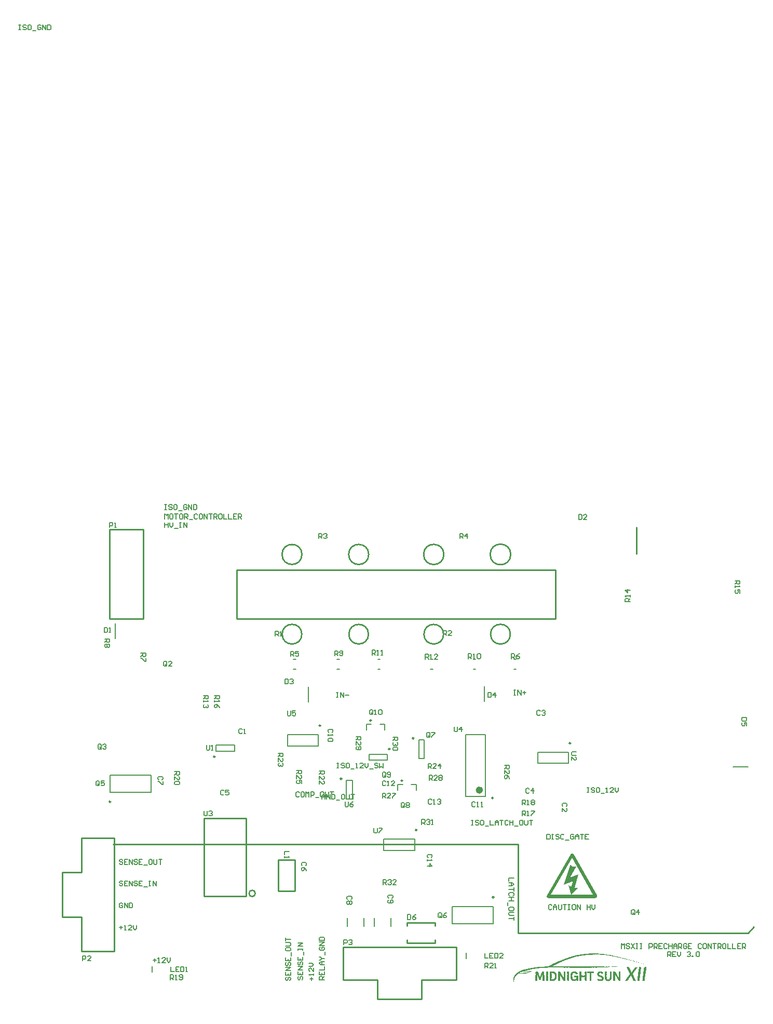
<source format=gto>
G04*
G04 #@! TF.GenerationSoftware,Altium Limited,Altium Designer,18.1.6 (161)*
G04*
G04 Layer_Color=65535*
%FSLAX25Y25*%
%MOIN*%
G70*
G01*
G75*
%ADD10C,0.00984*%
%ADD11C,0.01000*%
%ADD12C,0.02362*%
%ADD13C,0.00787*%
%ADD14C,0.00591*%
G36*
X332695Y22232D02*
X333078D01*
Y22155D01*
X333154D01*
Y22232D01*
X333231D01*
Y22155D01*
X333307D01*
Y22232D01*
X333384D01*
Y22155D01*
X333460D01*
Y22232D01*
X333537D01*
Y22155D01*
X333613D01*
Y22232D01*
X333690D01*
Y22155D01*
X334531D01*
Y22079D01*
X334607D01*
Y22155D01*
X334684D01*
Y22079D01*
X334760D01*
Y22155D01*
X334837D01*
Y22079D01*
X335066D01*
Y22002D01*
X335143D01*
Y22079D01*
X335219D01*
Y22002D01*
X335296D01*
Y22079D01*
X335372D01*
Y22002D01*
X336061D01*
Y21926D01*
X336137D01*
Y22002D01*
X336213D01*
Y21926D01*
X336290D01*
Y22002D01*
X336366D01*
Y21926D01*
X336443D01*
Y21849D01*
X336519D01*
Y21926D01*
X336596D01*
Y21849D01*
X336672D01*
Y21926D01*
X336749D01*
Y21849D01*
X337284D01*
Y21773D01*
X337361D01*
Y21849D01*
X337437D01*
Y21773D01*
X337513D01*
Y21697D01*
X337590D01*
Y21773D01*
X337667D01*
Y21697D01*
X337743D01*
Y21773D01*
X337819D01*
Y21697D01*
X338355D01*
Y21620D01*
X338431D01*
Y21697D01*
X338508D01*
Y21620D01*
X338584D01*
Y21543D01*
X338661D01*
Y21620D01*
X338737D01*
Y21543D01*
X338814D01*
Y21620D01*
X338890D01*
Y21543D01*
X339272D01*
Y21467D01*
X339349D01*
Y21543D01*
X339425D01*
Y21467D01*
X339655D01*
Y21391D01*
X340190D01*
Y21314D01*
X340267D01*
Y21391D01*
X340343D01*
Y21314D01*
X340420D01*
Y21238D01*
X340496D01*
Y21314D01*
X340573D01*
Y21238D01*
X340955D01*
Y21161D01*
X341032D01*
Y21238D01*
X341108D01*
Y21161D01*
X341184D01*
Y21085D01*
X341261D01*
Y21161D01*
X341337D01*
Y21085D01*
X341720D01*
Y21008D01*
X341796D01*
Y21085D01*
X341873D01*
Y21008D01*
X341949D01*
Y20932D01*
X342026D01*
Y21008D01*
X342102D01*
Y20932D01*
X342179D01*
Y21008D01*
X342255D01*
Y20932D01*
X342484D01*
Y20855D01*
X342561D01*
Y20932D01*
X342637D01*
Y20855D01*
X342714D01*
Y20779D01*
X342791D01*
Y20855D01*
X342867D01*
Y20779D01*
X343249D01*
Y20702D01*
X343326D01*
Y20779D01*
X343402D01*
Y20702D01*
X343479D01*
Y20626D01*
X343555D01*
Y20702D01*
X343632D01*
Y20626D01*
X344014D01*
Y20549D01*
X344091D01*
Y20626D01*
X344167D01*
Y20549D01*
X344244D01*
Y20473D01*
X344626D01*
Y20396D01*
X344702D01*
Y20473D01*
X344779D01*
Y20396D01*
X344855D01*
Y20320D01*
X344932D01*
Y20396D01*
X345008D01*
Y20320D01*
X345238D01*
Y20243D01*
X345314D01*
Y20320D01*
X345391D01*
Y20243D01*
X345467D01*
Y20167D01*
X345544D01*
Y20243D01*
X345620D01*
Y20167D01*
X346003D01*
Y20090D01*
X346079D01*
Y20167D01*
X346156D01*
Y20090D01*
X346232D01*
Y20014D01*
X346614D01*
Y19938D01*
X346844D01*
Y19861D01*
X346920D01*
Y19938D01*
X346997D01*
Y19861D01*
X347226D01*
Y19785D01*
X347303D01*
Y19861D01*
X347379D01*
Y19785D01*
X347456D01*
Y19708D01*
X347532D01*
Y19785D01*
X347608D01*
Y19708D01*
X347838D01*
Y19632D01*
X347914D01*
Y19708D01*
X347991D01*
Y19632D01*
X348067D01*
Y19555D01*
X348144D01*
Y19632D01*
X348220D01*
Y19555D01*
X348450D01*
Y19479D01*
X348526D01*
Y19555D01*
X348603D01*
Y19479D01*
X348679D01*
Y19402D01*
X348756D01*
Y19479D01*
X348832D01*
Y19402D01*
X349062D01*
Y19326D01*
X349138D01*
Y19402D01*
X349215D01*
Y19326D01*
X349291D01*
Y19249D01*
X349367D01*
Y19326D01*
X349444D01*
Y19249D01*
X349673D01*
Y19173D01*
X349750D01*
Y19249D01*
X349826D01*
Y19173D01*
X349903D01*
Y19096D01*
X350285D01*
Y19020D01*
X350362D01*
Y18943D01*
X350438D01*
Y19020D01*
X350515D01*
Y18943D01*
X350897D01*
Y18867D01*
X351127D01*
Y18790D01*
X351356D01*
Y18714D01*
X351432D01*
Y18790D01*
X351509D01*
Y18714D01*
X351585D01*
Y18637D01*
X351968D01*
Y18561D01*
X352197D01*
Y18485D01*
X352580D01*
Y18408D01*
X352656D01*
Y18331D01*
X352732D01*
Y18408D01*
X352809D01*
Y18331D01*
X353038D01*
Y18255D01*
X353115D01*
Y18331D01*
X353191D01*
Y18255D01*
X353268D01*
Y18179D01*
X353497D01*
Y18102D01*
X353574D01*
Y18179D01*
X353650D01*
Y18102D01*
X353727D01*
Y18026D01*
X353803D01*
Y18102D01*
X353880D01*
Y18026D01*
X354109D01*
Y17949D01*
X354339D01*
Y17873D01*
X354568D01*
Y17796D01*
X354644D01*
Y17873D01*
X354721D01*
Y17796D01*
X354797D01*
Y17720D01*
X354874D01*
Y17796D01*
X354950D01*
Y17720D01*
X355180D01*
Y17643D01*
X355256D01*
Y17720D01*
X355333D01*
Y17643D01*
X355409D01*
Y17567D01*
X355639D01*
Y17490D01*
X355715D01*
Y17567D01*
X355792D01*
Y17490D01*
X355868D01*
Y17414D01*
X356251D01*
Y17337D01*
X356327D01*
Y17261D01*
X356403D01*
Y17337D01*
X356480D01*
Y17261D01*
X356709D01*
Y17184D01*
X356939D01*
Y17108D01*
X357321D01*
Y17031D01*
X357551D01*
Y16955D01*
X357780D01*
Y16878D01*
X357856D01*
Y16955D01*
X357933D01*
Y16878D01*
X358009D01*
Y16802D01*
X358239D01*
Y16725D01*
X358315D01*
Y16802D01*
X358392D01*
Y16725D01*
X358468D01*
Y16649D01*
X358851D01*
Y16572D01*
X358927D01*
Y16496D01*
X359004D01*
Y16572D01*
X359080D01*
Y16496D01*
X359310D01*
Y16420D01*
X359539D01*
Y16343D01*
X359768D01*
Y16267D01*
X359845D01*
Y16343D01*
X359921D01*
Y16267D01*
X359998D01*
Y16190D01*
X360074D01*
Y16267D01*
X360151D01*
Y16190D01*
X360380D01*
Y16114D01*
X360610D01*
Y16037D01*
X360839D01*
Y15961D01*
X361069D01*
Y15884D01*
X361298D01*
Y15808D01*
X361374D01*
Y15884D01*
X361451D01*
Y15808D01*
X361527D01*
Y15731D01*
X361757D01*
Y15655D01*
X361833D01*
Y15578D01*
X361757D01*
Y15655D01*
X361527D01*
Y15731D01*
X361298D01*
Y15808D01*
X361222D01*
Y15731D01*
X361145D01*
Y15808D01*
X361069D01*
Y15884D01*
X360992D01*
Y15808D01*
X360916D01*
Y15884D01*
X360839D01*
Y15961D01*
X360763D01*
Y15884D01*
X360686D01*
Y15961D01*
X360457D01*
Y16037D01*
X360227D01*
Y16114D01*
X359998D01*
Y16190D01*
X359921D01*
Y16114D01*
X359845D01*
Y16190D01*
X359768D01*
Y16267D01*
X359386D01*
Y16343D01*
X359157D01*
Y16420D01*
X358927D01*
Y16496D01*
X358851D01*
Y16420D01*
X358774D01*
Y16496D01*
X358698D01*
Y16572D01*
X358621D01*
Y16496D01*
X358545D01*
Y16572D01*
X358315D01*
Y16649D01*
X358086D01*
Y16725D01*
X357703D01*
Y16802D01*
X357627D01*
Y16878D01*
X357551D01*
Y16802D01*
X357474D01*
Y16878D01*
X357245D01*
Y16955D01*
X357015D01*
Y17031D01*
X356786D01*
Y17108D01*
X356709D01*
Y17031D01*
X356633D01*
Y17108D01*
X356556D01*
Y17184D01*
X356480D01*
Y17108D01*
X356403D01*
Y17184D01*
X356174D01*
Y17261D01*
X356098D01*
Y17184D01*
X356021D01*
Y17261D01*
X355944D01*
Y17337D01*
X355562D01*
Y17414D01*
X355333D01*
Y17490D01*
X355103D01*
Y17567D01*
X355027D01*
Y17490D01*
X354950D01*
Y17567D01*
X354874D01*
Y17643D01*
X354797D01*
Y17567D01*
X354721D01*
Y17643D01*
X354339D01*
Y17720D01*
X354262D01*
Y17796D01*
X354186D01*
Y17720D01*
X354109D01*
Y17796D01*
X353880D01*
Y17873D01*
X353650D01*
Y17949D01*
X353574D01*
Y17873D01*
X353497D01*
Y17949D01*
X353268D01*
Y18026D01*
X353191D01*
Y18102D01*
X353115D01*
Y18026D01*
X353191D01*
Y17949D01*
X353115D01*
Y18026D01*
X353038D01*
Y18102D01*
X352656D01*
Y18179D01*
X352427D01*
Y18255D01*
X352044D01*
Y18331D01*
X351968D01*
Y18408D01*
X351891D01*
Y18331D01*
X351968D01*
Y18255D01*
X351891D01*
Y18331D01*
X351815D01*
Y18408D01*
X351432D01*
Y18485D01*
X351203D01*
Y18561D01*
X350974D01*
Y18637D01*
X350897D01*
Y18561D01*
X350821D01*
Y18637D01*
X350744D01*
Y18714D01*
X350668D01*
Y18637D01*
X350591D01*
Y18714D01*
X350209D01*
Y18790D01*
X349979D01*
Y18867D01*
X349597D01*
Y18943D01*
X349520D01*
Y19020D01*
X349444D01*
Y18943D01*
X349520D01*
Y18867D01*
X349444D01*
Y18943D01*
X349367D01*
Y19020D01*
X348985D01*
Y19096D01*
X348756D01*
Y19173D01*
X348679D01*
Y19096D01*
X348603D01*
Y19173D01*
X348373D01*
Y19249D01*
X348297D01*
Y19173D01*
X348220D01*
Y19249D01*
X348144D01*
Y19326D01*
X347762D01*
Y19402D01*
X347685D01*
Y19326D01*
X347608D01*
Y19402D01*
X347532D01*
Y19479D01*
X347456D01*
Y19402D01*
X347379D01*
Y19479D01*
X346997D01*
Y19555D01*
X346767D01*
Y19632D01*
X346385D01*
Y19708D01*
X346308D01*
Y19632D01*
X346232D01*
Y19708D01*
X346156D01*
Y19785D01*
X346079D01*
Y19708D01*
X346003D01*
Y19785D01*
X345773D01*
Y19861D01*
X345697D01*
Y19785D01*
X345620D01*
Y19861D01*
X345544D01*
Y19938D01*
X345467D01*
Y19861D01*
X345544D01*
Y19785D01*
X345467D01*
Y19861D01*
X345391D01*
Y19938D01*
X345008D01*
Y20014D01*
X344932D01*
Y19938D01*
X344855D01*
Y20014D01*
X344779D01*
Y20090D01*
X344702D01*
Y20014D01*
X344626D01*
Y20090D01*
X344244D01*
Y20167D01*
X344167D01*
Y20090D01*
X344091D01*
Y20167D01*
X344014D01*
Y20243D01*
X343938D01*
Y20167D01*
X343861D01*
Y20243D01*
X343479D01*
Y20320D01*
X343249D01*
Y20396D01*
X343173D01*
Y20320D01*
X343096D01*
Y20396D01*
X342714D01*
Y20473D01*
X342484D01*
Y20549D01*
X342408D01*
Y20473D01*
X342332D01*
Y20549D01*
X341949D01*
Y20626D01*
X341873D01*
Y20549D01*
X341796D01*
Y20626D01*
X341720D01*
Y20702D01*
X341643D01*
Y20626D01*
X341567D01*
Y20702D01*
X341184D01*
Y20779D01*
X341108D01*
Y20702D01*
X341032D01*
Y20779D01*
X340955D01*
Y20855D01*
X340879D01*
Y20779D01*
X340955D01*
Y20702D01*
X340879D01*
Y20779D01*
X340802D01*
Y20855D01*
X340726D01*
Y20779D01*
X340649D01*
Y20855D01*
X340267D01*
Y20932D01*
X340190D01*
Y20855D01*
X340114D01*
Y20932D01*
X339884D01*
Y21008D01*
X339808D01*
Y20932D01*
X339731D01*
Y21008D01*
X339349D01*
Y21085D01*
X339272D01*
Y21008D01*
X339196D01*
Y21085D01*
X339120D01*
Y21008D01*
X339043D01*
Y21085D01*
X338967D01*
Y21161D01*
X338890D01*
Y21085D01*
X338814D01*
Y21161D01*
X338737D01*
Y21085D01*
X338661D01*
Y21161D01*
X338278D01*
Y21238D01*
X338202D01*
Y21161D01*
X338125D01*
Y21238D01*
X338049D01*
Y21161D01*
X337972D01*
Y21238D01*
X337743D01*
Y21314D01*
X337667D01*
Y21238D01*
X337590D01*
Y21314D01*
X337055D01*
Y21391D01*
X336978D01*
Y21314D01*
X336902D01*
Y21391D01*
X336825D01*
Y21314D01*
X336749D01*
Y21391D01*
X336672D01*
Y21467D01*
X336596D01*
Y21391D01*
X336519D01*
Y21467D01*
X336443D01*
Y21391D01*
X336366D01*
Y21467D01*
X335525D01*
Y21543D01*
X335449D01*
Y21467D01*
X335372D01*
Y21543D01*
X335296D01*
Y21467D01*
X335219D01*
Y21543D01*
X334990D01*
Y21620D01*
X334913D01*
Y21543D01*
X334684D01*
Y21620D01*
X334607D01*
Y21543D01*
X334531D01*
Y21620D01*
X334454D01*
Y21543D01*
X334378D01*
Y21620D01*
X334301D01*
Y21543D01*
X334225D01*
Y21620D01*
X334149D01*
Y21543D01*
X334072D01*
Y21620D01*
X333996D01*
Y21543D01*
X333919D01*
Y21620D01*
X333690D01*
Y21543D01*
X333613D01*
Y21620D01*
X330937D01*
Y21543D01*
X330860D01*
Y21620D01*
X330631D01*
Y21543D01*
X330554D01*
Y21620D01*
X330478D01*
Y21543D01*
X330401D01*
Y21620D01*
X330325D01*
Y21543D01*
X330248D01*
Y21620D01*
X330172D01*
Y21543D01*
X330095D01*
Y21620D01*
X330019D01*
Y21543D01*
X329942D01*
Y21620D01*
X329866D01*
Y21543D01*
X329789D01*
Y21620D01*
X329713D01*
Y21543D01*
X329636D01*
Y21620D01*
X329560D01*
Y21543D01*
X329483D01*
Y21620D01*
X329407D01*
Y21543D01*
X329177D01*
Y21467D01*
X329101D01*
Y21543D01*
X328872D01*
Y21467D01*
X328795D01*
Y21543D01*
X328719D01*
Y21467D01*
X328642D01*
Y21543D01*
X328566D01*
Y21467D01*
X328489D01*
Y21543D01*
X328413D01*
Y21467D01*
X328336D01*
Y21543D01*
X328260D01*
Y21467D01*
X328183D01*
Y21543D01*
X328107D01*
Y21467D01*
X327113D01*
Y21391D01*
X327036D01*
Y21467D01*
X326960D01*
Y21391D01*
X326883D01*
Y21467D01*
X326807D01*
Y21391D01*
X326730D01*
Y21467D01*
X326654D01*
Y21391D01*
X326577D01*
Y21467D01*
X326501D01*
Y21391D01*
X326577D01*
Y21314D01*
X326501D01*
Y21391D01*
X326424D01*
Y21314D01*
X326348D01*
Y21391D01*
X326271D01*
Y21314D01*
X326195D01*
Y21391D01*
X326118D01*
Y21314D01*
X325430D01*
Y21238D01*
X325354D01*
Y21314D01*
X325277D01*
Y21238D01*
X325201D01*
Y21314D01*
X325124D01*
Y21238D01*
X324895D01*
Y21161D01*
X324818D01*
Y21238D01*
X324742D01*
Y21161D01*
X324665D01*
Y21238D01*
X324589D01*
Y21161D01*
X324512D01*
Y21238D01*
X324436D01*
Y21161D01*
X323901D01*
Y21085D01*
X323824D01*
Y21161D01*
X323748D01*
Y21085D01*
X323671D01*
Y21161D01*
X323595D01*
Y21085D01*
X323518D01*
Y21161D01*
X323442D01*
Y21085D01*
X323518D01*
Y21008D01*
X323442D01*
Y21085D01*
X323365D01*
Y21008D01*
X323289D01*
Y21085D01*
X323212D01*
Y21008D01*
X322677D01*
Y20932D01*
X322601D01*
Y21008D01*
X322524D01*
Y20932D01*
X322447D01*
Y21008D01*
X322371D01*
Y20932D01*
X322294D01*
Y20855D01*
X322218D01*
Y20932D01*
X322142D01*
Y20855D01*
X322065D01*
Y20932D01*
X321989D01*
Y20855D01*
X321606D01*
Y20779D01*
X321530D01*
Y20855D01*
X321453D01*
Y20779D01*
X321377D01*
Y20702D01*
X321300D01*
Y20779D01*
X321224D01*
Y20702D01*
X320842D01*
Y20626D01*
X320765D01*
Y20702D01*
X320689D01*
Y20626D01*
X320612D01*
Y20702D01*
X320536D01*
Y20626D01*
X320459D01*
Y20549D01*
X320383D01*
Y20626D01*
X320306D01*
Y20549D01*
X319924D01*
Y20473D01*
X319847D01*
Y20549D01*
X319771D01*
Y20473D01*
X319847D01*
Y20396D01*
X319771D01*
Y20473D01*
X319694D01*
Y20396D01*
X319618D01*
Y20473D01*
X319541D01*
Y20396D01*
X319312D01*
Y20320D01*
X319235D01*
Y20396D01*
X319159D01*
Y20320D01*
X319082D01*
Y20243D01*
X319006D01*
Y20320D01*
X318930D01*
Y20243D01*
X318547D01*
Y20167D01*
X318471D01*
Y20090D01*
X318394D01*
Y20167D01*
X318318D01*
Y20090D01*
X318088D01*
Y20014D01*
X317859D01*
Y19938D01*
X317782D01*
Y20014D01*
X317706D01*
Y19938D01*
X317477D01*
Y19861D01*
X317400D01*
Y19938D01*
X317323D01*
Y19861D01*
X317400D01*
Y19785D01*
X317323D01*
Y19861D01*
X317247D01*
Y19785D01*
X317018D01*
Y19708D01*
X316941D01*
Y19785D01*
X316865D01*
Y19708D01*
X316788D01*
Y19632D01*
X316406D01*
Y19555D01*
X316329D01*
Y19479D01*
X316100D01*
Y19402D01*
X316023D01*
Y19479D01*
X315947D01*
Y19402D01*
X315870D01*
Y19326D01*
X315488D01*
Y19249D01*
X315412D01*
Y19173D01*
X315029D01*
Y19096D01*
X314953D01*
Y19020D01*
X314570D01*
Y18943D01*
X314494D01*
Y18867D01*
X314264D01*
Y18790D01*
X314188D01*
Y18867D01*
X314111D01*
Y18790D01*
X314035D01*
Y18714D01*
X313806D01*
Y18637D01*
X313729D01*
Y18714D01*
X313653D01*
Y18637D01*
X313729D01*
Y18561D01*
X313653D01*
Y18637D01*
X313576D01*
Y18561D01*
X313347D01*
Y18485D01*
X313270D01*
Y18408D01*
X313194D01*
Y18485D01*
X313117D01*
Y18408D01*
X312888D01*
Y18331D01*
X312811D01*
Y18255D01*
X312582D01*
Y18179D01*
X312352D01*
Y18102D01*
X312123D01*
Y18026D01*
X312047D01*
Y17949D01*
X311817D01*
Y17873D01*
X311741D01*
Y17949D01*
X311664D01*
Y17873D01*
X311588D01*
Y17796D01*
X311358D01*
Y17720D01*
X311282D01*
Y17643D01*
X311205D01*
Y17720D01*
X311129D01*
Y17643D01*
X311052D01*
Y17567D01*
X310823D01*
Y17490D01*
X310594D01*
Y17414D01*
X310517D01*
Y17337D01*
X310288D01*
Y17261D01*
X310211D01*
Y17337D01*
X310135D01*
Y17261D01*
X310058D01*
Y17184D01*
X309829D01*
Y17108D01*
X309752D01*
Y17031D01*
X309523D01*
Y16955D01*
X309446D01*
Y16878D01*
X309217D01*
Y16802D01*
X309140D01*
Y16878D01*
X309064D01*
Y16802D01*
X309140D01*
Y16725D01*
X309064D01*
Y16802D01*
X308987D01*
Y16725D01*
X308911D01*
Y16649D01*
X308682D01*
Y16572D01*
X308452D01*
Y16496D01*
X308376D01*
Y16420D01*
X308299D01*
Y16343D01*
X308223D01*
Y16420D01*
X308146D01*
Y16343D01*
X308070D01*
Y16267D01*
X307840D01*
Y16190D01*
X307764D01*
Y16114D01*
X307534D01*
Y16037D01*
X307458D01*
Y15961D01*
X307228D01*
Y15884D01*
X307152D01*
Y15808D01*
X306923D01*
Y15731D01*
X306846D01*
Y15655D01*
X306617D01*
Y15578D01*
X306540D01*
Y15502D01*
X306311D01*
Y15425D01*
X306234D01*
Y15349D01*
X306005D01*
Y15272D01*
X305928D01*
Y15196D01*
X305699D01*
Y15120D01*
X305623D01*
Y15043D01*
X305393D01*
Y14966D01*
X305317D01*
Y14890D01*
X305087D01*
Y14814D01*
X305011D01*
Y14737D01*
X304781D01*
Y14661D01*
X304705D01*
Y14584D01*
X304475D01*
Y14508D01*
X304399D01*
Y14431D01*
X304169D01*
Y14355D01*
X304093D01*
Y14278D01*
X304016D01*
Y14202D01*
X304093D01*
Y14125D01*
X304169D01*
Y14049D01*
X304246D01*
Y14125D01*
X304628D01*
Y14202D01*
X304705D01*
Y14125D01*
X304781D01*
Y14049D01*
X304858D01*
Y14125D01*
X304934D01*
Y14202D01*
X305011D01*
Y14125D01*
X305240D01*
Y14202D01*
X305317D01*
Y14125D01*
X305393D01*
Y14049D01*
X305469D01*
Y14125D01*
X305699D01*
Y14049D01*
X305775D01*
Y14125D01*
X306005D01*
Y14049D01*
X306081D01*
Y14125D01*
X306158D01*
Y14049D01*
X306234D01*
Y14125D01*
X306311D01*
Y14049D01*
X306387D01*
Y14125D01*
X306617D01*
Y14049D01*
X306693D01*
Y14125D01*
X306770D01*
Y14049D01*
X306846D01*
Y14125D01*
X306923D01*
Y14049D01*
X306999D01*
Y14125D01*
X307076D01*
Y14049D01*
X307152D01*
Y14125D01*
X307228D01*
Y14049D01*
X307305D01*
Y14125D01*
X307382D01*
Y14049D01*
X307458D01*
Y14125D01*
X307534D01*
Y14049D01*
X307611D01*
Y14125D01*
X307687D01*
Y14049D01*
X307764D01*
Y14125D01*
X307840D01*
Y14049D01*
X307917D01*
Y14125D01*
X307993D01*
Y14049D01*
X308070D01*
Y14125D01*
X308146D01*
Y14049D01*
X308223D01*
Y14125D01*
X308299D01*
Y14049D01*
X308376D01*
Y14125D01*
X308452D01*
Y14049D01*
X308529D01*
Y14125D01*
X308605D01*
Y14049D01*
X308682D01*
Y14125D01*
X308758D01*
Y14049D01*
X308835D01*
Y14125D01*
X308911D01*
Y14049D01*
X308987D01*
Y14125D01*
X309064D01*
Y14049D01*
X309140D01*
Y14125D01*
X309217D01*
Y14049D01*
X309293D01*
Y14125D01*
X309370D01*
Y14049D01*
X309599D01*
Y14125D01*
X309676D01*
Y14049D01*
X309905D01*
Y14125D01*
X309982D01*
Y14049D01*
X310211D01*
Y14125D01*
X310288D01*
Y14049D01*
X315564D01*
Y13972D01*
X315641D01*
Y14049D01*
X315718D01*
Y13972D01*
X315794D01*
Y14049D01*
X315870D01*
Y13972D01*
X315947D01*
Y14049D01*
X316023D01*
Y13972D01*
X316100D01*
Y14049D01*
X316176D01*
Y13972D01*
X316253D01*
Y14049D01*
X316329D01*
Y13972D01*
X316406D01*
Y14049D01*
X316635D01*
Y13972D01*
X316712D01*
Y14049D01*
X316788D01*
Y13972D01*
X316865D01*
Y14049D01*
X316941D01*
Y13972D01*
X317018D01*
Y14049D01*
X317094D01*
Y13972D01*
X317171D01*
Y14049D01*
X317247D01*
Y13972D01*
X317323D01*
Y14049D01*
X317400D01*
Y13972D01*
X317477D01*
Y14049D01*
X317553D01*
Y13972D01*
X317629D01*
Y14049D01*
X317706D01*
Y13972D01*
X317782D01*
Y14049D01*
X317859D01*
Y13972D01*
X317935D01*
Y14049D01*
X318012D01*
Y13972D01*
X318088D01*
Y14049D01*
X318165D01*
Y13972D01*
X318241D01*
Y14049D01*
X318318D01*
Y13972D01*
X318394D01*
Y14049D01*
X318471D01*
Y13972D01*
X318547D01*
Y14049D01*
X318624D01*
Y13972D01*
X318700D01*
Y14049D01*
X318777D01*
Y13972D01*
X318853D01*
Y14049D01*
X318930D01*
Y13972D01*
X319006D01*
Y14049D01*
X319082D01*
Y13972D01*
X319159D01*
Y14049D01*
X319235D01*
Y13972D01*
X319312D01*
Y14049D01*
X319388D01*
Y13972D01*
X319465D01*
Y14049D01*
X319541D01*
Y13972D01*
X319618D01*
Y14049D01*
X319694D01*
Y13972D01*
X319771D01*
Y14049D01*
X319847D01*
Y13972D01*
X320077D01*
Y14049D01*
X320153D01*
Y13972D01*
X320383D01*
Y14049D01*
X320459D01*
Y13972D01*
X320689D01*
Y14049D01*
X320765D01*
Y13972D01*
X320994D01*
Y14049D01*
X321071D01*
Y13972D01*
X321300D01*
Y14049D01*
X321377D01*
Y13972D01*
X321606D01*
Y14049D01*
X321683D01*
Y13972D01*
X321912D01*
Y14049D01*
X321989D01*
Y13972D01*
X322218D01*
Y14049D01*
X322294D01*
Y13972D01*
X322524D01*
Y14049D01*
X322601D01*
Y13972D01*
X322830D01*
Y14049D01*
X322906D01*
Y13972D01*
X323136D01*
Y14049D01*
X323212D01*
Y13972D01*
X323442D01*
Y14049D01*
X323518D01*
Y13972D01*
X323595D01*
Y14049D01*
X323671D01*
Y13972D01*
X323748D01*
Y14049D01*
X323824D01*
Y13972D01*
X323901D01*
Y14049D01*
X323977D01*
Y13972D01*
X324054D01*
Y14049D01*
X324130D01*
Y13972D01*
X324206D01*
Y14049D01*
X324283D01*
Y13972D01*
X324359D01*
Y14049D01*
X324436D01*
Y13972D01*
X324512D01*
Y14049D01*
X324589D01*
Y13972D01*
X324665D01*
Y14049D01*
X324742D01*
Y13972D01*
X324818D01*
Y14049D01*
X324895D01*
Y13972D01*
X324971D01*
Y14049D01*
X325048D01*
Y13972D01*
X325124D01*
Y14049D01*
X325201D01*
Y13972D01*
X325277D01*
Y14049D01*
X325354D01*
Y13972D01*
X325430D01*
Y14049D01*
X325507D01*
Y13972D01*
X325583D01*
Y14049D01*
X325659D01*
Y13972D01*
X325736D01*
Y14049D01*
X325813D01*
Y13972D01*
X325889D01*
Y14049D01*
X325965D01*
Y13972D01*
X326042D01*
Y14049D01*
X326118D01*
Y13972D01*
X326195D01*
Y14049D01*
X326271D01*
Y13972D01*
X326348D01*
Y14049D01*
X326424D01*
Y13972D01*
X326501D01*
Y14049D01*
X326577D01*
Y13972D01*
X326654D01*
Y14049D01*
X326730D01*
Y13972D01*
X326807D01*
Y14049D01*
X326883D01*
Y13972D01*
X326960D01*
Y14049D01*
X327036D01*
Y13972D01*
X327113D01*
Y14049D01*
X327189D01*
Y13972D01*
X327266D01*
Y14049D01*
X327342D01*
Y13972D01*
X327418D01*
Y14049D01*
X327495D01*
Y13972D01*
X327572D01*
Y14049D01*
X327648D01*
Y13972D01*
X327724D01*
Y14049D01*
X327801D01*
Y13972D01*
X327877D01*
Y14049D01*
X327954D01*
Y13972D01*
X328030D01*
Y14049D01*
X328107D01*
Y13972D01*
X328183D01*
Y14049D01*
X328260D01*
Y13972D01*
X328336D01*
Y14049D01*
X328413D01*
Y13972D01*
X328489D01*
Y14049D01*
X328566D01*
Y13972D01*
X328642D01*
Y14049D01*
X328719D01*
Y13972D01*
X328795D01*
Y14049D01*
X328872D01*
Y13972D01*
X328948D01*
Y14049D01*
X329025D01*
Y13972D01*
X329101D01*
Y14049D01*
X329177D01*
Y13972D01*
X329254D01*
Y14049D01*
X329330D01*
Y13972D01*
X329407D01*
Y14049D01*
X329483D01*
Y13972D01*
X329560D01*
Y14049D01*
X329636D01*
Y13972D01*
X329713D01*
Y14049D01*
X329789D01*
Y13972D01*
X329866D01*
Y14049D01*
X329942D01*
Y13972D01*
X330019D01*
Y14049D01*
X330095D01*
Y13972D01*
X330172D01*
Y14049D01*
X330248D01*
Y13972D01*
X330325D01*
Y14049D01*
X330401D01*
Y13972D01*
X330478D01*
Y14049D01*
X330554D01*
Y13972D01*
X330631D01*
Y14049D01*
X330707D01*
Y13972D01*
X330784D01*
Y14049D01*
X330860D01*
Y13972D01*
X330937D01*
Y14049D01*
X331013D01*
Y13972D01*
X331089D01*
Y14049D01*
X331166D01*
Y13972D01*
X331242D01*
Y14049D01*
X331319D01*
Y13972D01*
X331395D01*
Y14049D01*
X331472D01*
Y13972D01*
X331548D01*
Y14049D01*
X331625D01*
Y13972D01*
X331701D01*
Y14049D01*
X331778D01*
Y13972D01*
X331854D01*
Y14049D01*
X331931D01*
Y13972D01*
X332007D01*
Y14049D01*
X332084D01*
Y13972D01*
X332160D01*
Y14049D01*
X332237D01*
Y13972D01*
X332313D01*
Y14049D01*
X332389D01*
Y13972D01*
X332466D01*
Y14049D01*
X332542D01*
Y13972D01*
X332619D01*
Y14049D01*
X332695D01*
Y13972D01*
X332772D01*
Y14049D01*
X332848D01*
Y13972D01*
X332925D01*
Y14049D01*
X333001D01*
Y13972D01*
X333078D01*
Y14049D01*
X333154D01*
Y13972D01*
X333231D01*
Y14049D01*
X333307D01*
Y13972D01*
X333384D01*
Y14049D01*
X333460D01*
Y13972D01*
X333537D01*
Y14049D01*
X333613D01*
Y13972D01*
X333690D01*
Y14049D01*
X333766D01*
Y13972D01*
X333843D01*
Y14049D01*
X333919D01*
Y13972D01*
X333996D01*
Y14049D01*
X334072D01*
Y13972D01*
X334149D01*
Y14049D01*
X334225D01*
Y13972D01*
X334301D01*
Y14049D01*
X334378D01*
Y13972D01*
X334454D01*
Y14049D01*
X334531D01*
Y13972D01*
X334607D01*
Y14049D01*
X334684D01*
Y13972D01*
X334760D01*
Y14049D01*
X334837D01*
Y13972D01*
X334913D01*
Y14049D01*
X334990D01*
Y13972D01*
X335066D01*
Y14049D01*
X335143D01*
Y13972D01*
X335219D01*
Y14049D01*
X335296D01*
Y13972D01*
X335372D01*
Y14049D01*
X335449D01*
Y13972D01*
X335525D01*
Y14049D01*
X335602D01*
Y13972D01*
X335678D01*
Y14049D01*
X335754D01*
Y13972D01*
X335831D01*
Y14049D01*
X335908D01*
Y13972D01*
X335984D01*
Y14049D01*
X336061D01*
Y13972D01*
X336137D01*
Y14049D01*
X336213D01*
Y13972D01*
X336290D01*
Y14049D01*
X336366D01*
Y13972D01*
X336596D01*
Y14049D01*
X336672D01*
Y13972D01*
X336902D01*
Y14049D01*
X336978D01*
Y13972D01*
X337055D01*
Y13896D01*
X337131D01*
Y13972D01*
X337361D01*
Y13896D01*
X337437D01*
Y13972D01*
X337513D01*
Y13896D01*
X337590D01*
Y13972D01*
X337667D01*
Y13896D01*
X337743D01*
Y13972D01*
X337819D01*
Y13896D01*
X337896D01*
Y13972D01*
X337972D01*
Y13896D01*
X338049D01*
Y13972D01*
X338125D01*
Y13896D01*
X338202D01*
Y13972D01*
X338278D01*
Y13896D01*
X338355D01*
Y13972D01*
X338431D01*
Y13896D01*
X338508D01*
Y13972D01*
X338584D01*
Y13896D01*
X338661D01*
Y13972D01*
X338737D01*
Y13896D01*
X338814D01*
Y13972D01*
X338890D01*
Y13896D01*
X338967D01*
Y13972D01*
X339043D01*
Y13896D01*
X339120D01*
Y13972D01*
X339196D01*
Y13896D01*
X339272D01*
Y13972D01*
X339502D01*
Y13896D01*
X339578D01*
Y13972D01*
X339808D01*
Y13896D01*
X339884D01*
Y13972D01*
X340114D01*
Y13896D01*
X340190D01*
Y13972D01*
X340420D01*
Y13896D01*
X340496D01*
Y13972D01*
X340573D01*
Y13896D01*
X340649D01*
Y13972D01*
X340726D01*
Y13896D01*
X340802D01*
Y13972D01*
X341032D01*
Y13896D01*
X341108D01*
Y13972D01*
X341337D01*
Y13896D01*
X341414D01*
Y13972D01*
X341490D01*
Y14049D01*
X341567D01*
Y13972D01*
X341796D01*
Y14049D01*
X341873D01*
Y13972D01*
X342102D01*
Y14049D01*
X342179D01*
Y13972D01*
X342408D01*
Y14049D01*
X342484D01*
Y13972D01*
X342714D01*
Y14049D01*
X342791D01*
Y13972D01*
X343020D01*
Y14049D01*
X343096D01*
Y13972D01*
X343326D01*
Y14049D01*
X343402D01*
Y13972D01*
X343479D01*
Y14049D01*
X343555D01*
Y13972D01*
X343632D01*
Y14049D01*
X343708D01*
Y13972D01*
X343785D01*
Y14049D01*
X343861D01*
Y13972D01*
X343938D01*
Y14049D01*
X344014D01*
Y13972D01*
X344091D01*
Y14049D01*
X344167D01*
Y13972D01*
X344244D01*
Y14049D01*
X344320D01*
Y13972D01*
X344396D01*
Y14049D01*
X344473D01*
Y13972D01*
X344549D01*
Y14049D01*
X346308D01*
Y13972D01*
X345467D01*
Y13896D01*
X345391D01*
Y13972D01*
X345314D01*
Y13896D01*
X345238D01*
Y13972D01*
X345161D01*
Y13896D01*
X345085D01*
Y13972D01*
X345008D01*
Y13896D01*
X344779D01*
Y13819D01*
X344702D01*
Y13896D01*
X344626D01*
Y13819D01*
X344549D01*
Y13896D01*
X344473D01*
Y13819D01*
X344396D01*
Y13896D01*
X344320D01*
Y13819D01*
X344244D01*
Y13896D01*
X344167D01*
Y13819D01*
X343326D01*
Y13743D01*
X343249D01*
Y13819D01*
X343173D01*
Y13743D01*
X343096D01*
Y13819D01*
X343020D01*
Y13743D01*
X342943D01*
Y13819D01*
X342867D01*
Y13743D01*
X342791D01*
Y13819D01*
X342714D01*
Y13743D01*
X342484D01*
Y13666D01*
X342408D01*
Y13743D01*
X342332D01*
Y13666D01*
X342255D01*
Y13743D01*
X342179D01*
Y13666D01*
X342102D01*
Y13743D01*
X342026D01*
Y13666D01*
X341032D01*
Y13590D01*
X340955D01*
Y13666D01*
X340879D01*
Y13590D01*
X340802D01*
Y13666D01*
X340726D01*
Y13590D01*
X340496D01*
Y13666D01*
X340420D01*
Y13590D01*
X340190D01*
Y13513D01*
X340114D01*
Y13590D01*
X340037D01*
Y13513D01*
X339961D01*
Y13590D01*
X339884D01*
Y13513D01*
X339808D01*
Y13590D01*
X339731D01*
Y13513D01*
X339655D01*
Y13590D01*
X339578D01*
Y13513D01*
X338431D01*
Y13437D01*
X338355D01*
Y13513D01*
X338278D01*
Y13437D01*
X338202D01*
Y13513D01*
X338125D01*
Y13437D01*
X338049D01*
Y13513D01*
X337972D01*
Y13437D01*
X337896D01*
Y13513D01*
X337819D01*
Y13437D01*
X337896D01*
Y13361D01*
X337819D01*
Y13437D01*
X337590D01*
Y13361D01*
X337513D01*
Y13437D01*
X337437D01*
Y13361D01*
X337361D01*
Y13437D01*
X337284D01*
Y13361D01*
X337208D01*
Y13437D01*
X337131D01*
Y13361D01*
X337055D01*
Y13437D01*
X336978D01*
Y13361D01*
X336902D01*
Y13437D01*
X336825D01*
Y13361D01*
X335219D01*
Y13284D01*
X335143D01*
Y13361D01*
X334913D01*
Y13284D01*
X334837D01*
Y13361D01*
X334760D01*
Y13284D01*
X334684D01*
Y13361D01*
X334607D01*
Y13284D01*
X334531D01*
Y13361D01*
X334454D01*
Y13284D01*
X334378D01*
Y13361D01*
X334301D01*
Y13284D01*
X334225D01*
Y13361D01*
X334149D01*
Y13284D01*
X334072D01*
Y13361D01*
X333996D01*
Y13284D01*
X333919D01*
Y13361D01*
X333843D01*
Y13284D01*
X333766D01*
Y13361D01*
X333690D01*
Y13284D01*
X333460D01*
Y13361D01*
X333384D01*
Y13284D01*
X333154D01*
Y13207D01*
X333078D01*
Y13284D01*
X332695D01*
Y13207D01*
X332619D01*
Y13284D01*
X332542D01*
Y13207D01*
X332466D01*
Y13284D01*
X332389D01*
Y13207D01*
X332313D01*
Y13284D01*
X332237D01*
Y13207D01*
X332160D01*
Y13284D01*
X332084D01*
Y13207D01*
X332007D01*
Y13284D01*
X331931D01*
Y13207D01*
X331854D01*
Y13284D01*
X331778D01*
Y13207D01*
X331701D01*
Y13284D01*
X331625D01*
Y13207D01*
X331548D01*
Y13284D01*
X331472D01*
Y13207D01*
X331395D01*
Y13284D01*
X331319D01*
Y13207D01*
X331242D01*
Y13284D01*
X331166D01*
Y13207D01*
X331089D01*
Y13284D01*
X331013D01*
Y13207D01*
X330937D01*
Y13284D01*
X330860D01*
Y13207D01*
X330784D01*
Y13284D01*
X330707D01*
Y13207D01*
X330631D01*
Y13284D01*
X330554D01*
Y13207D01*
X330478D01*
Y13284D01*
X330401D01*
Y13207D01*
X330325D01*
Y13284D01*
X330248D01*
Y13207D01*
X330172D01*
Y13284D01*
X330095D01*
Y13207D01*
X330019D01*
Y13284D01*
X329942D01*
Y13207D01*
X329866D01*
Y13284D01*
X329789D01*
Y13207D01*
X329713D01*
Y13284D01*
X329636D01*
Y13207D01*
X329560D01*
Y13284D01*
X329483D01*
Y13207D01*
X329407D01*
Y13284D01*
X329330D01*
Y13207D01*
X329254D01*
Y13284D01*
X329177D01*
Y13207D01*
X329101D01*
Y13284D01*
X329025D01*
Y13207D01*
X328948D01*
Y13284D01*
X328872D01*
Y13207D01*
X328489D01*
Y13284D01*
X328413D01*
Y13207D01*
X327877D01*
Y13284D01*
X327801D01*
Y13207D01*
X316865D01*
Y13284D01*
X316788D01*
Y13207D01*
X316253D01*
Y13284D01*
X316176D01*
Y13207D01*
X315641D01*
Y13284D01*
X315564D01*
Y13207D01*
X315335D01*
Y13284D01*
X315259D01*
Y13207D01*
X315182D01*
Y13284D01*
X315106D01*
Y13207D01*
X315029D01*
Y13284D01*
X314953D01*
Y13207D01*
X314876D01*
Y13284D01*
X314800D01*
Y13207D01*
X314723D01*
Y13284D01*
X314647D01*
Y13207D01*
X314570D01*
Y13284D01*
X314494D01*
Y13207D01*
X314417D01*
Y13284D01*
X314341D01*
Y13207D01*
X314264D01*
Y13284D01*
X314188D01*
Y13207D01*
X314111D01*
Y13284D01*
X314035D01*
Y13207D01*
X313959D01*
Y13284D01*
X313882D01*
Y13207D01*
X313806D01*
Y13284D01*
X313729D01*
Y13207D01*
X313653D01*
Y13284D01*
X313576D01*
Y13207D01*
X313500D01*
Y13284D01*
X313423D01*
Y13207D01*
X313347D01*
Y13284D01*
X313270D01*
Y13207D01*
X313194D01*
Y13284D01*
X313117D01*
Y13207D01*
X313041D01*
Y13284D01*
X312964D01*
Y13207D01*
X312888D01*
Y13284D01*
X312811D01*
Y13207D01*
X312735D01*
Y13284D01*
X312658D01*
Y13207D01*
X312582D01*
Y13284D01*
X312506D01*
Y13207D01*
X312429D01*
Y13284D01*
X312352D01*
Y13207D01*
X312276D01*
Y13284D01*
X312199D01*
Y13207D01*
X312123D01*
Y13284D01*
X312047D01*
Y13207D01*
X311970D01*
Y13284D01*
X311741D01*
Y13207D01*
X311664D01*
Y13284D01*
X311588D01*
Y13207D01*
X311511D01*
Y13284D01*
X311435D01*
Y13207D01*
X311358D01*
Y13284D01*
X311129D01*
Y13207D01*
X311052D01*
Y13284D01*
X310517D01*
Y13207D01*
X310441D01*
Y13284D01*
X310211D01*
Y13361D01*
X310135D01*
Y13284D01*
X309905D01*
Y13361D01*
X309829D01*
Y13284D01*
X309599D01*
Y13361D01*
X309523D01*
Y13284D01*
X309293D01*
Y13361D01*
X309217D01*
Y13284D01*
X308987D01*
Y13361D01*
X308911D01*
Y13284D01*
X308835D01*
Y13361D01*
X308758D01*
Y13284D01*
X308682D01*
Y13361D01*
X308605D01*
Y13284D01*
X308529D01*
Y13361D01*
X308452D01*
Y13284D01*
X308376D01*
Y13361D01*
X308299D01*
Y13284D01*
X308223D01*
Y13361D01*
X308146D01*
Y13284D01*
X308070D01*
Y13361D01*
X307993D01*
Y13284D01*
X307917D01*
Y13361D01*
X307840D01*
Y13284D01*
X307764D01*
Y13361D01*
X307687D01*
Y13284D01*
X307611D01*
Y13361D01*
X307534D01*
Y13284D01*
X307458D01*
Y13361D01*
X307382D01*
Y13284D01*
X307305D01*
Y13361D01*
X307228D01*
Y13284D01*
X307152D01*
Y13361D01*
X307076D01*
Y13284D01*
X306999D01*
Y13361D01*
X306923D01*
Y13284D01*
X306846D01*
Y13361D01*
X306770D01*
Y13284D01*
X306693D01*
Y13361D01*
X306617D01*
Y13284D01*
X306540D01*
Y13361D01*
X306464D01*
Y13284D01*
X306387D01*
Y13361D01*
X306158D01*
Y13284D01*
X306081D01*
Y13361D01*
X305852D01*
Y13284D01*
X305775D01*
Y13361D01*
X305546D01*
Y13284D01*
X305469D01*
Y13361D01*
X305240D01*
Y13284D01*
X305164D01*
Y13361D01*
X304934D01*
Y13284D01*
X304858D01*
Y13361D01*
X304628D01*
Y13284D01*
X304552D01*
Y13361D01*
X304475D01*
Y13284D01*
X304399D01*
Y13361D01*
X304322D01*
Y13284D01*
X304246D01*
Y13361D01*
X304169D01*
Y13284D01*
X304093D01*
Y13361D01*
X304016D01*
Y13284D01*
X303940D01*
Y13361D01*
X303864D01*
Y13284D01*
X303787D01*
Y13361D01*
X303711D01*
Y13284D01*
X303634D01*
Y13361D01*
X303558D01*
Y13284D01*
X303481D01*
Y13361D01*
X303405D01*
Y13284D01*
X303328D01*
Y13361D01*
X303252D01*
Y13284D01*
X303175D01*
Y13361D01*
X303099D01*
Y13284D01*
X303022D01*
Y13361D01*
X302946D01*
Y13284D01*
X302869D01*
Y13361D01*
X302793D01*
Y13284D01*
X302716D01*
Y13361D01*
X302640D01*
Y13284D01*
X302563D01*
Y13361D01*
X302487D01*
Y13284D01*
X302257D01*
Y13361D01*
X302181D01*
Y13284D01*
X301952D01*
Y13361D01*
X301875D01*
Y13284D01*
X301340D01*
Y13207D01*
X301263D01*
Y13284D01*
X301187D01*
Y13207D01*
X301110D01*
Y13284D01*
X301034D01*
Y13207D01*
X300957D01*
Y13284D01*
X300881D01*
Y13207D01*
X300804D01*
Y13284D01*
X300728D01*
Y13207D01*
X300652D01*
Y13284D01*
X300575D01*
Y13207D01*
X300499D01*
Y13284D01*
X300422D01*
Y13207D01*
X300346D01*
Y13284D01*
X300269D01*
Y13207D01*
X298969D01*
Y13131D01*
X298892D01*
Y13207D01*
X298816D01*
Y13131D01*
X298740D01*
Y13207D01*
X298663D01*
Y13131D01*
X298587D01*
Y13207D01*
X298510D01*
Y13131D01*
X298434D01*
Y13207D01*
X298357D01*
Y13131D01*
X298434D01*
Y13055D01*
X298357D01*
Y13131D01*
X298128D01*
Y13055D01*
X298051D01*
Y13131D01*
X297975D01*
Y13055D01*
X296981D01*
Y12978D01*
X296904D01*
Y13055D01*
X296828D01*
Y12978D01*
X296751D01*
Y13055D01*
X296675D01*
Y12978D01*
X296445D01*
Y12902D01*
X296369D01*
Y12978D01*
X296292D01*
Y12902D01*
X296216D01*
Y12978D01*
X296139D01*
Y12902D01*
X296063D01*
Y12978D01*
X295986D01*
Y12902D01*
X295298D01*
Y12825D01*
X295222D01*
Y12902D01*
X295145D01*
Y12825D01*
X295069D01*
Y12902D01*
X294992D01*
Y12825D01*
X295069D01*
Y12749D01*
X294992D01*
Y12825D01*
X294916D01*
Y12749D01*
X294839D01*
Y12825D01*
X294763D01*
Y12749D01*
X294686D01*
Y12825D01*
X294610D01*
Y12749D01*
X294074D01*
Y12672D01*
X293998D01*
Y12749D01*
X293921D01*
Y12672D01*
X293692D01*
Y12596D01*
X293616D01*
Y12672D01*
X293539D01*
Y12596D01*
X293463D01*
Y12672D01*
X293386D01*
Y12596D01*
X292851D01*
Y12519D01*
X292774D01*
Y12596D01*
X292698D01*
Y12519D01*
X292621D01*
Y12596D01*
X292545D01*
Y12519D01*
X292621D01*
Y12443D01*
X292545D01*
Y12519D01*
X292468D01*
Y12443D01*
X292392D01*
Y12519D01*
X292315D01*
Y12443D01*
X291780D01*
Y12366D01*
X291551D01*
Y12290D01*
X291474D01*
Y12366D01*
X291398D01*
Y12290D01*
X291321D01*
Y12366D01*
X291245D01*
Y12290D01*
X290862D01*
Y12213D01*
X290786D01*
Y12290D01*
X290709D01*
Y12213D01*
X290633D01*
Y12137D01*
X290557D01*
Y12213D01*
X290480D01*
Y12137D01*
X290098D01*
Y12060D01*
X290021D01*
Y12137D01*
X289945D01*
Y12060D01*
X289715D01*
Y11984D01*
X289333D01*
Y11907D01*
X289256D01*
Y11984D01*
X289180D01*
Y11907D01*
X289103D01*
Y11831D01*
X289027D01*
Y11907D01*
X288950D01*
Y11831D01*
X288721D01*
Y11754D01*
X288645D01*
Y11831D01*
X288568D01*
Y11754D01*
X288492D01*
Y11831D01*
X288415D01*
Y11754D01*
X288339D01*
Y11678D01*
X287956D01*
Y11602D01*
X287880D01*
Y11678D01*
X287803D01*
Y11602D01*
X287727D01*
Y11525D01*
X287650D01*
Y11602D01*
X287574D01*
Y11525D01*
X287344D01*
Y11449D01*
X287268D01*
Y11525D01*
X287192D01*
Y11449D01*
X287115D01*
Y11372D01*
X287038D01*
Y11449D01*
X286962D01*
Y11372D01*
X286733D01*
Y11296D01*
X286503D01*
Y11219D01*
X286427D01*
Y11296D01*
X286350D01*
Y11219D01*
X286274D01*
Y11143D01*
X288033D01*
Y11066D01*
X288109D01*
Y11143D01*
X288339D01*
Y11066D01*
X288415D01*
Y11143D01*
X288492D01*
Y11066D01*
X288568D01*
Y11143D01*
X288645D01*
Y11066D01*
X288721D01*
Y11143D01*
X288797D01*
Y11066D01*
X288874D01*
Y11143D01*
X288950D01*
Y11066D01*
X289027D01*
Y11143D01*
X289103D01*
Y11066D01*
X289333D01*
Y11143D01*
X289409D01*
Y11066D01*
X289486D01*
Y10990D01*
X289562D01*
Y11066D01*
X289792D01*
Y10990D01*
X289868D01*
Y11066D01*
X289945D01*
Y10990D01*
X290021D01*
Y11066D01*
X290098D01*
Y10990D01*
X290174D01*
Y11066D01*
X290251D01*
Y10990D01*
X290327D01*
Y11066D01*
X290404D01*
Y10990D01*
X290633D01*
Y10913D01*
X290404D01*
Y10837D01*
X290327D01*
Y10760D01*
X290251D01*
Y10837D01*
X290174D01*
Y10760D01*
X290098D01*
Y10684D01*
X289868D01*
Y10607D01*
X289639D01*
Y10531D01*
X289562D01*
Y10454D01*
X289333D01*
Y10378D01*
X289256D01*
Y10301D01*
X289027D01*
Y10225D01*
X288797D01*
Y10148D01*
X288568D01*
Y10072D01*
X288339D01*
Y9995D01*
X288109D01*
Y9919D01*
X287880D01*
Y9843D01*
X287650D01*
Y9766D01*
X287574D01*
Y9843D01*
X287497D01*
Y9766D01*
X287421D01*
Y9690D01*
X287344D01*
Y9766D01*
X287268D01*
Y9690D01*
X287038D01*
Y9613D01*
X286962D01*
Y9690D01*
X286886D01*
Y9613D01*
X286809D01*
Y9537D01*
X286733D01*
Y9613D01*
X286656D01*
Y9537D01*
X286274D01*
Y9460D01*
X286197D01*
Y9537D01*
X286121D01*
Y9460D01*
X286044D01*
Y9384D01*
X285968D01*
Y9460D01*
X285891D01*
Y9384D01*
X285356D01*
Y9307D01*
X285279D01*
Y9384D01*
X285203D01*
Y9307D01*
X285127D01*
Y9384D01*
X285050D01*
Y9307D01*
X284821D01*
Y9231D01*
X284744D01*
Y9307D01*
X284668D01*
Y9231D01*
X284591D01*
Y9307D01*
X284515D01*
Y9231D01*
X284438D01*
Y9307D01*
X284362D01*
Y9231D01*
X284285D01*
Y9307D01*
X284209D01*
Y9231D01*
X284132D01*
Y9307D01*
X284056D01*
Y9231D01*
X283215D01*
Y9307D01*
X283138D01*
Y9231D01*
X283062D01*
Y9307D01*
X282985D01*
Y9231D01*
X282909D01*
Y9307D01*
X282832D01*
Y9231D01*
X282756D01*
Y9307D01*
X282679D01*
Y9231D01*
X282603D01*
Y9307D01*
X282373D01*
Y9384D01*
X282297D01*
Y9307D01*
X282220D01*
Y9384D01*
X282144D01*
Y9307D01*
X282067D01*
Y9384D01*
X281685D01*
Y9307D01*
X281609D01*
Y9231D01*
X281532D01*
Y9154D01*
X281456D01*
Y9078D01*
X281379D01*
Y9001D01*
X281303D01*
Y8925D01*
X281226D01*
Y8848D01*
X281150D01*
Y8772D01*
X280997D01*
Y8695D01*
X280920D01*
Y8619D01*
X280767D01*
Y8542D01*
Y8466D01*
X280614D01*
Y8389D01*
Y8313D01*
X280462D01*
Y8236D01*
Y8160D01*
X280385D01*
Y8083D01*
Y8007D01*
X280309D01*
Y7931D01*
X280232D01*
Y7854D01*
X280155D01*
Y7778D01*
X280079D01*
Y7701D01*
X280003D01*
Y7625D01*
Y7548D01*
X279850D01*
Y7472D01*
X279926D01*
Y7395D01*
X279850D01*
Y7319D01*
X279773D01*
Y7242D01*
X279697D01*
Y7166D01*
Y7089D01*
Y7013D01*
X279620D01*
Y6936D01*
X279544D01*
Y6860D01*
Y6783D01*
X279467D01*
Y6707D01*
Y6630D01*
X279391D01*
Y6554D01*
Y6477D01*
Y6401D01*
X279314D01*
Y6325D01*
X279238D01*
Y6248D01*
X279314D01*
Y6172D01*
X279238D01*
Y6095D01*
Y6019D01*
Y5942D01*
X279161D01*
Y5866D01*
X279085D01*
Y5789D01*
X279161D01*
Y5713D01*
X279085D01*
Y5636D01*
Y5560D01*
Y5483D01*
X279008D01*
Y5407D01*
X278932D01*
Y5330D01*
X279008D01*
Y5254D01*
X278932D01*
Y5177D01*
X279008D01*
Y5101D01*
X278932D01*
Y5024D01*
Y4948D01*
Y4871D01*
X278855D01*
Y4795D01*
Y4719D01*
Y4642D01*
X278779D01*
Y4566D01*
X278855D01*
Y4489D01*
X278779D01*
Y4413D01*
X278855D01*
Y4336D01*
X278779D01*
Y4260D01*
X278855D01*
Y4183D01*
X278779D01*
Y4107D01*
Y4030D01*
Y3954D01*
X278702D01*
Y4030D01*
X278626D01*
Y4107D01*
Y4183D01*
Y4260D01*
Y4336D01*
Y4413D01*
X278550D01*
Y4489D01*
X278626D01*
Y4566D01*
X278550D01*
Y4642D01*
X278626D01*
Y4719D01*
X278550D01*
Y4795D01*
Y4871D01*
Y4948D01*
Y5024D01*
Y5101D01*
X278473D01*
Y5177D01*
X278550D01*
Y5254D01*
X278473D01*
Y5330D01*
X278550D01*
Y5407D01*
X278473D01*
Y5483D01*
X278550D01*
Y5560D01*
Y5636D01*
Y5713D01*
X278473D01*
Y5789D01*
X278550D01*
Y5866D01*
Y5942D01*
Y6019D01*
Y6095D01*
Y6172D01*
X278626D01*
Y6248D01*
X278550D01*
Y6325D01*
X278626D01*
Y6401D01*
Y6477D01*
Y6554D01*
Y6630D01*
Y6707D01*
X278702D01*
Y6783D01*
X278626D01*
Y6860D01*
X278702D01*
Y6936D01*
Y7013D01*
Y7089D01*
X278779D01*
Y7166D01*
Y7242D01*
Y7319D01*
X278855D01*
Y7395D01*
Y7472D01*
Y7548D01*
X278932D01*
Y7625D01*
X279008D01*
Y7701D01*
Y7778D01*
X279085D01*
Y7854D01*
Y7931D01*
X279161D01*
Y8007D01*
X279238D01*
Y8083D01*
X279314D01*
Y8160D01*
Y8236D01*
Y8313D01*
X279391D01*
Y8389D01*
X279467D01*
Y8466D01*
X279544D01*
Y8542D01*
X279620D01*
Y8619D01*
Y8695D01*
X279697D01*
Y8772D01*
Y8848D01*
X279850D01*
Y8925D01*
Y9001D01*
X280003D01*
Y9078D01*
Y9154D01*
X280079D01*
Y9231D01*
X280155D01*
Y9307D01*
X280232D01*
Y9384D01*
X280309D01*
Y9460D01*
X280462D01*
Y9537D01*
Y9613D01*
X280614D01*
Y9690D01*
Y9766D01*
X280844D01*
Y9843D01*
X280920D01*
Y9919D01*
X280997D01*
Y9995D01*
X281073D01*
Y10072D01*
X281150D01*
Y10148D01*
X281226D01*
Y10225D01*
X281456D01*
Y10301D01*
X281532D01*
Y10378D01*
X281685D01*
Y10454D01*
X281838D01*
Y10531D01*
X281914D01*
Y10607D01*
X281991D01*
Y10684D01*
X282220D01*
Y10760D01*
X282297D01*
Y10837D01*
X282526D01*
Y10913D01*
X282603D01*
Y10990D01*
X282832D01*
Y11066D01*
X282909D01*
Y11143D01*
X283138D01*
Y11219D01*
X283215D01*
Y11296D01*
X283291D01*
Y11219D01*
X283368D01*
Y11296D01*
X283444D01*
Y11372D01*
X283674D01*
Y11449D01*
X283903D01*
Y11525D01*
X283979D01*
Y11602D01*
X284362D01*
Y11678D01*
X284438D01*
Y11754D01*
X284668D01*
Y11831D01*
X284744D01*
Y11754D01*
X284821D01*
Y11831D01*
X284897D01*
Y11907D01*
X284974D01*
Y11831D01*
X285050D01*
Y11907D01*
X285279D01*
Y11984D01*
X285356D01*
Y12060D01*
X285433D01*
Y11984D01*
X285509D01*
Y12060D01*
X285891D01*
Y12137D01*
X285968D01*
Y12213D01*
X286044D01*
Y12137D01*
X286121D01*
Y12213D01*
X286503D01*
Y12290D01*
X286733D01*
Y12366D01*
X286809D01*
Y12290D01*
X286886D01*
Y12366D01*
X287115D01*
Y12443D01*
X287192D01*
Y12366D01*
X287268D01*
Y12443D01*
X287344D01*
Y12519D01*
X287421D01*
Y12443D01*
X287497D01*
Y12519D01*
X287574D01*
Y12443D01*
X287650D01*
Y12519D01*
X287880D01*
Y12596D01*
X287956D01*
Y12519D01*
X288033D01*
Y12596D01*
X288109D01*
Y12672D01*
X288186D01*
Y12596D01*
X288262D01*
Y12672D01*
X288645D01*
Y12749D01*
X288721D01*
Y12672D01*
X288797D01*
Y12749D01*
X288874D01*
Y12825D01*
X288950D01*
Y12749D01*
X289027D01*
Y12825D01*
X289409D01*
Y12902D01*
X289486D01*
Y12825D01*
X289562D01*
Y12902D01*
X289639D01*
Y12978D01*
X289715D01*
Y12902D01*
X289792D01*
Y12978D01*
X290174D01*
Y13055D01*
X290251D01*
Y12978D01*
X290327D01*
Y13055D01*
X290404D01*
Y13131D01*
X290480D01*
Y13055D01*
X290557D01*
Y13131D01*
X290633D01*
Y13055D01*
X290709D01*
Y13131D01*
X290939D01*
Y13207D01*
X291015D01*
Y13131D01*
X291092D01*
Y13207D01*
X291168D01*
Y13131D01*
X291245D01*
Y13207D01*
X291321D01*
Y13284D01*
X291398D01*
Y13207D01*
X291474D01*
Y13284D01*
X292009D01*
Y13361D01*
X292086D01*
Y13284D01*
X292162D01*
Y13361D01*
X292239D01*
Y13437D01*
X292315D01*
Y13361D01*
X292392D01*
Y13437D01*
X292468D01*
Y13361D01*
X292545D01*
Y13437D01*
X293080D01*
Y13513D01*
X293157D01*
Y13437D01*
X293233D01*
Y13513D01*
X293310D01*
Y13437D01*
X293386D01*
Y13513D01*
X293616D01*
Y13590D01*
X293692D01*
Y13513D01*
X293769D01*
Y13590D01*
X293845D01*
Y13513D01*
X293921D01*
Y13590D01*
X294457D01*
Y13666D01*
X294533D01*
Y13590D01*
X294610D01*
Y13666D01*
X294686D01*
Y13590D01*
X294763D01*
Y13666D01*
X294839D01*
Y13590D01*
X294916D01*
Y13666D01*
X294992D01*
Y13743D01*
X295069D01*
Y13666D01*
X295145D01*
Y13743D01*
X295222D01*
Y13666D01*
X295298D01*
Y13743D01*
X295374D01*
Y13666D01*
X295451D01*
Y13743D01*
X296139D01*
Y13819D01*
X296216D01*
Y13743D01*
X296292D01*
Y13819D01*
X296369D01*
Y13743D01*
X296445D01*
Y13819D01*
X296522D01*
Y13743D01*
X296598D01*
Y13819D01*
X296828D01*
Y13896D01*
X296904D01*
Y13819D01*
X296981D01*
Y13896D01*
X297057D01*
Y13819D01*
X297133D01*
Y13896D01*
X297210D01*
Y13819D01*
X297287D01*
Y13896D01*
X298128D01*
Y13972D01*
X298204D01*
Y13896D01*
X298281D01*
Y13972D01*
X298357D01*
Y13896D01*
X298434D01*
Y13972D01*
X298510D01*
Y13896D01*
X298587D01*
Y13972D01*
X298663D01*
Y14049D01*
X298740D01*
Y13972D01*
X298816D01*
Y14049D01*
X298892D01*
Y13972D01*
X298969D01*
Y14049D01*
X299045D01*
Y13972D01*
X299122D01*
Y14049D01*
X299198D01*
Y13972D01*
X299275D01*
Y14049D01*
X299351D01*
Y13972D01*
X299428D01*
Y14049D01*
X300957D01*
Y14125D01*
Y14202D01*
X301034D01*
Y14125D01*
X301110D01*
Y14202D01*
X301187D01*
Y14278D01*
X301416D01*
Y14355D01*
X301493D01*
Y14431D01*
X301569D01*
Y14508D01*
X301799D01*
Y14584D01*
X301875D01*
Y14661D01*
X302104D01*
Y14737D01*
X302181D01*
Y14814D01*
X302410D01*
Y14890D01*
X302487D01*
Y14966D01*
X302716D01*
Y15043D01*
X302793D01*
Y15120D01*
X302946D01*
Y15196D01*
Y15272D01*
X303022D01*
Y15196D01*
X303099D01*
Y15272D01*
X303175D01*
Y15349D01*
X303252D01*
Y15272D01*
X303328D01*
Y15349D01*
X303405D01*
Y15425D01*
X303481D01*
Y15502D01*
X303558D01*
Y15578D01*
X303787D01*
Y15655D01*
X304016D01*
Y15731D01*
X304093D01*
Y15808D01*
X304169D01*
Y15884D01*
X304399D01*
Y15961D01*
X304475D01*
Y15884D01*
X304552D01*
Y15961D01*
X304628D01*
Y16037D01*
X304705D01*
Y16114D01*
X304781D01*
Y16037D01*
X304858D01*
Y16114D01*
X304934D01*
Y16190D01*
X305164D01*
Y16267D01*
X305240D01*
Y16343D01*
X305469D01*
Y16420D01*
X305546D01*
Y16496D01*
X305775D01*
Y16572D01*
X305852D01*
Y16649D01*
X305928D01*
Y16572D01*
X306005D01*
Y16649D01*
X306081D01*
Y16725D01*
X306158D01*
Y16649D01*
X306234D01*
Y16725D01*
X306311D01*
Y16802D01*
X306540D01*
Y16878D01*
X306617D01*
Y16955D01*
X306846D01*
Y17031D01*
X306923D01*
Y17108D01*
X306999D01*
Y17031D01*
X307076D01*
Y17108D01*
X307305D01*
Y17184D01*
X307382D01*
Y17261D01*
X307611D01*
Y17337D01*
X307687D01*
Y17414D01*
X307764D01*
Y17337D01*
X307840D01*
Y17414D01*
X308070D01*
Y17490D01*
X308146D01*
Y17567D01*
X308376D01*
Y17643D01*
X308452D01*
Y17720D01*
X308682D01*
Y17796D01*
X308758D01*
Y17720D01*
X308835D01*
Y17796D01*
X308911D01*
Y17873D01*
X309140D01*
Y17949D01*
X309217D01*
Y18026D01*
X309293D01*
Y17949D01*
X309370D01*
Y18026D01*
X309599D01*
Y18102D01*
X309676D01*
Y18179D01*
X309905D01*
Y18255D01*
X309982D01*
Y18331D01*
X310211D01*
Y18408D01*
X310288D01*
Y18331D01*
X310364D01*
Y18408D01*
X310441D01*
Y18485D01*
X310670D01*
Y18561D01*
X310899D01*
Y18637D01*
X311129D01*
Y18714D01*
X311205D01*
Y18790D01*
X311435D01*
Y18867D01*
X311511D01*
Y18943D01*
X311588D01*
Y18867D01*
X311664D01*
Y18943D01*
X311894D01*
Y19020D01*
X311970D01*
Y19096D01*
X312047D01*
Y19020D01*
X312123D01*
Y19096D01*
X312199D01*
Y19173D01*
X312276D01*
Y19096D01*
X312352D01*
Y19173D01*
X312429D01*
Y19249D01*
X312658D01*
Y19326D01*
X312735D01*
Y19249D01*
X312811D01*
Y19326D01*
X312888D01*
Y19402D01*
X313117D01*
Y19479D01*
X313194D01*
Y19555D01*
X313270D01*
Y19479D01*
X313347D01*
Y19555D01*
X313576D01*
Y19632D01*
X313653D01*
Y19708D01*
X313882D01*
Y19785D01*
X314111D01*
Y19861D01*
X314341D01*
Y19938D01*
X314417D01*
Y20014D01*
X314494D01*
Y19938D01*
X314570D01*
Y20014D01*
X314800D01*
Y20090D01*
X314876D01*
Y20167D01*
X314953D01*
Y20090D01*
X315029D01*
Y20167D01*
X315259D01*
Y20243D01*
X315335D01*
Y20167D01*
X315412D01*
Y20243D01*
X315488D01*
Y20320D01*
X315564D01*
Y20243D01*
X315641D01*
Y20320D01*
X315870D01*
Y20396D01*
X316100D01*
Y20473D01*
X316329D01*
Y20549D01*
X316406D01*
Y20473D01*
X316482D01*
Y20549D01*
X316559D01*
Y20626D01*
X316635D01*
Y20549D01*
X316712D01*
Y20626D01*
X316941D01*
Y20702D01*
X317171D01*
Y20779D01*
X317247D01*
Y20702D01*
X317323D01*
Y20779D01*
X317553D01*
Y20855D01*
X317629D01*
Y20779D01*
X317706D01*
Y20855D01*
X317782D01*
Y20932D01*
X317859D01*
Y20855D01*
X317935D01*
Y20932D01*
X318318D01*
Y21008D01*
X318394D01*
Y20932D01*
X318471D01*
Y21008D01*
X318547D01*
Y21085D01*
X318930D01*
Y21161D01*
X319006D01*
Y21085D01*
X319082D01*
Y21161D01*
X319159D01*
Y21085D01*
X319235D01*
Y21161D01*
X319312D01*
Y21238D01*
X319694D01*
Y21314D01*
X319771D01*
Y21238D01*
X319847D01*
Y21314D01*
X320077D01*
Y21391D01*
X320612D01*
Y21467D01*
X320689D01*
Y21391D01*
X320765D01*
Y21467D01*
X320842D01*
Y21543D01*
X320918D01*
Y21467D01*
X320994D01*
Y21543D01*
X321377D01*
Y21620D01*
X321453D01*
Y21543D01*
X321530D01*
Y21620D01*
X321759D01*
Y21697D01*
X321836D01*
Y21620D01*
X321912D01*
Y21697D01*
X322447D01*
Y21773D01*
X322524D01*
Y21697D01*
X322601D01*
Y21773D01*
X322830D01*
Y21849D01*
X322906D01*
Y21773D01*
X322983D01*
Y21849D01*
X323518D01*
Y21926D01*
X323595D01*
Y21849D01*
X323671D01*
Y21926D01*
X323748D01*
Y21849D01*
X323824D01*
Y21926D01*
X324054D01*
Y22002D01*
X324130D01*
Y21926D01*
X324206D01*
Y22002D01*
X324283D01*
Y21926D01*
X324359D01*
Y22002D01*
X324895D01*
Y22079D01*
X324971D01*
Y22002D01*
X325048D01*
Y22079D01*
X325124D01*
Y22002D01*
X325201D01*
Y22079D01*
X325277D01*
Y22002D01*
X325354D01*
Y22079D01*
X325430D01*
Y22155D01*
X325507D01*
Y22079D01*
X325736D01*
Y22155D01*
X325813D01*
Y22079D01*
X325889D01*
Y22155D01*
X325965D01*
Y22079D01*
X326042D01*
Y22155D01*
X326883D01*
Y22232D01*
X326960D01*
Y22155D01*
X327036D01*
Y22232D01*
X327113D01*
Y22155D01*
X327189D01*
Y22232D01*
X327266D01*
Y22155D01*
X327342D01*
Y22232D01*
X327572D01*
Y22155D01*
X327648D01*
Y22232D01*
X327724D01*
Y22308D01*
X327801D01*
Y22232D01*
X327877D01*
Y22308D01*
X327954D01*
Y22232D01*
X328030D01*
Y22308D01*
X328107D01*
Y22232D01*
X328183D01*
Y22308D01*
X328260D01*
Y22232D01*
X328336D01*
Y22308D01*
X328413D01*
Y22232D01*
X328489D01*
Y22308D01*
X328566D01*
Y22232D01*
X328642D01*
Y22308D01*
X328872D01*
Y22232D01*
X328948D01*
Y22308D01*
X331319D01*
Y22232D01*
X331395D01*
Y22308D01*
X331625D01*
Y22232D01*
X331701D01*
Y22308D01*
X331931D01*
Y22232D01*
X332007D01*
Y22308D01*
X332084D01*
Y22232D01*
X332160D01*
Y22308D01*
X332237D01*
Y22232D01*
X332313D01*
Y22308D01*
X332389D01*
Y22232D01*
X332466D01*
Y22308D01*
X332542D01*
Y22232D01*
X332619D01*
Y22308D01*
X332695D01*
Y22232D01*
D02*
G37*
G36*
X361910Y15655D02*
X361986D01*
Y15578D01*
X362216D01*
Y15502D01*
X362292D01*
Y15425D01*
X362216D01*
Y15502D01*
X361986D01*
Y15578D01*
X361910D01*
Y15655D01*
X361833D01*
Y15731D01*
X361910D01*
Y15655D01*
D02*
G37*
G36*
X362369Y15502D02*
X362445D01*
Y15425D01*
X362522D01*
Y15349D01*
X362445D01*
Y15425D01*
X362369D01*
Y15502D01*
X362292D01*
Y15578D01*
X362369D01*
Y15502D01*
D02*
G37*
G36*
X362827Y15349D02*
X362904D01*
Y15272D01*
X362981D01*
Y15196D01*
X362904D01*
Y15272D01*
X362827D01*
Y15349D01*
X362751D01*
Y15425D01*
X362827D01*
Y15349D01*
D02*
G37*
G36*
X363286Y15196D02*
X363363D01*
Y15120D01*
X363286D01*
Y15196D01*
X363210D01*
Y15272D01*
X363286D01*
Y15196D01*
D02*
G37*
G36*
X360380Y13513D02*
X360457D01*
Y13437D01*
X360533D01*
Y13513D01*
X360610D01*
Y13437D01*
X360686D01*
Y13361D01*
X360610D01*
Y13284D01*
Y13207D01*
Y13131D01*
Y13055D01*
Y12978D01*
X360533D01*
Y12902D01*
Y12825D01*
Y12749D01*
Y12672D01*
Y12596D01*
X360457D01*
Y12519D01*
X360533D01*
Y12443D01*
X360457D01*
Y12366D01*
X360533D01*
Y12290D01*
X360457D01*
Y12213D01*
X360533D01*
Y12137D01*
X360457D01*
Y12060D01*
Y11984D01*
Y11907D01*
X360380D01*
Y11831D01*
X360457D01*
Y11754D01*
X360380D01*
Y11678D01*
Y11602D01*
Y11525D01*
X360304D01*
Y11449D01*
X360380D01*
Y11372D01*
X360304D01*
Y11296D01*
X360380D01*
Y11219D01*
X360304D01*
Y11143D01*
X360380D01*
Y11066D01*
X360304D01*
Y10990D01*
Y10913D01*
Y10837D01*
Y10760D01*
Y10684D01*
X360227D01*
Y10607D01*
X360304D01*
Y10531D01*
X360227D01*
Y10454D01*
Y10378D01*
Y10301D01*
Y10225D01*
Y10148D01*
X360151D01*
Y10072D01*
X360227D01*
Y9995D01*
X360151D01*
Y9919D01*
Y9843D01*
Y9766D01*
X360227D01*
Y9690D01*
X360151D01*
Y9613D01*
Y9537D01*
Y9460D01*
X360074D01*
Y9384D01*
Y9307D01*
Y9231D01*
Y9154D01*
Y9078D01*
X359998D01*
Y9001D01*
X360074D01*
Y8925D01*
X359998D01*
Y8848D01*
X360074D01*
Y8772D01*
X359998D01*
Y8695D01*
X360074D01*
Y8619D01*
X359998D01*
Y8542D01*
Y8466D01*
Y8389D01*
X359921D01*
Y8313D01*
X359998D01*
Y8236D01*
X359921D01*
Y8160D01*
Y8083D01*
Y8007D01*
X359845D01*
Y7931D01*
X359921D01*
Y7854D01*
X359845D01*
Y7778D01*
X359921D01*
Y7701D01*
X359845D01*
Y7625D01*
X359921D01*
Y7548D01*
X359845D01*
Y7472D01*
Y7395D01*
Y7319D01*
X359921D01*
Y7242D01*
X359845D01*
Y7166D01*
X359768D01*
Y7089D01*
X359845D01*
Y7013D01*
X359768D01*
Y6936D01*
Y6860D01*
Y6783D01*
X359692D01*
Y6707D01*
X359768D01*
Y6630D01*
X359692D01*
Y6554D01*
X359768D01*
Y6477D01*
X359692D01*
Y6401D01*
X359768D01*
Y6325D01*
X359692D01*
Y6248D01*
Y6172D01*
Y6095D01*
Y6019D01*
Y5942D01*
X359615D01*
Y5866D01*
Y5789D01*
Y5713D01*
Y5636D01*
Y5560D01*
X359539D01*
Y5483D01*
X359615D01*
Y5407D01*
X359539D01*
Y5330D01*
X359615D01*
Y5254D01*
X359539D01*
Y5177D01*
X359615D01*
Y5101D01*
X359539D01*
Y5024D01*
Y4948D01*
Y4871D01*
X359462D01*
Y4795D01*
X359539D01*
Y4719D01*
X359462D01*
Y4642D01*
X359386D01*
Y4719D01*
X359310D01*
Y4642D01*
X359080D01*
Y4719D01*
X359004D01*
Y4642D01*
X358774D01*
Y4719D01*
X358698D01*
Y4642D01*
X358468D01*
Y4719D01*
X358392D01*
Y4642D01*
X358162D01*
Y4719D01*
X358086D01*
Y4795D01*
X358009D01*
Y4871D01*
X358086D01*
Y4948D01*
Y5024D01*
Y5101D01*
Y5177D01*
Y5254D01*
X358162D01*
Y5330D01*
X358086D01*
Y5407D01*
X358162D01*
Y5483D01*
Y5560D01*
Y5636D01*
X358239D01*
Y5713D01*
X358162D01*
Y5789D01*
X358239D01*
Y5866D01*
X358162D01*
Y5942D01*
X358239D01*
Y6019D01*
X358162D01*
Y6095D01*
X358239D01*
Y6172D01*
X358162D01*
Y6248D01*
X358239D01*
Y6325D01*
Y6401D01*
Y6477D01*
Y6554D01*
Y6630D01*
X358315D01*
Y6707D01*
Y6783D01*
Y6860D01*
Y6936D01*
Y7013D01*
X358392D01*
Y7089D01*
X358315D01*
Y7166D01*
X358392D01*
Y7242D01*
X358315D01*
Y7319D01*
X358392D01*
Y7395D01*
Y7472D01*
Y7548D01*
Y7625D01*
Y7701D01*
X358468D01*
Y7778D01*
X358392D01*
Y7854D01*
X358468D01*
Y7931D01*
Y8007D01*
Y8083D01*
X358545D01*
Y8160D01*
X358468D01*
Y8236D01*
X358545D01*
Y8313D01*
X358468D01*
Y8389D01*
X358545D01*
Y8466D01*
X358468D01*
Y8542D01*
X358545D01*
Y8619D01*
Y8695D01*
Y8772D01*
Y8848D01*
Y8925D01*
X358621D01*
Y9001D01*
Y9078D01*
Y9154D01*
X358698D01*
Y9231D01*
X358621D01*
Y9307D01*
X358698D01*
Y9384D01*
X358621D01*
Y9460D01*
X358698D01*
Y9537D01*
X358621D01*
Y9613D01*
X358698D01*
Y9690D01*
X358621D01*
Y9766D01*
X358698D01*
Y9843D01*
Y9919D01*
Y9995D01*
Y10072D01*
Y10148D01*
X358774D01*
Y10225D01*
X358698D01*
Y10301D01*
X358774D01*
Y10378D01*
Y10454D01*
Y10531D01*
X358851D01*
Y10607D01*
X358774D01*
Y10684D01*
X358851D01*
Y10760D01*
X358774D01*
Y10837D01*
X358851D01*
Y10913D01*
X358774D01*
Y10990D01*
X358851D01*
Y11066D01*
Y11143D01*
Y11219D01*
X358927D01*
Y11296D01*
X358851D01*
Y11372D01*
X358927D01*
Y11449D01*
Y11525D01*
Y11602D01*
X359004D01*
Y11678D01*
X358927D01*
Y11754D01*
X359004D01*
Y11831D01*
X358927D01*
Y11907D01*
X359004D01*
Y11984D01*
X358927D01*
Y12060D01*
X359004D01*
Y12137D01*
X358927D01*
Y12213D01*
X359004D01*
Y12290D01*
Y12366D01*
Y12443D01*
X359080D01*
Y12519D01*
Y12596D01*
Y12672D01*
Y12749D01*
Y12825D01*
X359157D01*
Y12902D01*
X359080D01*
Y12978D01*
X359157D01*
Y13055D01*
X359080D01*
Y13131D01*
X359157D01*
Y13207D01*
X359080D01*
Y13284D01*
X359157D01*
Y13361D01*
Y13437D01*
Y13513D01*
X359233D01*
Y13437D01*
X359310D01*
Y13513D01*
X359386D01*
Y13590D01*
X359462D01*
Y13513D01*
X359692D01*
Y13590D01*
X359768D01*
Y13513D01*
X359845D01*
Y13437D01*
X359921D01*
Y13513D01*
X359998D01*
Y13590D01*
X360074D01*
Y13513D01*
X360304D01*
Y13590D01*
X360380D01*
Y13513D01*
D02*
G37*
G36*
X363745D02*
X363898D01*
Y13437D01*
Y13361D01*
Y13284D01*
Y13207D01*
X363822D01*
Y13131D01*
X363898D01*
Y13055D01*
X363822D01*
Y12978D01*
X363898D01*
Y12902D01*
X363822D01*
Y12825D01*
X363898D01*
Y12749D01*
X363822D01*
Y12672D01*
Y12596D01*
Y12519D01*
Y12443D01*
Y12366D01*
X363745D01*
Y12290D01*
X363822D01*
Y12213D01*
X363745D01*
Y12137D01*
Y12060D01*
Y11984D01*
Y11907D01*
Y11831D01*
X363669D01*
Y11754D01*
X363745D01*
Y11678D01*
X363669D01*
Y11602D01*
X363745D01*
Y11525D01*
X363669D01*
Y11449D01*
Y11372D01*
Y11296D01*
Y11219D01*
Y11143D01*
X363592D01*
Y11066D01*
Y10990D01*
Y10913D01*
Y10837D01*
Y10760D01*
X363516D01*
Y10684D01*
X363592D01*
Y10607D01*
X363516D01*
Y10531D01*
X363592D01*
Y10454D01*
X363516D01*
Y10378D01*
X363592D01*
Y10301D01*
X363516D01*
Y10225D01*
Y10148D01*
Y10072D01*
Y9995D01*
Y9919D01*
X363439D01*
Y9843D01*
Y9766D01*
Y9690D01*
X363363D01*
Y9613D01*
X363439D01*
Y9537D01*
X363363D01*
Y9460D01*
X363439D01*
Y9384D01*
X363363D01*
Y9307D01*
X363439D01*
Y9231D01*
X363363D01*
Y9154D01*
Y9078D01*
Y9001D01*
Y8925D01*
Y8848D01*
Y8772D01*
Y8695D01*
X363286D01*
Y8619D01*
Y8542D01*
Y8466D01*
Y8389D01*
Y8313D01*
X363210D01*
Y8236D01*
X363286D01*
Y8160D01*
X363210D01*
Y8083D01*
X363286D01*
Y8007D01*
X363210D01*
Y7931D01*
X363286D01*
Y7854D01*
X363210D01*
Y7778D01*
Y7701D01*
Y7625D01*
X363133D01*
Y7548D01*
Y7472D01*
Y7395D01*
Y7319D01*
Y7242D01*
X363057D01*
Y7166D01*
X363133D01*
Y7089D01*
X363057D01*
Y7013D01*
X363133D01*
Y6936D01*
X363057D01*
Y6860D01*
X363133D01*
Y6783D01*
X363057D01*
Y6707D01*
Y6630D01*
Y6554D01*
X362981D01*
Y6477D01*
X363057D01*
Y6401D01*
X362981D01*
Y6325D01*
X363057D01*
Y6248D01*
X362981D01*
Y6172D01*
X362904D01*
Y6095D01*
X362981D01*
Y6019D01*
X362904D01*
Y5942D01*
X362981D01*
Y5866D01*
X362904D01*
Y5789D01*
X362981D01*
Y5713D01*
X362904D01*
Y5636D01*
Y5560D01*
Y5483D01*
X362981D01*
Y5407D01*
X362904D01*
Y5330D01*
Y5254D01*
Y5177D01*
X362827D01*
Y5101D01*
Y5024D01*
Y4948D01*
Y4871D01*
Y4795D01*
X362751D01*
Y4719D01*
X362827D01*
Y4642D01*
X362751D01*
Y4719D01*
X362675D01*
Y4642D01*
X362445D01*
Y4719D01*
X362369D01*
Y4642D01*
X362139D01*
Y4719D01*
X362063D01*
Y4642D01*
X361833D01*
Y4719D01*
X361757D01*
Y4642D01*
X361527D01*
Y4719D01*
X361451D01*
Y4642D01*
X361374D01*
Y4719D01*
X361298D01*
Y4795D01*
X361374D01*
Y4871D01*
Y4948D01*
Y5024D01*
Y5101D01*
Y5177D01*
X361451D01*
Y5254D01*
X361374D01*
Y5330D01*
X361451D01*
Y5407D01*
X361374D01*
Y5483D01*
X361451D01*
Y5560D01*
Y5636D01*
Y5713D01*
Y5789D01*
Y5866D01*
X361527D01*
Y5942D01*
X361451D01*
Y6019D01*
X361527D01*
Y6095D01*
Y6172D01*
Y6248D01*
X361604D01*
Y6325D01*
X361527D01*
Y6401D01*
X361604D01*
Y6477D01*
X361527D01*
Y6554D01*
X361604D01*
Y6630D01*
X361527D01*
Y6707D01*
X361604D01*
Y6783D01*
Y6860D01*
Y6936D01*
X361680D01*
Y7013D01*
X361604D01*
Y7089D01*
X361680D01*
Y7166D01*
Y7242D01*
Y7319D01*
X361757D01*
Y7395D01*
X361680D01*
Y7472D01*
X361757D01*
Y7548D01*
X361680D01*
Y7625D01*
X361757D01*
Y7701D01*
X361680D01*
Y7778D01*
X361757D01*
Y7854D01*
X361680D01*
Y7931D01*
X361757D01*
Y8007D01*
Y8083D01*
Y8160D01*
X361833D01*
Y8236D01*
Y8313D01*
Y8389D01*
Y8466D01*
Y8542D01*
X361910D01*
Y8619D01*
X361833D01*
Y8695D01*
X361910D01*
Y8772D01*
X361833D01*
Y8848D01*
X361910D01*
Y8925D01*
X361833D01*
Y9001D01*
X361910D01*
Y9078D01*
Y9154D01*
Y9231D01*
Y9307D01*
Y9384D01*
X361986D01*
Y9460D01*
X361910D01*
Y9537D01*
X361986D01*
Y9613D01*
Y9690D01*
Y9766D01*
X362063D01*
Y9843D01*
X361986D01*
Y9919D01*
X362063D01*
Y9995D01*
X361986D01*
Y10072D01*
X362063D01*
Y10148D01*
Y10225D01*
Y10301D01*
Y10378D01*
Y10454D01*
X362139D01*
Y10531D01*
X362063D01*
Y10607D01*
X362139D01*
Y10684D01*
Y10760D01*
Y10837D01*
X362216D01*
Y10913D01*
X362139D01*
Y10990D01*
X362216D01*
Y11066D01*
X362139D01*
Y11143D01*
X362216D01*
Y11219D01*
X362139D01*
Y11296D01*
X362216D01*
Y11372D01*
X362139D01*
Y11449D01*
X362216D01*
Y11525D01*
Y11602D01*
Y11678D01*
X362292D01*
Y11754D01*
X362216D01*
Y11831D01*
X362292D01*
Y11907D01*
Y11984D01*
Y12060D01*
Y12137D01*
Y12213D01*
X362369D01*
Y12290D01*
X362292D01*
Y12366D01*
X362369D01*
Y12443D01*
X362292D01*
Y12519D01*
X362369D01*
Y12596D01*
Y12672D01*
Y12749D01*
Y12825D01*
Y12902D01*
X362445D01*
Y12978D01*
X362369D01*
Y13055D01*
X362445D01*
Y13131D01*
Y13207D01*
Y13284D01*
X362522D01*
Y13361D01*
X362445D01*
Y13437D01*
X362522D01*
Y13513D01*
X362751D01*
Y13590D01*
X362827D01*
Y13513D01*
X362904D01*
Y13437D01*
X362981D01*
Y13513D01*
X363057D01*
Y13590D01*
X363133D01*
Y13513D01*
X363363D01*
Y13590D01*
X363439D01*
Y13513D01*
X363516D01*
Y13437D01*
X363592D01*
Y13513D01*
X363669D01*
Y13590D01*
X363745D01*
Y13513D01*
D02*
G37*
G36*
X358239D02*
X358315D01*
Y13437D01*
Y13361D01*
X358239D01*
Y13284D01*
Y13207D01*
X358162D01*
Y13131D01*
X358086D01*
Y13055D01*
X358009D01*
Y12978D01*
X357933D01*
Y12902D01*
X357856D01*
Y12825D01*
Y12749D01*
X357780D01*
Y12672D01*
Y12596D01*
X357703D01*
Y12519D01*
X357627D01*
Y12443D01*
X357551D01*
Y12366D01*
X357474D01*
Y12290D01*
X357398D01*
Y12213D01*
Y12137D01*
X357245D01*
Y12060D01*
X357321D01*
Y11984D01*
X357245D01*
Y11907D01*
X357168D01*
Y11831D01*
X357092D01*
Y11754D01*
X357015D01*
Y11678D01*
X356939D01*
Y11602D01*
Y11525D01*
X356862D01*
Y11449D01*
Y11372D01*
X356786D01*
Y11296D01*
X356709D01*
Y11219D01*
X356633D01*
Y11143D01*
X356556D01*
Y11066D01*
X356480D01*
Y10990D01*
Y10913D01*
X356403D01*
Y10837D01*
Y10760D01*
X356327D01*
Y10684D01*
X356251D01*
Y10607D01*
X356174D01*
Y10531D01*
X356098D01*
Y10454D01*
X356021D01*
Y10378D01*
Y10301D01*
X355944D01*
Y10225D01*
Y10148D01*
X355868D01*
Y10072D01*
X355792D01*
Y9995D01*
X355715D01*
Y9919D01*
X355639D01*
Y9843D01*
X355562D01*
Y9766D01*
Y9690D01*
X355409D01*
Y9613D01*
X355486D01*
Y9537D01*
X355409D01*
Y9460D01*
X355333D01*
Y9384D01*
X355256D01*
Y9307D01*
X355180D01*
Y9231D01*
X355103D01*
Y9154D01*
X355180D01*
Y9078D01*
Y9001D01*
X355256D01*
Y8925D01*
Y8848D01*
X355333D01*
Y8772D01*
Y8695D01*
Y8619D01*
X355409D01*
Y8542D01*
X355486D01*
Y8466D01*
X355409D01*
Y8389D01*
X355486D01*
Y8313D01*
X355562D01*
Y8236D01*
X355639D01*
Y8160D01*
X355562D01*
Y8083D01*
X355639D01*
Y8007D01*
X355715D01*
Y7931D01*
X355792D01*
Y7854D01*
X355715D01*
Y7778D01*
X355792D01*
Y7701D01*
X355868D01*
Y7625D01*
X355944D01*
Y7548D01*
X355868D01*
Y7472D01*
X355944D01*
Y7395D01*
X356021D01*
Y7319D01*
Y7242D01*
Y7166D01*
X356098D01*
Y7089D01*
Y7013D01*
X356174D01*
Y6936D01*
Y6860D01*
X356251D01*
Y6783D01*
Y6707D01*
X356327D01*
Y6630D01*
Y6554D01*
X356403D01*
Y6477D01*
Y6401D01*
Y6325D01*
X356480D01*
Y6248D01*
X356556D01*
Y6172D01*
X356480D01*
Y6095D01*
X356556D01*
Y6019D01*
X356633D01*
Y5942D01*
X356709D01*
Y5866D01*
X356633D01*
Y5789D01*
X356709D01*
Y5713D01*
X356786D01*
Y5636D01*
Y5560D01*
Y5483D01*
X356862D01*
Y5407D01*
X356939D01*
Y5330D01*
X357015D01*
Y5254D01*
X356939D01*
Y5177D01*
X357015D01*
Y5101D01*
X357092D01*
Y5024D01*
Y4948D01*
Y4871D01*
X357168D01*
Y4795D01*
X357245D01*
Y4719D01*
X357168D01*
Y4642D01*
X356939D01*
Y4719D01*
X356862D01*
Y4642D01*
X356633D01*
Y4719D01*
X356556D01*
Y4642D01*
X356327D01*
Y4719D01*
X356251D01*
Y4642D01*
X356021D01*
Y4719D01*
X355944D01*
Y4642D01*
X355715D01*
Y4719D01*
X355639D01*
Y4642D01*
X355562D01*
Y4719D01*
Y4795D01*
Y4871D01*
X355486D01*
Y4948D01*
X355409D01*
Y5024D01*
X355486D01*
Y5101D01*
X355409D01*
Y5177D01*
X355333D01*
Y5254D01*
Y5330D01*
Y5407D01*
X355256D01*
Y5483D01*
X355180D01*
Y5560D01*
Y5636D01*
Y5713D01*
X355103D01*
Y5789D01*
Y5866D01*
Y5942D01*
X355027D01*
Y6019D01*
X354950D01*
Y6095D01*
X355027D01*
Y6172D01*
X354950D01*
Y6248D01*
X354874D01*
Y6325D01*
Y6401D01*
Y6477D01*
X354797D01*
Y6554D01*
Y6630D01*
X354721D01*
Y6707D01*
Y6783D01*
X354644D01*
Y6860D01*
Y6936D01*
Y7013D01*
X354568D01*
Y7089D01*
X354491D01*
Y7166D01*
X354568D01*
Y7242D01*
X354491D01*
Y7319D01*
Y7395D01*
X354415D01*
Y7472D01*
Y7548D01*
X354339D01*
Y7625D01*
Y7701D01*
Y7778D01*
X354262D01*
Y7854D01*
X354186D01*
Y7931D01*
X354262D01*
Y8007D01*
X354186D01*
Y8083D01*
X354109D01*
Y8160D01*
X354033D01*
Y8083D01*
Y8007D01*
X353956D01*
Y7931D01*
Y7854D01*
X353880D01*
Y7778D01*
X353803D01*
Y7701D01*
X353727D01*
Y7625D01*
X353650D01*
Y7548D01*
X353574D01*
Y7472D01*
X353650D01*
Y7395D01*
X353574D01*
Y7319D01*
X353497D01*
Y7242D01*
X353421D01*
Y7166D01*
Y7089D01*
X353344D01*
Y7013D01*
Y6936D01*
X353268D01*
Y6860D01*
X353191D01*
Y6783D01*
X353115D01*
Y6707D01*
X353038D01*
Y6630D01*
X352962D01*
Y6554D01*
X353038D01*
Y6477D01*
X352962D01*
Y6401D01*
X352886D01*
Y6325D01*
X352809D01*
Y6248D01*
X352732D01*
Y6172D01*
X352656D01*
Y6095D01*
X352732D01*
Y6019D01*
X352656D01*
Y5942D01*
X352580D01*
Y5866D01*
X352503D01*
Y5789D01*
X352427D01*
Y5713D01*
X352350D01*
Y5636D01*
X352427D01*
Y5560D01*
X352350D01*
Y5483D01*
X352274D01*
Y5407D01*
X352197D01*
Y5330D01*
X352121D01*
Y5254D01*
X352044D01*
Y5177D01*
Y5101D01*
Y5024D01*
X351968D01*
Y4948D01*
X351891D01*
Y4871D01*
X351815D01*
Y4795D01*
X351738D01*
Y4719D01*
X351815D01*
Y4642D01*
X351738D01*
Y4719D01*
X351662D01*
Y4642D01*
X351432D01*
Y4719D01*
X351356D01*
Y4642D01*
X351127D01*
Y4719D01*
X351050D01*
Y4642D01*
X350821D01*
Y4719D01*
X350744D01*
Y4642D01*
X350515D01*
Y4719D01*
X350438D01*
Y4642D01*
X350209D01*
Y4719D01*
X350132D01*
Y4795D01*
X350209D01*
Y4871D01*
X350285D01*
Y4948D01*
Y5024D01*
X350362D01*
Y5101D01*
Y5177D01*
X350438D01*
Y5254D01*
X350515D01*
Y5330D01*
X350591D01*
Y5407D01*
X350668D01*
Y5483D01*
X350744D01*
Y5560D01*
Y5636D01*
X350821D01*
Y5713D01*
Y5789D01*
X350897D01*
Y5866D01*
X350974D01*
Y5942D01*
X351050D01*
Y6019D01*
X351127D01*
Y6095D01*
X351203D01*
Y6172D01*
X351127D01*
Y6248D01*
X351279D01*
Y6325D01*
Y6401D01*
X351356D01*
Y6477D01*
X351432D01*
Y6554D01*
X351509D01*
Y6630D01*
Y6707D01*
X351662D01*
Y6783D01*
X351585D01*
Y6860D01*
X351662D01*
Y6936D01*
X351738D01*
Y7013D01*
X351815D01*
Y7089D01*
X351891D01*
Y7166D01*
X351968D01*
Y7242D01*
X351891D01*
Y7319D01*
X352044D01*
Y7395D01*
Y7472D01*
X352121D01*
Y7548D01*
X352197D01*
Y7625D01*
X352274D01*
Y7701D01*
X352350D01*
Y7778D01*
X352427D01*
Y7854D01*
Y7931D01*
X352503D01*
Y8007D01*
Y8083D01*
X352580D01*
Y8160D01*
X352656D01*
Y8236D01*
X352732D01*
Y8313D01*
Y8389D01*
X352809D01*
Y8466D01*
Y8542D01*
X352886D01*
Y8619D01*
X352962D01*
Y8695D01*
X353038D01*
Y8772D01*
X353115D01*
Y8848D01*
X353191D01*
Y8925D01*
Y9001D01*
X353268D01*
Y9078D01*
Y9154D01*
X353344D01*
Y9231D01*
X353268D01*
Y9307D01*
X353344D01*
Y9384D01*
X353268D01*
Y9460D01*
X353191D01*
Y9537D01*
X353115D01*
Y9613D01*
X353191D01*
Y9690D01*
X353115D01*
Y9766D01*
X353038D01*
Y9843D01*
X352962D01*
Y9919D01*
X353038D01*
Y9995D01*
X352962D01*
Y10072D01*
X352886D01*
Y10148D01*
X352809D01*
Y10225D01*
X352886D01*
Y10301D01*
X352809D01*
Y10378D01*
X352732D01*
Y10454D01*
X352656D01*
Y10531D01*
X352732D01*
Y10607D01*
X352656D01*
Y10684D01*
X352580D01*
Y10760D01*
X352503D01*
Y10837D01*
X352580D01*
Y10913D01*
X352503D01*
Y10990D01*
X352427D01*
Y11066D01*
X352350D01*
Y11143D01*
X352427D01*
Y11219D01*
X352350D01*
Y11296D01*
X352274D01*
Y11372D01*
Y11449D01*
Y11525D01*
X352197D01*
Y11602D01*
X352121D01*
Y11678D01*
X352044D01*
Y11754D01*
X352121D01*
Y11831D01*
X352044D01*
Y11907D01*
X351968D01*
Y11984D01*
Y12060D01*
Y12137D01*
X351891D01*
Y12213D01*
X351815D01*
Y12290D01*
X351738D01*
Y12366D01*
X351815D01*
Y12443D01*
X351738D01*
Y12519D01*
X351662D01*
Y12596D01*
Y12672D01*
Y12749D01*
X351585D01*
Y12825D01*
X351509D01*
Y12902D01*
X351432D01*
Y12978D01*
X351509D01*
Y13055D01*
X351432D01*
Y13131D01*
X351356D01*
Y13207D01*
Y13284D01*
Y13361D01*
X351279D01*
Y13437D01*
X351203D01*
Y13513D01*
X351279D01*
Y13437D01*
X351356D01*
Y13513D01*
X351432D01*
Y13590D01*
X351509D01*
Y13513D01*
X351738D01*
Y13590D01*
X351815D01*
Y13513D01*
X351891D01*
Y13437D01*
X351968D01*
Y13513D01*
X352044D01*
Y13590D01*
X352121D01*
Y13513D01*
X352350D01*
Y13590D01*
X352427D01*
Y13513D01*
X352503D01*
Y13437D01*
X352580D01*
Y13513D01*
X352656D01*
Y13590D01*
X352732D01*
Y13513D01*
X352886D01*
Y13437D01*
X352962D01*
Y13361D01*
Y13284D01*
X353038D01*
Y13207D01*
Y13131D01*
Y13055D01*
X353115D01*
Y12978D01*
X353191D01*
Y12902D01*
X353115D01*
Y12825D01*
X353191D01*
Y12749D01*
X353268D01*
Y12672D01*
X353344D01*
Y12596D01*
X353268D01*
Y12519D01*
X353344D01*
Y12443D01*
Y12366D01*
X353421D01*
Y12290D01*
Y12213D01*
X353497D01*
Y12137D01*
Y12060D01*
Y11984D01*
X353574D01*
Y11907D01*
X353650D01*
Y11831D01*
X353574D01*
Y11754D01*
X353650D01*
Y11678D01*
X353727D01*
Y11602D01*
X353803D01*
Y11525D01*
X353727D01*
Y11449D01*
X353803D01*
Y11372D01*
X353880D01*
Y11296D01*
Y11219D01*
Y11143D01*
X353956D01*
Y11066D01*
Y10990D01*
X354033D01*
Y10913D01*
Y10837D01*
X354109D01*
Y10760D01*
X354033D01*
Y10684D01*
X354109D01*
Y10607D01*
X354186D01*
Y10531D01*
X354262D01*
Y10454D01*
X354186D01*
Y10378D01*
X354262D01*
Y10301D01*
X354339D01*
Y10225D01*
X354415D01*
Y10301D01*
X354491D01*
Y10378D01*
X354568D01*
Y10454D01*
X354644D01*
Y10531D01*
X354721D01*
Y10607D01*
X354644D01*
Y10684D01*
X354797D01*
Y10760D01*
Y10837D01*
X354874D01*
Y10913D01*
X354950D01*
Y10990D01*
X355027D01*
Y11066D01*
Y11143D01*
X355103D01*
Y11219D01*
Y11296D01*
X355180D01*
Y11372D01*
X355256D01*
Y11449D01*
X355333D01*
Y11525D01*
Y11602D01*
X355409D01*
Y11678D01*
Y11754D01*
X355486D01*
Y11831D01*
X355562D01*
Y11907D01*
X355639D01*
Y11984D01*
X355715D01*
Y12060D01*
X355792D01*
Y12137D01*
Y12213D01*
X355868D01*
Y12290D01*
Y12366D01*
X355944D01*
Y12443D01*
X356021D01*
Y12519D01*
X356098D01*
Y12596D01*
Y12672D01*
X356174D01*
Y12749D01*
Y12825D01*
X356251D01*
Y12902D01*
X356327D01*
Y12978D01*
X356403D01*
Y13055D01*
X356480D01*
Y13131D01*
X356556D01*
Y13207D01*
X356480D01*
Y13284D01*
X356556D01*
Y13361D01*
X356633D01*
Y13437D01*
X356709D01*
Y13513D01*
X356786D01*
Y13437D01*
X356862D01*
Y13513D01*
X356939D01*
Y13590D01*
X357015D01*
Y13513D01*
X357245D01*
Y13590D01*
X357321D01*
Y13513D01*
X357398D01*
Y13437D01*
X357474D01*
Y13513D01*
X357551D01*
Y13590D01*
X357627D01*
Y13513D01*
X357856D01*
Y13590D01*
X357933D01*
Y13513D01*
X358009D01*
Y13437D01*
X358086D01*
Y13513D01*
X358162D01*
Y13590D01*
X358239D01*
Y13513D01*
D02*
G37*
G36*
X335143Y10760D02*
X335219D01*
Y10684D01*
X335296D01*
Y10760D01*
X335372D01*
Y10684D01*
X335602D01*
Y10607D01*
X335678D01*
Y10531D01*
X335754D01*
Y10454D01*
X335831D01*
Y10378D01*
X335908D01*
Y10301D01*
X335984D01*
Y10225D01*
X336061D01*
Y10148D01*
X336137D01*
Y10072D01*
Y9995D01*
Y9919D01*
X336213D01*
Y9843D01*
X336290D01*
Y9766D01*
Y9690D01*
Y9613D01*
Y9537D01*
Y9460D01*
X336366D01*
Y9384D01*
X336290D01*
Y9307D01*
X336213D01*
Y9231D01*
X336137D01*
Y9307D01*
X336061D01*
Y9231D01*
X335678D01*
Y9154D01*
X335602D01*
Y9231D01*
X335525D01*
Y9154D01*
X335449D01*
Y9231D01*
X335372D01*
Y9154D01*
X335449D01*
Y9078D01*
X335372D01*
Y9154D01*
X335296D01*
Y9078D01*
X335219D01*
Y9154D01*
X335143D01*
Y9231D01*
Y9307D01*
Y9384D01*
X335066D01*
Y9460D01*
X335143D01*
Y9537D01*
X335066D01*
Y9613D01*
X334990D01*
Y9690D01*
X334913D01*
Y9766D01*
X334837D01*
Y9843D01*
X334454D01*
Y9919D01*
X334378D01*
Y9843D01*
X333996D01*
Y9766D01*
X333919D01*
Y9690D01*
X333766D01*
Y9613D01*
Y9537D01*
X333690D01*
Y9460D01*
X333613D01*
Y9384D01*
Y9307D01*
Y9231D01*
X333537D01*
Y9154D01*
X333613D01*
Y9078D01*
X333537D01*
Y9001D01*
X333613D01*
Y8925D01*
X333537D01*
Y8848D01*
X333613D01*
Y8772D01*
X333690D01*
Y8695D01*
X333766D01*
Y8619D01*
X333843D01*
Y8542D01*
X333919D01*
Y8466D01*
X333996D01*
Y8389D01*
X334225D01*
Y8313D01*
X334301D01*
Y8236D01*
X334378D01*
Y8313D01*
X334454D01*
Y8236D01*
X334684D01*
Y8160D01*
X334760D01*
Y8236D01*
X334837D01*
Y8160D01*
X334913D01*
Y8083D01*
X335143D01*
Y8007D01*
X335219D01*
Y8083D01*
X335296D01*
Y8007D01*
X335372D01*
Y7931D01*
X335602D01*
Y7854D01*
X335678D01*
Y7778D01*
X335908D01*
Y7701D01*
X335984D01*
Y7625D01*
X336061D01*
Y7548D01*
X336137D01*
Y7472D01*
X336213D01*
Y7395D01*
Y7319D01*
X336290D01*
Y7242D01*
Y7166D01*
X336366D01*
Y7089D01*
X336290D01*
Y7013D01*
X336366D01*
Y6936D01*
X336443D01*
Y6860D01*
Y6783D01*
Y6707D01*
Y6630D01*
Y6554D01*
X336519D01*
Y6477D01*
X336443D01*
Y6401D01*
X336519D01*
Y6325D01*
X336443D01*
Y6248D01*
X336519D01*
Y6172D01*
X336443D01*
Y6095D01*
Y6019D01*
Y5942D01*
Y5866D01*
Y5789D01*
X336366D01*
Y5713D01*
Y5636D01*
Y5560D01*
X336290D01*
Y5483D01*
Y5407D01*
X336213D01*
Y5330D01*
Y5254D01*
X336137D01*
Y5177D01*
X336061D01*
Y5101D01*
X335984D01*
Y5024D01*
X335908D01*
Y4948D01*
X335831D01*
Y4871D01*
X335754D01*
Y4795D01*
X335525D01*
Y4719D01*
X335296D01*
Y4642D01*
X334913D01*
Y4566D01*
X334837D01*
Y4642D01*
X334760D01*
Y4566D01*
X334684D01*
Y4642D01*
X334607D01*
Y4566D01*
X334531D01*
Y4642D01*
X334454D01*
Y4566D01*
X334531D01*
Y4489D01*
X334454D01*
Y4566D01*
X334225D01*
Y4642D01*
X334149D01*
Y4566D01*
X334225D01*
Y4489D01*
X334149D01*
Y4566D01*
X334072D01*
Y4642D01*
X333996D01*
Y4566D01*
X333919D01*
Y4642D01*
X333843D01*
Y4566D01*
X333766D01*
Y4642D01*
X333384D01*
Y4719D01*
X333154D01*
Y4795D01*
X332925D01*
Y4871D01*
X332848D01*
Y4948D01*
X332619D01*
Y5024D01*
X332542D01*
Y5101D01*
Y5177D01*
Y5254D01*
Y5330D01*
Y5407D01*
X332619D01*
Y5483D01*
X332542D01*
Y5560D01*
X332619D01*
Y5636D01*
Y5713D01*
Y5789D01*
X332695D01*
Y5866D01*
X332619D01*
Y5942D01*
X332695D01*
Y6019D01*
X332619D01*
Y6095D01*
X332848D01*
Y6019D01*
X332925D01*
Y5942D01*
X333154D01*
Y5866D01*
X333231D01*
Y5789D01*
X333460D01*
Y5713D01*
X333537D01*
Y5789D01*
X333613D01*
Y5713D01*
X333690D01*
Y5636D01*
X334225D01*
Y5560D01*
X334301D01*
Y5636D01*
X334837D01*
Y5713D01*
X334913D01*
Y5789D01*
X335143D01*
Y5866D01*
X335219D01*
Y5942D01*
X335296D01*
Y6019D01*
X335219D01*
Y6095D01*
X335296D01*
Y6172D01*
X335219D01*
Y6248D01*
X335296D01*
Y6325D01*
Y6401D01*
Y6477D01*
X335219D01*
Y6554D01*
X335296D01*
Y6630D01*
X335219D01*
Y6707D01*
X335143D01*
Y6783D01*
X335066D01*
Y6860D01*
X334990D01*
Y6936D01*
X334913D01*
Y7013D01*
X334837D01*
Y7089D01*
X334607D01*
Y7166D01*
X334531D01*
Y7089D01*
X334454D01*
Y7166D01*
X334378D01*
Y7242D01*
X334301D01*
Y7166D01*
X334225D01*
Y7242D01*
X333996D01*
Y7319D01*
X333919D01*
Y7395D01*
X333843D01*
Y7319D01*
X333919D01*
Y7242D01*
X333843D01*
Y7319D01*
X333766D01*
Y7395D01*
X333537D01*
Y7472D01*
X333460D01*
Y7548D01*
X333384D01*
Y7472D01*
X333307D01*
Y7548D01*
X333231D01*
Y7625D01*
X333078D01*
Y7701D01*
X332925D01*
Y7778D01*
X332848D01*
Y7854D01*
X332772D01*
Y7931D01*
X332695D01*
Y8007D01*
X332619D01*
Y8083D01*
Y8160D01*
Y8236D01*
X332542D01*
Y8313D01*
X332466D01*
Y8389D01*
X332542D01*
Y8466D01*
X332466D01*
Y8542D01*
Y8619D01*
Y8695D01*
X332389D01*
Y8772D01*
X332466D01*
Y8848D01*
X332389D01*
Y8925D01*
X332466D01*
Y9001D01*
X332389D01*
Y9078D01*
Y9154D01*
Y9231D01*
X332466D01*
Y9307D01*
X332389D01*
Y9384D01*
X332466D01*
Y9460D01*
Y9537D01*
Y9613D01*
X332542D01*
Y9690D01*
X332466D01*
Y9766D01*
X332542D01*
Y9843D01*
X332619D01*
Y9919D01*
Y9995D01*
Y10072D01*
X332695D01*
Y10148D01*
X332772D01*
Y10225D01*
X332848D01*
Y10301D01*
X332925D01*
Y10378D01*
X333001D01*
Y10454D01*
X333078D01*
Y10531D01*
X333154D01*
Y10607D01*
X333231D01*
Y10684D01*
X333460D01*
Y10760D01*
X333537D01*
Y10684D01*
X333613D01*
Y10760D01*
X333690D01*
Y10837D01*
X333766D01*
Y10760D01*
X333843D01*
Y10837D01*
X334990D01*
Y10760D01*
X335066D01*
Y10837D01*
X335143D01*
Y10760D01*
D02*
G37*
G36*
X318471D02*
X318547D01*
Y10684D01*
X318777D01*
Y10607D01*
X318853D01*
Y10684D01*
X318930D01*
Y10607D01*
X319006D01*
Y10531D01*
X319082D01*
Y10454D01*
X319159D01*
Y10378D01*
X319312D01*
Y10301D01*
Y10225D01*
X319465D01*
Y10148D01*
Y10072D01*
X319541D01*
Y9995D01*
X319618D01*
Y9919D01*
X319694D01*
Y9843D01*
Y9766D01*
X319771D01*
Y9690D01*
Y9613D01*
X319847D01*
Y9537D01*
X319771D01*
Y9460D01*
X319847D01*
Y9384D01*
X319924D01*
Y9307D01*
Y9231D01*
Y9154D01*
Y9078D01*
X319771D01*
Y9001D01*
X319694D01*
Y9078D01*
X319618D01*
Y9001D01*
X319388D01*
Y8925D01*
X319312D01*
Y9001D01*
X319235D01*
Y8925D01*
X318853D01*
Y8848D01*
X318700D01*
Y8925D01*
Y9001D01*
X318624D01*
Y9078D01*
Y9154D01*
Y9231D01*
X318547D01*
Y9307D01*
Y9384D01*
X318471D01*
Y9460D01*
Y9537D01*
X318394D01*
Y9613D01*
X318318D01*
Y9690D01*
X318088D01*
Y9766D01*
X318012D01*
Y9843D01*
X317935D01*
Y9766D01*
X318012D01*
Y9690D01*
X317935D01*
Y9766D01*
X317859D01*
Y9843D01*
X317782D01*
Y9766D01*
X317706D01*
Y9843D01*
X317629D01*
Y9766D01*
X317553D01*
Y9843D01*
X317477D01*
Y9766D01*
X317400D01*
Y9690D01*
X317323D01*
Y9766D01*
X317247D01*
Y9690D01*
X317171D01*
Y9613D01*
X316941D01*
Y9537D01*
X316865D01*
Y9460D01*
X316788D01*
Y9384D01*
X316712D01*
Y9307D01*
Y9231D01*
X316635D01*
Y9154D01*
Y9078D01*
X316559D01*
Y9001D01*
Y8925D01*
X316482D01*
Y8848D01*
Y8772D01*
X316406D01*
Y8695D01*
X316482D01*
Y8619D01*
X316406D01*
Y8542D01*
X316482D01*
Y8466D01*
X316406D01*
Y8389D01*
Y8313D01*
Y8236D01*
X316329D01*
Y8160D01*
Y8083D01*
Y8007D01*
Y7931D01*
Y7854D01*
Y7778D01*
Y7701D01*
Y7625D01*
Y7548D01*
Y7472D01*
Y7395D01*
X316406D01*
Y7319D01*
X316329D01*
Y7242D01*
X316406D01*
Y7166D01*
Y7089D01*
Y7013D01*
Y6936D01*
Y6860D01*
X316482D01*
Y6783D01*
X316406D01*
Y6707D01*
X316482D01*
Y6630D01*
Y6554D01*
Y6477D01*
X316559D01*
Y6401D01*
X316635D01*
Y6325D01*
Y6248D01*
X316712D01*
Y6172D01*
Y6095D01*
X316788D01*
Y6019D01*
X316865D01*
Y5942D01*
X316941D01*
Y5866D01*
X317018D01*
Y5789D01*
X317247D01*
Y5713D01*
X317323D01*
Y5636D01*
X317400D01*
Y5713D01*
X317477D01*
Y5636D01*
X318012D01*
Y5713D01*
X318088D01*
Y5636D01*
X318165D01*
Y5713D01*
X318241D01*
Y5789D01*
X318471D01*
Y5866D01*
X318547D01*
Y5942D01*
X318624D01*
Y6019D01*
X318700D01*
Y6095D01*
X318777D01*
Y6172D01*
X318853D01*
Y6248D01*
Y6325D01*
Y6401D01*
X318930D01*
Y6477D01*
Y6554D01*
Y6630D01*
Y6707D01*
X319006D01*
Y6783D01*
Y6860D01*
Y6936D01*
Y7013D01*
Y7089D01*
Y7166D01*
X318930D01*
Y7089D01*
X318853D01*
Y7166D01*
X318777D01*
Y7089D01*
X318700D01*
Y7166D01*
X318624D01*
Y7089D01*
X318547D01*
Y7166D01*
X318471D01*
Y7089D01*
X318394D01*
Y7166D01*
X318318D01*
Y7089D01*
X318241D01*
Y7166D01*
X318165D01*
Y7089D01*
X318088D01*
Y7166D01*
X318012D01*
Y7089D01*
X317935D01*
Y7166D01*
X317859D01*
Y7089D01*
X317782D01*
Y7166D01*
X317706D01*
Y7242D01*
X317629D01*
Y7319D01*
X317706D01*
Y7395D01*
Y7472D01*
Y7548D01*
X317629D01*
Y7625D01*
X317706D01*
Y7701D01*
Y7778D01*
Y7854D01*
X317629D01*
Y7931D01*
X317706D01*
Y8007D01*
X317935D01*
Y7931D01*
X318012D01*
Y8007D01*
X318241D01*
Y7931D01*
X318318D01*
Y8007D01*
X318547D01*
Y7931D01*
X318624D01*
Y8007D01*
X318853D01*
Y7931D01*
X318930D01*
Y8007D01*
X319159D01*
Y7931D01*
X319235D01*
Y8007D01*
X319465D01*
Y7931D01*
X319541D01*
Y8007D01*
X319771D01*
Y7931D01*
X319847D01*
Y8007D01*
X320077D01*
Y7931D01*
Y7854D01*
Y7778D01*
Y7701D01*
Y7625D01*
Y7548D01*
Y7472D01*
Y7395D01*
Y7319D01*
Y7242D01*
Y7166D01*
Y7089D01*
Y7013D01*
Y6936D01*
Y6860D01*
Y6783D01*
Y6707D01*
Y6630D01*
Y6554D01*
Y6477D01*
Y6401D01*
Y6325D01*
Y6248D01*
Y6172D01*
Y6095D01*
Y6019D01*
Y5942D01*
Y5866D01*
Y5789D01*
Y5713D01*
Y5636D01*
Y5560D01*
Y5483D01*
Y5407D01*
Y5330D01*
Y5254D01*
Y5177D01*
Y5101D01*
Y5024D01*
Y4948D01*
Y4871D01*
Y4795D01*
Y4719D01*
X320000D01*
Y4642D01*
X319924D01*
Y4719D01*
X319847D01*
Y4642D01*
X319618D01*
Y4719D01*
X319541D01*
Y4642D01*
X319312D01*
Y4719D01*
X319235D01*
Y4642D01*
X319159D01*
Y4719D01*
Y4795D01*
Y4871D01*
X319082D01*
Y4948D01*
X319159D01*
Y5024D01*
X319082D01*
Y5101D01*
X319006D01*
Y5024D01*
X318930D01*
Y4948D01*
X318700D01*
Y4871D01*
X318624D01*
Y4795D01*
X318394D01*
Y4719D01*
X318318D01*
Y4642D01*
X317935D01*
Y4566D01*
X317859D01*
Y4642D01*
X317782D01*
Y4566D01*
X317706D01*
Y4642D01*
X317629D01*
Y4566D01*
X317706D01*
Y4489D01*
X317629D01*
Y4566D01*
X317400D01*
Y4642D01*
X317323D01*
Y4566D01*
X317247D01*
Y4642D01*
X317171D01*
Y4566D01*
X317094D01*
Y4642D01*
X316865D01*
Y4719D01*
X316788D01*
Y4642D01*
X316712D01*
Y4719D01*
X316635D01*
Y4795D01*
X316406D01*
Y4871D01*
X316329D01*
Y4948D01*
X316253D01*
Y5024D01*
X316100D01*
Y5101D01*
X315947D01*
Y5177D01*
Y5254D01*
X315794D01*
Y5330D01*
Y5407D01*
X315718D01*
Y5483D01*
Y5560D01*
X315641D01*
Y5636D01*
X315564D01*
Y5713D01*
X315488D01*
Y5789D01*
X315564D01*
Y5866D01*
X315488D01*
Y5942D01*
X315412D01*
Y6019D01*
X315335D01*
Y6095D01*
X315412D01*
Y6172D01*
X315335D01*
Y6248D01*
X315259D01*
Y6325D01*
Y6401D01*
Y6477D01*
X315182D01*
Y6554D01*
X315259D01*
Y6630D01*
X315182D01*
Y6707D01*
X315259D01*
Y6783D01*
X315182D01*
Y6860D01*
Y6936D01*
Y7013D01*
X315106D01*
Y7089D01*
Y7166D01*
Y7242D01*
Y7319D01*
Y7395D01*
Y7472D01*
Y7548D01*
Y7625D01*
Y7701D01*
Y7778D01*
Y7854D01*
Y7931D01*
Y8007D01*
Y8083D01*
Y8160D01*
Y8236D01*
Y8313D01*
X315182D01*
Y8389D01*
X315106D01*
Y8466D01*
X315182D01*
Y8542D01*
Y8619D01*
Y8695D01*
X315259D01*
Y8772D01*
X315182D01*
Y8848D01*
X315259D01*
Y8925D01*
Y9001D01*
Y9078D01*
Y9154D01*
X315335D01*
Y9231D01*
Y9307D01*
X315412D01*
Y9384D01*
Y9460D01*
Y9537D01*
X315488D01*
Y9613D01*
X315564D01*
Y9690D01*
X315488D01*
Y9766D01*
X315564D01*
Y9843D01*
X315641D01*
Y9919D01*
X315718D01*
Y9995D01*
X315794D01*
Y10072D01*
X315870D01*
Y10148D01*
X315947D01*
Y10225D01*
X316023D01*
Y10301D01*
X316100D01*
Y10378D01*
X316176D01*
Y10454D01*
X316253D01*
Y10531D01*
X316482D01*
Y10607D01*
X316559D01*
Y10684D01*
X316788D01*
Y10760D01*
X317018D01*
Y10837D01*
X317094D01*
Y10760D01*
X317171D01*
Y10837D01*
X318318D01*
Y10760D01*
X318394D01*
Y10837D01*
X318471D01*
Y10760D01*
D02*
G37*
G36*
X346614D02*
X346691D01*
Y10684D01*
X346767D01*
Y10760D01*
X346997D01*
Y10684D01*
X347073D01*
Y10760D01*
X347303D01*
Y10684D01*
X347379D01*
Y10607D01*
X347303D01*
Y10531D01*
X347379D01*
Y10454D01*
X347303D01*
Y10378D01*
X347379D01*
Y10301D01*
X347303D01*
Y10225D01*
X347379D01*
Y10148D01*
X347303D01*
Y10072D01*
X347379D01*
Y9995D01*
X347303D01*
Y9919D01*
X347379D01*
Y9843D01*
X347303D01*
Y9766D01*
X347379D01*
Y9690D01*
X347303D01*
Y9613D01*
X347379D01*
Y9537D01*
X347303D01*
Y9460D01*
X347379D01*
Y9384D01*
X347303D01*
Y9307D01*
X347379D01*
Y9231D01*
X347303D01*
Y9154D01*
X347379D01*
Y9078D01*
X347303D01*
Y9001D01*
X347379D01*
Y8925D01*
X347303D01*
Y8848D01*
X347379D01*
Y8772D01*
X347303D01*
Y8695D01*
X347379D01*
Y8619D01*
X347303D01*
Y8542D01*
X347379D01*
Y8466D01*
X347303D01*
Y8389D01*
X347379D01*
Y8313D01*
X347303D01*
Y8236D01*
X347379D01*
Y8160D01*
X347303D01*
Y8083D01*
X347379D01*
Y8007D01*
X347303D01*
Y7931D01*
X347379D01*
Y7854D01*
X347303D01*
Y7778D01*
X347379D01*
Y7701D01*
X347303D01*
Y7625D01*
X347379D01*
Y7548D01*
X347303D01*
Y7472D01*
X347379D01*
Y7395D01*
X347303D01*
Y7319D01*
X347379D01*
Y7242D01*
X347303D01*
Y7166D01*
X347379D01*
Y7089D01*
X347303D01*
Y7013D01*
X347379D01*
Y6936D01*
X347303D01*
Y6860D01*
X347379D01*
Y6783D01*
X347303D01*
Y6707D01*
X347379D01*
Y6630D01*
X347303D01*
Y6554D01*
X347379D01*
Y6477D01*
X347303D01*
Y6401D01*
X347379D01*
Y6325D01*
X347303D01*
Y6248D01*
X347379D01*
Y6172D01*
X347303D01*
Y6095D01*
X347379D01*
Y6019D01*
X347303D01*
Y5942D01*
X347379D01*
Y5866D01*
X347303D01*
Y5789D01*
X347379D01*
Y5713D01*
X347303D01*
Y5636D01*
X347379D01*
Y5560D01*
X347303D01*
Y5483D01*
X347379D01*
Y5407D01*
X347303D01*
Y5330D01*
X347379D01*
Y5254D01*
X347303D01*
Y5177D01*
X347379D01*
Y5101D01*
X347303D01*
Y5024D01*
X347379D01*
Y4948D01*
X347303D01*
Y4871D01*
X347379D01*
Y4795D01*
Y4719D01*
Y4642D01*
X347150D01*
Y4719D01*
X347073D01*
Y4642D01*
X346844D01*
Y4719D01*
X346767D01*
Y4642D01*
X346538D01*
Y4719D01*
X346461D01*
Y4642D01*
X346232D01*
Y4719D01*
X346156D01*
Y4795D01*
X346079D01*
Y4871D01*
X346156D01*
Y4948D01*
X346079D01*
Y5024D01*
X346003D01*
Y5101D01*
X345926D01*
Y5177D01*
Y5254D01*
X345849D01*
Y5330D01*
Y5407D01*
X345773D01*
Y5483D01*
X345697D01*
Y5560D01*
X345620D01*
Y5636D01*
X345697D01*
Y5713D01*
X345620D01*
Y5789D01*
X345544D01*
Y5866D01*
X345467D01*
Y5942D01*
Y6019D01*
X345391D01*
Y6095D01*
Y6172D01*
X345314D01*
Y6248D01*
X345238D01*
Y6325D01*
X345161D01*
Y6401D01*
X345238D01*
Y6477D01*
X345161D01*
Y6554D01*
X345085D01*
Y6630D01*
X345008D01*
Y6707D01*
Y6783D01*
X344932D01*
Y6860D01*
Y6936D01*
X344855D01*
Y7013D01*
X344779D01*
Y7089D01*
X344702D01*
Y7166D01*
X344779D01*
Y7242D01*
X344702D01*
Y7319D01*
X344626D01*
Y7395D01*
X344549D01*
Y7472D01*
Y7548D01*
X344473D01*
Y7625D01*
Y7701D01*
X344396D01*
Y7778D01*
X344320D01*
Y7854D01*
X344244D01*
Y7931D01*
X344320D01*
Y8007D01*
X344244D01*
Y8083D01*
X344167D01*
Y8160D01*
X344091D01*
Y8236D01*
Y8313D01*
X344014D01*
Y8389D01*
Y8466D01*
X343938D01*
Y8542D01*
X343861D01*
Y8466D01*
Y8389D01*
Y8313D01*
Y8236D01*
Y8160D01*
Y8083D01*
Y8007D01*
Y7931D01*
Y7854D01*
Y7778D01*
Y7701D01*
Y7625D01*
Y7548D01*
Y7472D01*
Y7395D01*
Y7319D01*
Y7242D01*
Y7166D01*
Y7089D01*
Y7013D01*
Y6936D01*
Y6860D01*
Y6783D01*
Y6707D01*
Y6630D01*
Y6554D01*
Y6477D01*
Y6401D01*
Y6325D01*
Y6248D01*
Y6172D01*
Y6095D01*
Y6019D01*
Y5942D01*
Y5866D01*
Y5789D01*
Y5713D01*
Y5636D01*
Y5560D01*
Y5483D01*
Y5407D01*
Y5330D01*
Y5254D01*
Y5177D01*
Y5101D01*
Y5024D01*
Y4948D01*
Y4871D01*
Y4795D01*
Y4719D01*
Y4642D01*
X343785D01*
Y4719D01*
X343708D01*
Y4642D01*
X343479D01*
Y4719D01*
X343402D01*
Y4642D01*
X343173D01*
Y4719D01*
X343096D01*
Y4642D01*
X342867D01*
Y4719D01*
X342791D01*
Y4642D01*
X342714D01*
Y4719D01*
X342637D01*
Y4795D01*
X342714D01*
Y4871D01*
X342637D01*
Y4948D01*
X342714D01*
Y5024D01*
X342637D01*
Y5101D01*
X342714D01*
Y5177D01*
X342637D01*
Y5254D01*
X342714D01*
Y5330D01*
X342637D01*
Y5407D01*
X342714D01*
Y5483D01*
X342637D01*
Y5560D01*
X342714D01*
Y5636D01*
X342637D01*
Y5713D01*
X342714D01*
Y5789D01*
X342637D01*
Y5866D01*
X342714D01*
Y5942D01*
Y6019D01*
Y6095D01*
X342637D01*
Y6172D01*
X342714D01*
Y6248D01*
X342637D01*
Y6325D01*
X342714D01*
Y6401D01*
X342637D01*
Y6477D01*
X342714D01*
Y6554D01*
X342637D01*
Y6630D01*
X342714D01*
Y6707D01*
X342637D01*
Y6783D01*
X342714D01*
Y6860D01*
X342637D01*
Y6936D01*
X342714D01*
Y7013D01*
X342637D01*
Y7089D01*
X342714D01*
Y7166D01*
Y7242D01*
Y7319D01*
X342637D01*
Y7395D01*
X342714D01*
Y7472D01*
X342637D01*
Y7548D01*
X342714D01*
Y7625D01*
X342637D01*
Y7701D01*
X342714D01*
Y7778D01*
X342637D01*
Y7854D01*
X342714D01*
Y7931D01*
X342637D01*
Y8007D01*
X342714D01*
Y8083D01*
X342637D01*
Y8160D01*
X342714D01*
Y8236D01*
X342637D01*
Y8313D01*
X342714D01*
Y8389D01*
Y8466D01*
Y8542D01*
X342637D01*
Y8619D01*
X342714D01*
Y8695D01*
X342637D01*
Y8772D01*
X342714D01*
Y8848D01*
X342637D01*
Y8925D01*
X342714D01*
Y9001D01*
X342637D01*
Y9078D01*
X342714D01*
Y9154D01*
X342637D01*
Y9231D01*
X342714D01*
Y9307D01*
X342637D01*
Y9384D01*
X342714D01*
Y9460D01*
X342637D01*
Y9537D01*
X342714D01*
Y9613D01*
Y9690D01*
Y9766D01*
X342637D01*
Y9843D01*
X342714D01*
Y9919D01*
X342637D01*
Y9995D01*
X342714D01*
Y10072D01*
X342637D01*
Y10148D01*
X342714D01*
Y10225D01*
X342637D01*
Y10301D01*
X342714D01*
Y10378D01*
X342637D01*
Y10454D01*
X342714D01*
Y10531D01*
X342637D01*
Y10607D01*
X342714D01*
Y10684D01*
X342637D01*
Y10760D01*
X342714D01*
Y10684D01*
X342791D01*
Y10760D01*
X342867D01*
Y10837D01*
X342943D01*
Y10760D01*
X343020D01*
Y10684D01*
X343096D01*
Y10760D01*
X343326D01*
Y10684D01*
X343402D01*
Y10760D01*
X343632D01*
Y10684D01*
X343708D01*
Y10760D01*
X343938D01*
Y10684D01*
X344014D01*
Y10607D01*
X343938D01*
Y10531D01*
X344014D01*
Y10454D01*
X344091D01*
Y10378D01*
X344167D01*
Y10301D01*
Y10225D01*
X344244D01*
Y10148D01*
Y10072D01*
X344320D01*
Y9995D01*
X344396D01*
Y9919D01*
X344473D01*
Y9843D01*
X344396D01*
Y9766D01*
X344473D01*
Y9690D01*
X344549D01*
Y9613D01*
X344626D01*
Y9537D01*
X344549D01*
Y9460D01*
X344626D01*
Y9384D01*
X344702D01*
Y9307D01*
X344779D01*
Y9231D01*
Y9154D01*
X344855D01*
Y9078D01*
Y9001D01*
X344932D01*
Y8925D01*
X345008D01*
Y8848D01*
X345085D01*
Y8772D01*
X345008D01*
Y8695D01*
X345085D01*
Y8619D01*
X345161D01*
Y8542D01*
X345238D01*
Y8466D01*
Y8389D01*
X345314D01*
Y8313D01*
Y8236D01*
X345391D01*
Y8160D01*
X345467D01*
Y8083D01*
Y8007D01*
Y7931D01*
X345544D01*
Y7854D01*
X345620D01*
Y7778D01*
X345697D01*
Y7701D01*
Y7625D01*
Y7548D01*
X345773D01*
Y7472D01*
X345849D01*
Y7395D01*
Y7319D01*
X345926D01*
Y7242D01*
Y7166D01*
X346003D01*
Y7089D01*
X346079D01*
Y7013D01*
X346156D01*
Y7089D01*
X346232D01*
Y7166D01*
X346156D01*
Y7242D01*
Y7319D01*
Y7395D01*
X346232D01*
Y7472D01*
X346156D01*
Y7548D01*
Y7625D01*
Y7701D01*
X346232D01*
Y7778D01*
X346156D01*
Y7854D01*
Y7931D01*
Y8007D01*
X346232D01*
Y8083D01*
X346156D01*
Y8160D01*
Y8236D01*
Y8313D01*
X346232D01*
Y8389D01*
X346156D01*
Y8466D01*
Y8542D01*
Y8619D01*
X346232D01*
Y8695D01*
X346156D01*
Y8772D01*
Y8848D01*
Y8925D01*
X346232D01*
Y9001D01*
X346156D01*
Y9078D01*
Y9154D01*
Y9231D01*
X346232D01*
Y9307D01*
X346156D01*
Y9384D01*
Y9460D01*
Y9537D01*
X346232D01*
Y9613D01*
X346156D01*
Y9690D01*
Y9766D01*
Y9843D01*
X346232D01*
Y9919D01*
X346156D01*
Y9995D01*
Y10072D01*
Y10148D01*
X346232D01*
Y10225D01*
X346156D01*
Y10301D01*
Y10378D01*
Y10454D01*
X346232D01*
Y10531D01*
X346156D01*
Y10607D01*
Y10684D01*
Y10760D01*
X346385D01*
Y10684D01*
X346461D01*
Y10760D01*
X346538D01*
Y10837D01*
X346614D01*
Y10760D01*
D02*
G37*
G36*
X338049D02*
X338125D01*
Y10684D01*
X338202D01*
Y10760D01*
X338431D01*
Y10684D01*
X338355D01*
Y10607D01*
X338431D01*
Y10531D01*
Y10454D01*
Y10378D01*
X338355D01*
Y10301D01*
X338431D01*
Y10225D01*
X338355D01*
Y10148D01*
X338431D01*
Y10072D01*
X338355D01*
Y9995D01*
X338431D01*
Y9919D01*
Y9843D01*
Y9766D01*
X338355D01*
Y9690D01*
X338431D01*
Y9613D01*
X338355D01*
Y9537D01*
X338431D01*
Y9460D01*
X338355D01*
Y9384D01*
X338431D01*
Y9307D01*
Y9231D01*
Y9154D01*
X338355D01*
Y9078D01*
X338431D01*
Y9001D01*
X338355D01*
Y8925D01*
X338431D01*
Y8848D01*
X338355D01*
Y8772D01*
X338431D01*
Y8695D01*
Y8619D01*
Y8542D01*
X338355D01*
Y8466D01*
X338431D01*
Y8389D01*
X338355D01*
Y8313D01*
X338431D01*
Y8236D01*
X338355D01*
Y8160D01*
X338431D01*
Y8083D01*
Y8007D01*
Y7931D01*
X338355D01*
Y7854D01*
X338431D01*
Y7778D01*
X338355D01*
Y7701D01*
X338431D01*
Y7625D01*
X338355D01*
Y7548D01*
X338431D01*
Y7472D01*
Y7395D01*
Y7319D01*
X338355D01*
Y7242D01*
X338431D01*
Y7166D01*
X338355D01*
Y7089D01*
X338431D01*
Y7013D01*
X338355D01*
Y6936D01*
X338431D01*
Y6860D01*
Y6783D01*
Y6707D01*
X338508D01*
Y6630D01*
X338431D01*
Y6554D01*
X338508D01*
Y6477D01*
X338431D01*
Y6401D01*
X338508D01*
Y6325D01*
Y6248D01*
Y6172D01*
X338584D01*
Y6095D01*
X338661D01*
Y6019D01*
X338584D01*
Y5942D01*
X338661D01*
Y5866D01*
X338737D01*
Y5789D01*
X338890D01*
Y5713D01*
Y5636D01*
X338967D01*
Y5713D01*
X339043D01*
Y5636D01*
X339425D01*
Y5560D01*
X339502D01*
Y5636D01*
X339731D01*
Y5713D01*
X339808D01*
Y5636D01*
X339884D01*
Y5713D01*
X339961D01*
Y5789D01*
X340037D01*
Y5866D01*
X340114D01*
Y5942D01*
X340190D01*
Y6019D01*
Y6095D01*
X340343D01*
Y6172D01*
X340267D01*
Y6248D01*
X340343D01*
Y6325D01*
X340267D01*
Y6401D01*
X340343D01*
Y6477D01*
X340420D01*
Y6554D01*
X340343D01*
Y6630D01*
X340420D01*
Y6707D01*
Y6783D01*
Y6860D01*
Y6936D01*
Y7013D01*
Y7089D01*
Y7166D01*
X340496D01*
Y7242D01*
X340420D01*
Y7319D01*
X340496D01*
Y7395D01*
X340420D01*
Y7472D01*
X340496D01*
Y7548D01*
X340420D01*
Y7625D01*
Y7701D01*
Y7778D01*
X340496D01*
Y7854D01*
X340420D01*
Y7931D01*
X340496D01*
Y8007D01*
X340420D01*
Y8083D01*
X340496D01*
Y8160D01*
X340420D01*
Y8236D01*
Y8313D01*
Y8389D01*
X340496D01*
Y8466D01*
X340420D01*
Y8542D01*
X340496D01*
Y8619D01*
X340420D01*
Y8695D01*
X340496D01*
Y8772D01*
X340420D01*
Y8848D01*
Y8925D01*
Y9001D01*
X340496D01*
Y9078D01*
X340420D01*
Y9154D01*
X340496D01*
Y9231D01*
X340420D01*
Y9307D01*
X340496D01*
Y9384D01*
X340420D01*
Y9460D01*
Y9537D01*
Y9613D01*
X340496D01*
Y9690D01*
X340420D01*
Y9766D01*
X340496D01*
Y9843D01*
X340420D01*
Y9919D01*
X340496D01*
Y9995D01*
X340420D01*
Y10072D01*
Y10148D01*
Y10225D01*
X340496D01*
Y10301D01*
X340420D01*
Y10378D01*
X340496D01*
Y10454D01*
X340420D01*
Y10531D01*
X340496D01*
Y10607D01*
X340420D01*
Y10684D01*
X340496D01*
Y10760D01*
X340573D01*
Y10684D01*
X340649D01*
Y10760D01*
X340879D01*
Y10684D01*
X340955D01*
Y10760D01*
X341184D01*
Y10684D01*
X341261D01*
Y10760D01*
X341490D01*
Y10684D01*
X341567D01*
Y10607D01*
X341643D01*
Y10531D01*
X341567D01*
Y10454D01*
Y10378D01*
Y10301D01*
X341643D01*
Y10225D01*
X341567D01*
Y10148D01*
Y10072D01*
Y9995D01*
X341643D01*
Y9919D01*
X341567D01*
Y9843D01*
Y9766D01*
Y9690D01*
X341643D01*
Y9613D01*
X341567D01*
Y9537D01*
Y9460D01*
Y9384D01*
X341643D01*
Y9307D01*
X341567D01*
Y9231D01*
Y9154D01*
Y9078D01*
X341643D01*
Y9001D01*
X341567D01*
Y8925D01*
Y8848D01*
Y8772D01*
X341643D01*
Y8695D01*
X341567D01*
Y8619D01*
Y8542D01*
Y8466D01*
X341643D01*
Y8389D01*
X341567D01*
Y8313D01*
Y8236D01*
Y8160D01*
X341643D01*
Y8083D01*
X341567D01*
Y8007D01*
Y7931D01*
Y7854D01*
X341643D01*
Y7778D01*
X341567D01*
Y7701D01*
Y7625D01*
Y7548D01*
X341643D01*
Y7472D01*
X341567D01*
Y7395D01*
Y7319D01*
Y7242D01*
X341643D01*
Y7166D01*
X341567D01*
Y7089D01*
Y7013D01*
Y6936D01*
X341643D01*
Y6860D01*
X341567D01*
Y6783D01*
Y6707D01*
Y6630D01*
Y6554D01*
Y6477D01*
X341490D01*
Y6401D01*
X341567D01*
Y6325D01*
X341490D01*
Y6248D01*
X341567D01*
Y6172D01*
X341490D01*
Y6095D01*
Y6019D01*
Y5942D01*
X341414D01*
Y5866D01*
X341337D01*
Y5789D01*
X341414D01*
Y5713D01*
X341337D01*
Y5636D01*
X341261D01*
Y5560D01*
X341184D01*
Y5483D01*
X341261D01*
Y5407D01*
X341184D01*
Y5330D01*
X341108D01*
Y5254D01*
X341032D01*
Y5177D01*
X340955D01*
Y5101D01*
X340879D01*
Y5024D01*
X340802D01*
Y4948D01*
X340573D01*
Y4871D01*
X340649D01*
Y4795D01*
X340573D01*
Y4871D01*
X340496D01*
Y4795D01*
X340420D01*
Y4719D01*
X340190D01*
Y4642D01*
X339961D01*
Y4566D01*
X339884D01*
Y4642D01*
X339808D01*
Y4566D01*
X339731D01*
Y4642D01*
X339655D01*
Y4566D01*
X339425D01*
Y4642D01*
X339349D01*
Y4566D01*
X339425D01*
Y4489D01*
X339349D01*
Y4566D01*
X339120D01*
Y4642D01*
X339043D01*
Y4566D01*
X338967D01*
Y4642D01*
X338584D01*
Y4719D01*
X338355D01*
Y4795D01*
X338125D01*
Y4871D01*
X338049D01*
Y4948D01*
X337972D01*
Y5024D01*
X337896D01*
Y5101D01*
X337819D01*
Y5177D01*
X337743D01*
Y5254D01*
X337667D01*
Y5330D01*
X337590D01*
Y5407D01*
X337513D01*
Y5483D01*
X337590D01*
Y5560D01*
X337513D01*
Y5636D01*
X337437D01*
Y5713D01*
X337361D01*
Y5789D01*
X337437D01*
Y5866D01*
X337361D01*
Y5942D01*
Y6019D01*
Y6095D01*
X337284D01*
Y6172D01*
Y6248D01*
Y6325D01*
X337208D01*
Y6401D01*
X337284D01*
Y6477D01*
X337208D01*
Y6554D01*
X337284D01*
Y6630D01*
X337208D01*
Y6707D01*
X337284D01*
Y6783D01*
X337208D01*
Y6860D01*
Y6936D01*
Y7013D01*
X337284D01*
Y7089D01*
X337208D01*
Y7166D01*
Y7242D01*
Y7319D01*
X337284D01*
Y7395D01*
X337208D01*
Y7472D01*
Y7548D01*
Y7625D01*
X337284D01*
Y7701D01*
X337208D01*
Y7778D01*
Y7854D01*
Y7931D01*
X337284D01*
Y8007D01*
X337208D01*
Y8083D01*
Y8160D01*
Y8236D01*
X337284D01*
Y8313D01*
X337208D01*
Y8389D01*
Y8466D01*
Y8542D01*
X337284D01*
Y8619D01*
X337208D01*
Y8695D01*
Y8772D01*
Y8848D01*
X337284D01*
Y8925D01*
X337208D01*
Y9001D01*
Y9078D01*
Y9154D01*
X337284D01*
Y9231D01*
X337208D01*
Y9307D01*
Y9384D01*
Y9460D01*
X337284D01*
Y9537D01*
X337208D01*
Y9613D01*
Y9690D01*
Y9766D01*
X337284D01*
Y9843D01*
X337208D01*
Y9919D01*
Y9995D01*
Y10072D01*
X337284D01*
Y10148D01*
X337208D01*
Y10225D01*
Y10301D01*
Y10378D01*
X337284D01*
Y10454D01*
X337208D01*
Y10531D01*
Y10607D01*
Y10684D01*
X337284D01*
Y10760D01*
X337513D01*
Y10684D01*
X337590D01*
Y10760D01*
X337819D01*
Y10684D01*
X337896D01*
Y10760D01*
X337972D01*
Y10837D01*
X338049D01*
Y10760D01*
D02*
G37*
G36*
X329483D02*
X329560D01*
Y10684D01*
X329636D01*
Y10760D01*
X329866D01*
Y10684D01*
X329942D01*
Y10760D01*
X330095D01*
Y10684D01*
Y10607D01*
Y10531D01*
Y10454D01*
Y10378D01*
Y10301D01*
Y10225D01*
Y10148D01*
Y10072D01*
Y9995D01*
Y9919D01*
Y9843D01*
Y9766D01*
Y9690D01*
X328642D01*
Y9613D01*
Y9537D01*
Y9460D01*
X328719D01*
Y9384D01*
X328642D01*
Y9307D01*
Y9231D01*
Y9154D01*
X328719D01*
Y9078D01*
X328642D01*
Y9001D01*
Y8925D01*
Y8848D01*
X328719D01*
Y8772D01*
X328642D01*
Y8695D01*
Y8619D01*
Y8542D01*
X328719D01*
Y8466D01*
X328642D01*
Y8389D01*
Y8313D01*
Y8236D01*
X328719D01*
Y8160D01*
X328642D01*
Y8083D01*
Y8007D01*
Y7931D01*
X328719D01*
Y7854D01*
X328642D01*
Y7778D01*
Y7701D01*
Y7625D01*
X328719D01*
Y7548D01*
X328642D01*
Y7472D01*
Y7395D01*
Y7319D01*
X328719D01*
Y7242D01*
X328642D01*
Y7166D01*
Y7089D01*
Y7013D01*
X328719D01*
Y6936D01*
X328642D01*
Y6860D01*
Y6783D01*
Y6707D01*
X328719D01*
Y6630D01*
X328642D01*
Y6554D01*
Y6477D01*
Y6401D01*
X328719D01*
Y6325D01*
X328642D01*
Y6248D01*
Y6172D01*
Y6095D01*
X328719D01*
Y6019D01*
X328642D01*
Y5942D01*
Y5866D01*
Y5789D01*
X328719D01*
Y5713D01*
X328642D01*
Y5636D01*
Y5560D01*
Y5483D01*
X328719D01*
Y5407D01*
X328642D01*
Y5330D01*
Y5254D01*
Y5177D01*
X328719D01*
Y5101D01*
X328642D01*
Y5024D01*
Y4948D01*
Y4871D01*
X328719D01*
Y4795D01*
X328642D01*
Y4719D01*
X328566D01*
Y4642D01*
X328489D01*
Y4719D01*
X328413D01*
Y4642D01*
X328183D01*
Y4719D01*
X328107D01*
Y4642D01*
X327877D01*
Y4719D01*
X327801D01*
Y4642D01*
X327572D01*
Y4719D01*
X327495D01*
Y4795D01*
X327418D01*
Y4871D01*
X327495D01*
Y4948D01*
X327418D01*
Y5024D01*
X327495D01*
Y5101D01*
X327418D01*
Y5177D01*
X327495D01*
Y5254D01*
X327418D01*
Y5330D01*
X327495D01*
Y5407D01*
X327418D01*
Y5483D01*
X327495D01*
Y5560D01*
X327418D01*
Y5636D01*
X327495D01*
Y5713D01*
X327418D01*
Y5789D01*
X327495D01*
Y5866D01*
X327418D01*
Y5942D01*
X327495D01*
Y6019D01*
X327418D01*
Y6095D01*
X327495D01*
Y6172D01*
X327418D01*
Y6248D01*
X327495D01*
Y6325D01*
X327418D01*
Y6401D01*
X327495D01*
Y6477D01*
X327418D01*
Y6554D01*
X327495D01*
Y6630D01*
X327418D01*
Y6707D01*
X327495D01*
Y6783D01*
X327418D01*
Y6860D01*
X327495D01*
Y6936D01*
X327418D01*
Y7013D01*
X327495D01*
Y7089D01*
X327418D01*
Y7166D01*
X327495D01*
Y7242D01*
X327418D01*
Y7319D01*
X327495D01*
Y7395D01*
X327418D01*
Y7472D01*
X327495D01*
Y7548D01*
X327418D01*
Y7625D01*
X327495D01*
Y7701D01*
X327418D01*
Y7778D01*
X327495D01*
Y7854D01*
X327418D01*
Y7931D01*
X327495D01*
Y8007D01*
X327418D01*
Y8083D01*
X327495D01*
Y8160D01*
X327418D01*
Y8236D01*
X327495D01*
Y8313D01*
X327418D01*
Y8389D01*
X327495D01*
Y8466D01*
X327418D01*
Y8542D01*
X327495D01*
Y8619D01*
X327418D01*
Y8695D01*
X327495D01*
Y8772D01*
X327418D01*
Y8848D01*
X327495D01*
Y8925D01*
X327418D01*
Y9001D01*
X327495D01*
Y9078D01*
X327418D01*
Y9154D01*
X327495D01*
Y9231D01*
X327418D01*
Y9307D01*
X327495D01*
Y9384D01*
X327418D01*
Y9460D01*
X327495D01*
Y9537D01*
X327418D01*
Y9613D01*
X327495D01*
Y9690D01*
X326042D01*
Y9766D01*
X325965D01*
Y9843D01*
X326042D01*
Y9919D01*
X325965D01*
Y9995D01*
X326042D01*
Y10072D01*
Y10148D01*
Y10225D01*
X325965D01*
Y10301D01*
X326042D01*
Y10378D01*
X325965D01*
Y10454D01*
X326042D01*
Y10531D01*
X325965D01*
Y10607D01*
X326042D01*
Y10684D01*
Y10760D01*
X326195D01*
Y10684D01*
X326271D01*
Y10760D01*
X326501D01*
Y10684D01*
X326577D01*
Y10760D01*
X326807D01*
Y10684D01*
X326883D01*
Y10760D01*
X326960D01*
Y10837D01*
X327036D01*
Y10760D01*
X327113D01*
Y10684D01*
X327189D01*
Y10760D01*
X327418D01*
Y10684D01*
X327495D01*
Y10760D01*
X327724D01*
Y10684D01*
X327801D01*
Y10760D01*
X328030D01*
Y10684D01*
X328107D01*
Y10760D01*
X328183D01*
Y10837D01*
X328260D01*
Y10760D01*
X328336D01*
Y10684D01*
X328413D01*
Y10760D01*
X328642D01*
Y10684D01*
X328719D01*
Y10760D01*
X328948D01*
Y10684D01*
X329025D01*
Y10760D01*
X329254D01*
Y10684D01*
X329330D01*
Y10760D01*
X329407D01*
Y10837D01*
X329483D01*
Y10760D01*
D02*
G37*
G36*
X313576D02*
X313653D01*
Y10684D01*
X313729D01*
Y10760D01*
X313959D01*
Y10684D01*
X314035D01*
Y10760D01*
X314264D01*
Y10684D01*
Y10607D01*
Y10531D01*
Y10454D01*
Y10378D01*
Y10301D01*
Y10225D01*
Y10148D01*
Y10072D01*
Y9995D01*
Y9919D01*
Y9843D01*
Y9766D01*
Y9690D01*
Y9613D01*
Y9537D01*
Y9460D01*
Y9384D01*
Y9307D01*
Y9231D01*
Y9154D01*
Y9078D01*
Y9001D01*
Y8925D01*
Y8848D01*
Y8772D01*
Y8695D01*
Y8619D01*
Y8542D01*
Y8466D01*
Y8389D01*
Y8313D01*
Y8236D01*
Y8160D01*
Y8083D01*
Y8007D01*
Y7931D01*
Y7854D01*
Y7778D01*
Y7701D01*
Y7625D01*
Y7548D01*
Y7472D01*
Y7395D01*
Y7319D01*
Y7242D01*
Y7166D01*
Y7089D01*
Y7013D01*
Y6936D01*
Y6860D01*
Y6783D01*
Y6707D01*
Y6630D01*
Y6554D01*
Y6477D01*
Y6401D01*
Y6325D01*
Y6248D01*
Y6172D01*
Y6095D01*
Y6019D01*
Y5942D01*
Y5866D01*
Y5789D01*
Y5713D01*
Y5636D01*
Y5560D01*
Y5483D01*
Y5407D01*
Y5330D01*
Y5254D01*
Y5177D01*
Y5101D01*
Y5024D01*
Y4948D01*
Y4871D01*
Y4795D01*
Y4719D01*
X314188D01*
Y4642D01*
X314111D01*
Y4719D01*
X314035D01*
Y4642D01*
X313806D01*
Y4719D01*
X313729D01*
Y4642D01*
X313500D01*
Y4719D01*
X313423D01*
Y4642D01*
X313194D01*
Y4719D01*
X313117D01*
Y4642D01*
X313041D01*
Y4719D01*
Y4795D01*
Y4871D01*
X313117D01*
Y4948D01*
X313041D01*
Y5024D01*
Y5101D01*
Y5177D01*
X313117D01*
Y5254D01*
X313041D01*
Y5330D01*
Y5407D01*
Y5483D01*
X313117D01*
Y5560D01*
X313041D01*
Y5636D01*
Y5713D01*
Y5789D01*
X313117D01*
Y5866D01*
X313041D01*
Y5942D01*
X313117D01*
Y6019D01*
X313041D01*
Y6095D01*
X313117D01*
Y6172D01*
X313041D01*
Y6248D01*
Y6325D01*
Y6401D01*
X313117D01*
Y6477D01*
X313041D01*
Y6554D01*
Y6630D01*
Y6707D01*
X313117D01*
Y6783D01*
X313041D01*
Y6860D01*
Y6936D01*
Y7013D01*
X313117D01*
Y7089D01*
X313041D01*
Y7166D01*
X313117D01*
Y7242D01*
X313041D01*
Y7319D01*
X313117D01*
Y7395D01*
X313041D01*
Y7472D01*
Y7548D01*
Y7625D01*
X313117D01*
Y7701D01*
X313041D01*
Y7778D01*
Y7854D01*
Y7931D01*
X313117D01*
Y8007D01*
X313041D01*
Y8083D01*
Y8160D01*
Y8236D01*
X313117D01*
Y8313D01*
X313041D01*
Y8389D01*
X313117D01*
Y8466D01*
X313041D01*
Y8542D01*
X313117D01*
Y8619D01*
X313041D01*
Y8695D01*
Y8772D01*
Y8848D01*
X313117D01*
Y8925D01*
X313041D01*
Y9001D01*
Y9078D01*
Y9154D01*
X313117D01*
Y9231D01*
X313041D01*
Y9307D01*
Y9384D01*
Y9460D01*
X313117D01*
Y9537D01*
X313041D01*
Y9613D01*
X313117D01*
Y9690D01*
X313041D01*
Y9766D01*
X313117D01*
Y9843D01*
X313041D01*
Y9919D01*
Y9995D01*
Y10072D01*
X313117D01*
Y10148D01*
X313041D01*
Y10225D01*
Y10301D01*
Y10378D01*
X313117D01*
Y10454D01*
X313041D01*
Y10531D01*
Y10607D01*
Y10684D01*
X313117D01*
Y10760D01*
X313347D01*
Y10684D01*
X313423D01*
Y10760D01*
X313500D01*
Y10837D01*
X313576D01*
Y10760D01*
D02*
G37*
G36*
X311129D02*
X311205D01*
Y10684D01*
X311282D01*
Y10760D01*
X311511D01*
Y10684D01*
X311588D01*
Y10760D01*
X311817D01*
Y10684D01*
X311894D01*
Y10760D01*
X311970D01*
Y10684D01*
Y10607D01*
Y10531D01*
X311894D01*
Y10454D01*
X311970D01*
Y10378D01*
Y10301D01*
Y10225D01*
X311894D01*
Y10148D01*
X311970D01*
Y10072D01*
Y9995D01*
Y9919D01*
X311894D01*
Y9843D01*
X311970D01*
Y9766D01*
Y9690D01*
Y9613D01*
X311894D01*
Y9537D01*
X311970D01*
Y9460D01*
Y9384D01*
Y9307D01*
X311894D01*
Y9231D01*
X311970D01*
Y9154D01*
Y9078D01*
Y9001D01*
X311894D01*
Y8925D01*
X311970D01*
Y8848D01*
Y8772D01*
Y8695D01*
X311894D01*
Y8619D01*
X311970D01*
Y8542D01*
Y8466D01*
Y8389D01*
X311894D01*
Y8313D01*
X311970D01*
Y8236D01*
Y8160D01*
Y8083D01*
X311894D01*
Y8007D01*
X311970D01*
Y7931D01*
Y7854D01*
Y7778D01*
X311894D01*
Y7701D01*
X311970D01*
Y7625D01*
Y7548D01*
Y7472D01*
X311894D01*
Y7395D01*
X311970D01*
Y7319D01*
Y7242D01*
Y7166D01*
X311894D01*
Y7089D01*
X311970D01*
Y7013D01*
Y6936D01*
Y6860D01*
X311894D01*
Y6783D01*
X311970D01*
Y6707D01*
Y6630D01*
Y6554D01*
X311894D01*
Y6477D01*
X311970D01*
Y6401D01*
Y6325D01*
Y6248D01*
X311894D01*
Y6172D01*
X311970D01*
Y6095D01*
Y6019D01*
Y5942D01*
X311894D01*
Y5866D01*
X311970D01*
Y5789D01*
Y5713D01*
Y5636D01*
X311894D01*
Y5560D01*
X311970D01*
Y5483D01*
Y5407D01*
Y5330D01*
X311894D01*
Y5254D01*
X311970D01*
Y5177D01*
Y5101D01*
Y5024D01*
X311894D01*
Y4948D01*
X311970D01*
Y4871D01*
Y4795D01*
Y4719D01*
X311894D01*
Y4642D01*
X311664D01*
Y4719D01*
X311588D01*
Y4642D01*
X311358D01*
Y4719D01*
X311282D01*
Y4642D01*
X311052D01*
Y4719D01*
X310976D01*
Y4642D01*
X310747D01*
Y4719D01*
X310823D01*
Y4795D01*
X310747D01*
Y4871D01*
X310670D01*
Y4948D01*
X310594D01*
Y5024D01*
Y5101D01*
X310517D01*
Y5177D01*
Y5254D01*
X310441D01*
Y5330D01*
X310364D01*
Y5407D01*
X310288D01*
Y5483D01*
X310364D01*
Y5560D01*
X310288D01*
Y5636D01*
X310211D01*
Y5713D01*
X310135D01*
Y5789D01*
Y5866D01*
X310058D01*
Y5942D01*
Y6019D01*
X309982D01*
Y6095D01*
X309905D01*
Y6172D01*
X309829D01*
Y6248D01*
X309905D01*
Y6325D01*
X309829D01*
Y6401D01*
X309752D01*
Y6477D01*
X309676D01*
Y6554D01*
Y6630D01*
X309599D01*
Y6707D01*
Y6783D01*
X309523D01*
Y6860D01*
X309446D01*
Y6936D01*
X309370D01*
Y7013D01*
X309446D01*
Y7089D01*
X309370D01*
Y7166D01*
X309293D01*
Y7242D01*
X309217D01*
Y7319D01*
Y7395D01*
Y7472D01*
X309140D01*
Y7548D01*
X309064D01*
Y7625D01*
X308987D01*
Y7701D01*
X308911D01*
Y7778D01*
X308987D01*
Y7854D01*
X308911D01*
Y7931D01*
X308835D01*
Y8007D01*
X308758D01*
Y8083D01*
Y8160D01*
X308682D01*
Y8236D01*
Y8313D01*
X308605D01*
Y8389D01*
X308529D01*
Y8466D01*
X308452D01*
Y8389D01*
Y8313D01*
Y8236D01*
Y8160D01*
Y8083D01*
Y8007D01*
Y7931D01*
Y7854D01*
Y7778D01*
Y7701D01*
Y7625D01*
Y7548D01*
Y7472D01*
Y7395D01*
Y7319D01*
Y7242D01*
Y7166D01*
Y7089D01*
Y7013D01*
Y6936D01*
Y6860D01*
Y6783D01*
Y6707D01*
Y6630D01*
Y6554D01*
Y6477D01*
Y6401D01*
Y6325D01*
Y6248D01*
Y6172D01*
Y6095D01*
Y6019D01*
Y5942D01*
Y5866D01*
Y5789D01*
Y5713D01*
Y5636D01*
Y5560D01*
Y5483D01*
Y5407D01*
Y5330D01*
Y5254D01*
Y5177D01*
Y5101D01*
Y5024D01*
Y4948D01*
Y4871D01*
Y4795D01*
Y4719D01*
X308376D01*
Y4642D01*
X308299D01*
Y4719D01*
X308223D01*
Y4642D01*
X307993D01*
Y4719D01*
X307917D01*
Y4642D01*
X307687D01*
Y4719D01*
X307611D01*
Y4642D01*
X307382D01*
Y4719D01*
X307305D01*
Y4795D01*
X307228D01*
Y4871D01*
X307305D01*
Y4948D01*
X307228D01*
Y5024D01*
X307305D01*
Y5101D01*
X307228D01*
Y5177D01*
X307305D01*
Y5254D01*
X307228D01*
Y5330D01*
X307305D01*
Y5407D01*
X307228D01*
Y5483D01*
X307305D01*
Y5560D01*
X307228D01*
Y5636D01*
X307305D01*
Y5713D01*
X307228D01*
Y5789D01*
X307305D01*
Y5866D01*
X307228D01*
Y5942D01*
X307305D01*
Y6019D01*
X307228D01*
Y6095D01*
X307305D01*
Y6172D01*
X307228D01*
Y6248D01*
X307305D01*
Y6325D01*
X307228D01*
Y6401D01*
X307305D01*
Y6477D01*
X307228D01*
Y6554D01*
X307305D01*
Y6630D01*
X307228D01*
Y6707D01*
X307305D01*
Y6783D01*
X307228D01*
Y6860D01*
X307305D01*
Y6936D01*
X307228D01*
Y7013D01*
X307305D01*
Y7089D01*
X307228D01*
Y7166D01*
X307305D01*
Y7242D01*
X307228D01*
Y7319D01*
X307305D01*
Y7395D01*
X307228D01*
Y7472D01*
X307305D01*
Y7548D01*
X307228D01*
Y7625D01*
X307305D01*
Y7701D01*
X307228D01*
Y7778D01*
X307305D01*
Y7854D01*
X307228D01*
Y7931D01*
X307305D01*
Y8007D01*
X307228D01*
Y8083D01*
X307305D01*
Y8160D01*
X307228D01*
Y8236D01*
X307305D01*
Y8313D01*
X307228D01*
Y8389D01*
X307305D01*
Y8466D01*
X307228D01*
Y8542D01*
X307305D01*
Y8619D01*
X307228D01*
Y8695D01*
X307305D01*
Y8772D01*
X307228D01*
Y8848D01*
X307305D01*
Y8925D01*
X307228D01*
Y9001D01*
X307305D01*
Y9078D01*
X307228D01*
Y9154D01*
X307305D01*
Y9231D01*
X307228D01*
Y9307D01*
X307305D01*
Y9384D01*
X307228D01*
Y9460D01*
X307305D01*
Y9537D01*
X307228D01*
Y9613D01*
X307305D01*
Y9690D01*
X307228D01*
Y9766D01*
X307305D01*
Y9843D01*
X307228D01*
Y9919D01*
X307305D01*
Y9995D01*
X307228D01*
Y10072D01*
X307305D01*
Y10148D01*
X307228D01*
Y10225D01*
X307305D01*
Y10301D01*
X307228D01*
Y10378D01*
X307305D01*
Y10454D01*
X307228D01*
Y10531D01*
X307305D01*
Y10607D01*
X307228D01*
Y10684D01*
X307305D01*
Y10760D01*
X307382D01*
Y10837D01*
X307458D01*
Y10760D01*
X307534D01*
Y10684D01*
X307611D01*
Y10760D01*
X307840D01*
Y10684D01*
X307917D01*
Y10760D01*
X308146D01*
Y10684D01*
X308223D01*
Y10760D01*
X308452D01*
Y10684D01*
X308529D01*
Y10607D01*
X308605D01*
Y10531D01*
X308682D01*
Y10454D01*
X308605D01*
Y10378D01*
X308682D01*
Y10301D01*
X308758D01*
Y10225D01*
X308835D01*
Y10148D01*
Y10072D01*
X308911D01*
Y9995D01*
Y9919D01*
X308987D01*
Y9843D01*
X309064D01*
Y9766D01*
X309140D01*
Y9690D01*
X309064D01*
Y9613D01*
X309140D01*
Y9537D01*
X309217D01*
Y9460D01*
X309293D01*
Y9384D01*
X309217D01*
Y9307D01*
X309293D01*
Y9231D01*
X309370D01*
Y9154D01*
X309446D01*
Y9078D01*
X309523D01*
Y9001D01*
Y8925D01*
Y8848D01*
X309599D01*
Y8772D01*
X309676D01*
Y8695D01*
Y8619D01*
Y8542D01*
X309752D01*
Y8466D01*
X309829D01*
Y8389D01*
X309905D01*
Y8313D01*
Y8236D01*
X309982D01*
Y8160D01*
Y8083D01*
X310058D01*
Y8007D01*
X310135D01*
Y7931D01*
Y7854D01*
Y7778D01*
X310211D01*
Y7701D01*
X310288D01*
Y7625D01*
X310364D01*
Y7548D01*
Y7472D01*
Y7395D01*
X310441D01*
Y7319D01*
X310517D01*
Y7242D01*
Y7166D01*
X310594D01*
Y7089D01*
Y7013D01*
X310670D01*
Y6936D01*
X310747D01*
Y6860D01*
X310823D01*
Y6936D01*
X310747D01*
Y7013D01*
X310823D01*
Y7089D01*
X310747D01*
Y7166D01*
X310823D01*
Y7242D01*
X310747D01*
Y7319D01*
X310823D01*
Y7395D01*
X310747D01*
Y7472D01*
X310823D01*
Y7548D01*
X310747D01*
Y7625D01*
X310823D01*
Y7701D01*
X310747D01*
Y7778D01*
X310823D01*
Y7854D01*
X310747D01*
Y7931D01*
X310823D01*
Y8007D01*
X310747D01*
Y8083D01*
X310823D01*
Y8160D01*
X310747D01*
Y8236D01*
X310823D01*
Y8313D01*
X310747D01*
Y8389D01*
X310823D01*
Y8466D01*
X310747D01*
Y8542D01*
X310823D01*
Y8619D01*
X310747D01*
Y8695D01*
X310823D01*
Y8772D01*
X310747D01*
Y8848D01*
X310823D01*
Y8925D01*
X310747D01*
Y9001D01*
X310823D01*
Y9078D01*
X310747D01*
Y9154D01*
X310823D01*
Y9231D01*
X310747D01*
Y9307D01*
X310823D01*
Y9384D01*
X310747D01*
Y9460D01*
X310823D01*
Y9537D01*
X310747D01*
Y9613D01*
X310823D01*
Y9690D01*
X310747D01*
Y9766D01*
X310823D01*
Y9843D01*
X310747D01*
Y9919D01*
X310823D01*
Y9995D01*
X310747D01*
Y10072D01*
X310823D01*
Y10148D01*
X310747D01*
Y10225D01*
X310823D01*
Y10301D01*
X310747D01*
Y10378D01*
X310823D01*
Y10454D01*
X310747D01*
Y10531D01*
X310823D01*
Y10607D01*
X310747D01*
Y10684D01*
X310823D01*
Y10760D01*
X310899D01*
Y10684D01*
X310976D01*
Y10760D01*
X311052D01*
Y10837D01*
X311129D01*
Y10760D01*
D02*
G37*
G36*
X303787D02*
X303864D01*
Y10684D01*
X303940D01*
Y10760D01*
X304016D01*
Y10684D01*
X304093D01*
Y10760D01*
X304169D01*
Y10684D01*
X304552D01*
Y10607D01*
X304628D01*
Y10531D01*
X304705D01*
Y10607D01*
X304781D01*
Y10531D01*
X304858D01*
Y10454D01*
X304934D01*
Y10531D01*
X305011D01*
Y10454D01*
X305087D01*
Y10378D01*
X305240D01*
Y10301D01*
Y10225D01*
X305469D01*
Y10148D01*
X305546D01*
Y10072D01*
X305623D01*
Y9995D01*
X305699D01*
Y9919D01*
X305775D01*
Y9843D01*
Y9766D01*
X305852D01*
Y9690D01*
Y9613D01*
X305928D01*
Y9537D01*
X306005D01*
Y9460D01*
X306081D01*
Y9384D01*
Y9307D01*
Y9231D01*
X306158D01*
Y9154D01*
X306234D01*
Y9078D01*
X306158D01*
Y9001D01*
X306234D01*
Y8925D01*
Y8848D01*
Y8772D01*
X306311D01*
Y8695D01*
Y8619D01*
Y8542D01*
X306387D01*
Y8466D01*
X306311D01*
Y8389D01*
X306387D01*
Y8313D01*
X306311D01*
Y8236D01*
X306387D01*
Y8160D01*
Y8083D01*
Y8007D01*
Y7931D01*
Y7854D01*
Y7778D01*
Y7701D01*
Y7625D01*
Y7548D01*
Y7472D01*
Y7395D01*
X306311D01*
Y7319D01*
X306387D01*
Y7242D01*
Y7166D01*
Y7089D01*
X306311D01*
Y7013D01*
X306387D01*
Y6936D01*
X306311D01*
Y6860D01*
Y6783D01*
Y6707D01*
X306234D01*
Y6630D01*
Y6554D01*
Y6477D01*
X306158D01*
Y6401D01*
X306234D01*
Y6325D01*
X306158D01*
Y6248D01*
X306081D01*
Y6172D01*
X306005D01*
Y6095D01*
X306081D01*
Y6019D01*
X306005D01*
Y5942D01*
X305928D01*
Y5866D01*
X305852D01*
Y5789D01*
X305928D01*
Y5713D01*
X305852D01*
Y5636D01*
X305775D01*
Y5560D01*
X305699D01*
Y5483D01*
X305623D01*
Y5407D01*
X305546D01*
Y5330D01*
X305469D01*
Y5254D01*
X305393D01*
Y5177D01*
X305317D01*
Y5101D01*
X305087D01*
Y5024D01*
X305011D01*
Y4948D01*
X304781D01*
Y4871D01*
X304705D01*
Y4795D01*
X304322D01*
Y4719D01*
X304093D01*
Y4642D01*
X304016D01*
Y4719D01*
X303940D01*
Y4642D01*
X303864D01*
Y4719D01*
X303787D01*
Y4642D01*
X303711D01*
Y4719D01*
X303634D01*
Y4642D01*
X303405D01*
Y4719D01*
X303328D01*
Y4642D01*
X303099D01*
Y4719D01*
X303022D01*
Y4642D01*
X302793D01*
Y4719D01*
X302716D01*
Y4642D01*
X302487D01*
Y4719D01*
X302410D01*
Y4642D01*
X302181D01*
Y4719D01*
X302104D01*
Y4642D01*
X301875D01*
Y4719D01*
X301952D01*
Y4795D01*
X301875D01*
Y4871D01*
X301952D01*
Y4948D01*
X301875D01*
Y5024D01*
X301952D01*
Y5101D01*
X301875D01*
Y5177D01*
X301952D01*
Y5254D01*
X301875D01*
Y5330D01*
X301952D01*
Y5407D01*
X301875D01*
Y5483D01*
X301952D01*
Y5560D01*
X301875D01*
Y5636D01*
X301952D01*
Y5713D01*
X301875D01*
Y5789D01*
X301952D01*
Y5866D01*
X301875D01*
Y5942D01*
X301952D01*
Y6019D01*
X301875D01*
Y6095D01*
X301952D01*
Y6172D01*
X301875D01*
Y6248D01*
X301952D01*
Y6325D01*
X301875D01*
Y6401D01*
X301952D01*
Y6477D01*
X301875D01*
Y6554D01*
X301952D01*
Y6630D01*
X301875D01*
Y6707D01*
X301952D01*
Y6783D01*
X301875D01*
Y6860D01*
X301952D01*
Y6936D01*
X301875D01*
Y7013D01*
X301952D01*
Y7089D01*
X301875D01*
Y7166D01*
X301952D01*
Y7242D01*
X301875D01*
Y7319D01*
X301952D01*
Y7395D01*
X301875D01*
Y7472D01*
X301952D01*
Y7548D01*
X301875D01*
Y7625D01*
X301952D01*
Y7701D01*
X301875D01*
Y7778D01*
X301952D01*
Y7854D01*
X301875D01*
Y7931D01*
X301952D01*
Y8007D01*
X301875D01*
Y8083D01*
X301952D01*
Y8160D01*
X301875D01*
Y8236D01*
X301952D01*
Y8313D01*
X301875D01*
Y8389D01*
X301952D01*
Y8466D01*
X301875D01*
Y8542D01*
X301952D01*
Y8619D01*
X301875D01*
Y8695D01*
X301952D01*
Y8772D01*
X301875D01*
Y8848D01*
X301952D01*
Y8925D01*
X301875D01*
Y9001D01*
X301952D01*
Y9078D01*
X301875D01*
Y9154D01*
X301952D01*
Y9231D01*
X301875D01*
Y9307D01*
X301952D01*
Y9384D01*
X301875D01*
Y9460D01*
X301952D01*
Y9537D01*
X301875D01*
Y9613D01*
X301952D01*
Y9690D01*
X301875D01*
Y9766D01*
X301952D01*
Y9843D01*
X301875D01*
Y9919D01*
X301952D01*
Y9995D01*
X301875D01*
Y10072D01*
X301952D01*
Y10148D01*
X301875D01*
Y10225D01*
X301952D01*
Y10301D01*
X301875D01*
Y10378D01*
X301952D01*
Y10454D01*
X301875D01*
Y10531D01*
X301952D01*
Y10607D01*
X301875D01*
Y10684D01*
X301952D01*
Y10760D01*
X302028D01*
Y10684D01*
X302104D01*
Y10760D01*
X302334D01*
Y10684D01*
X302410D01*
Y10760D01*
X302487D01*
Y10837D01*
X302563D01*
Y10760D01*
X302640D01*
Y10684D01*
X302716D01*
Y10760D01*
X302946D01*
Y10684D01*
X303022D01*
Y10760D01*
X303252D01*
Y10684D01*
X303328D01*
Y10760D01*
X303558D01*
Y10684D01*
X303634D01*
Y10760D01*
X303711D01*
Y10837D01*
X303787D01*
Y10760D01*
D02*
G37*
G36*
X300116D02*
X300193D01*
Y10684D01*
X300269D01*
Y10760D01*
X300499D01*
Y10684D01*
X300575D01*
Y10760D01*
X300804D01*
Y10684D01*
Y10607D01*
Y10531D01*
Y10454D01*
Y10378D01*
Y10301D01*
Y10225D01*
Y10148D01*
Y10072D01*
Y9995D01*
Y9919D01*
Y9843D01*
Y9766D01*
Y9690D01*
Y9613D01*
Y9537D01*
Y9460D01*
X300728D01*
Y9384D01*
X300804D01*
Y9307D01*
Y9231D01*
Y9154D01*
Y9078D01*
Y9001D01*
Y8925D01*
Y8848D01*
Y8772D01*
Y8695D01*
Y8619D01*
Y8542D01*
Y8466D01*
Y8389D01*
Y8313D01*
Y8236D01*
X300728D01*
Y8160D01*
X300804D01*
Y8083D01*
Y8007D01*
Y7931D01*
Y7854D01*
Y7778D01*
Y7701D01*
Y7625D01*
Y7548D01*
Y7472D01*
Y7395D01*
Y7319D01*
Y7242D01*
Y7166D01*
Y7089D01*
Y7013D01*
X300728D01*
Y6936D01*
X300804D01*
Y6860D01*
Y6783D01*
Y6707D01*
Y6630D01*
Y6554D01*
Y6477D01*
Y6401D01*
Y6325D01*
Y6248D01*
Y6172D01*
Y6095D01*
Y6019D01*
Y5942D01*
Y5866D01*
Y5789D01*
X300728D01*
Y5713D01*
X300804D01*
Y5636D01*
Y5560D01*
Y5483D01*
Y5407D01*
Y5330D01*
Y5254D01*
Y5177D01*
Y5101D01*
Y5024D01*
Y4948D01*
Y4871D01*
Y4795D01*
Y4719D01*
X300728D01*
Y4642D01*
X300652D01*
Y4719D01*
X300575D01*
Y4642D01*
X300346D01*
Y4719D01*
X300269D01*
Y4642D01*
X300040D01*
Y4719D01*
X299963D01*
Y4642D01*
X299734D01*
Y4719D01*
X299657D01*
Y4642D01*
X299581D01*
Y4719D01*
Y4795D01*
Y4871D01*
X299657D01*
Y4948D01*
X299581D01*
Y5024D01*
Y5101D01*
Y5177D01*
X299657D01*
Y5254D01*
X299581D01*
Y5330D01*
Y5407D01*
Y5483D01*
X299657D01*
Y5560D01*
X299581D01*
Y5636D01*
Y5713D01*
Y5789D01*
X299657D01*
Y5866D01*
X299581D01*
Y5942D01*
Y6019D01*
Y6095D01*
X299657D01*
Y6172D01*
X299581D01*
Y6248D01*
Y6325D01*
Y6401D01*
X299657D01*
Y6477D01*
X299581D01*
Y6554D01*
Y6630D01*
Y6707D01*
X299657D01*
Y6783D01*
X299581D01*
Y6860D01*
Y6936D01*
Y7013D01*
X299657D01*
Y7089D01*
X299581D01*
Y7166D01*
Y7242D01*
Y7319D01*
X299657D01*
Y7395D01*
X299581D01*
Y7472D01*
Y7548D01*
Y7625D01*
X299657D01*
Y7701D01*
X299581D01*
Y7778D01*
Y7854D01*
Y7931D01*
X299657D01*
Y8007D01*
X299581D01*
Y8083D01*
Y8160D01*
Y8236D01*
X299657D01*
Y8313D01*
X299581D01*
Y8389D01*
Y8466D01*
Y8542D01*
X299657D01*
Y8619D01*
X299581D01*
Y8695D01*
Y8772D01*
Y8848D01*
X299657D01*
Y8925D01*
X299581D01*
Y9001D01*
Y9078D01*
Y9154D01*
X299657D01*
Y9231D01*
X299581D01*
Y9307D01*
Y9384D01*
Y9460D01*
X299657D01*
Y9537D01*
X299581D01*
Y9613D01*
Y9690D01*
Y9766D01*
X299657D01*
Y9843D01*
X299581D01*
Y9919D01*
Y9995D01*
Y10072D01*
X299657D01*
Y10148D01*
X299581D01*
Y10225D01*
Y10301D01*
Y10378D01*
X299657D01*
Y10454D01*
X299581D01*
Y10531D01*
Y10607D01*
Y10684D01*
X299657D01*
Y10760D01*
X299887D01*
Y10684D01*
X299963D01*
Y10760D01*
X300040D01*
Y10837D01*
X300116D01*
Y10760D01*
D02*
G37*
G36*
X297669D02*
X297745D01*
Y10684D01*
X297822D01*
Y10760D01*
X298051D01*
Y10684D01*
X298128D01*
Y10760D01*
X298357D01*
Y10684D01*
Y10607D01*
Y10531D01*
Y10454D01*
Y10378D01*
X298434D01*
Y10301D01*
X298357D01*
Y10225D01*
Y10148D01*
Y10072D01*
X298434D01*
Y9995D01*
X298357D01*
Y9919D01*
Y9843D01*
Y9766D01*
X298434D01*
Y9690D01*
X298357D01*
Y9613D01*
Y9537D01*
Y9460D01*
X298434D01*
Y9384D01*
X298357D01*
Y9307D01*
X298434D01*
Y9231D01*
X298357D01*
Y9154D01*
X298434D01*
Y9078D01*
X298357D01*
Y9001D01*
X298434D01*
Y8925D01*
X298357D01*
Y8848D01*
X298434D01*
Y8772D01*
X298357D01*
Y8695D01*
X298434D01*
Y8619D01*
X298357D01*
Y8542D01*
X298434D01*
Y8466D01*
X298357D01*
Y8389D01*
X298434D01*
Y8313D01*
X298357D01*
Y8236D01*
X298434D01*
Y8160D01*
X298357D01*
Y8083D01*
X298434D01*
Y8007D01*
X298357D01*
Y7931D01*
X298434D01*
Y7854D01*
Y7778D01*
Y7701D01*
X298357D01*
Y7625D01*
X298434D01*
Y7548D01*
Y7472D01*
Y7395D01*
X298357D01*
Y7319D01*
X298434D01*
Y7242D01*
Y7166D01*
Y7089D01*
Y7013D01*
Y6936D01*
Y6860D01*
Y6783D01*
Y6707D01*
Y6630D01*
X298510D01*
Y6554D01*
X298434D01*
Y6477D01*
Y6401D01*
Y6325D01*
X298510D01*
Y6248D01*
X298434D01*
Y6172D01*
X298510D01*
Y6095D01*
X298434D01*
Y6019D01*
X298510D01*
Y5942D01*
X298434D01*
Y5866D01*
X298510D01*
Y5789D01*
Y5713D01*
Y5636D01*
X298434D01*
Y5560D01*
X298510D01*
Y5483D01*
Y5407D01*
Y5330D01*
Y5254D01*
Y5177D01*
Y5101D01*
Y5024D01*
Y4948D01*
Y4871D01*
Y4795D01*
Y4719D01*
X298434D01*
Y4642D01*
X298204D01*
Y4719D01*
X298128D01*
Y4642D01*
X297898D01*
Y4719D01*
X297822D01*
Y4642D01*
X297592D01*
Y4719D01*
X297516D01*
Y4642D01*
X297287D01*
Y4719D01*
X297363D01*
Y4795D01*
X297287D01*
Y4871D01*
Y4948D01*
Y5024D01*
X297363D01*
Y5101D01*
X297287D01*
Y5177D01*
Y5254D01*
Y5330D01*
Y5407D01*
Y5483D01*
Y5560D01*
Y5636D01*
Y5713D01*
Y5789D01*
Y5866D01*
Y5942D01*
Y6019D01*
Y6095D01*
Y6172D01*
Y6248D01*
X297210D01*
Y6325D01*
X297287D01*
Y6401D01*
Y6477D01*
Y6554D01*
Y6630D01*
Y6707D01*
Y6783D01*
Y6860D01*
X297210D01*
Y6936D01*
X297287D01*
Y7013D01*
Y7089D01*
Y7166D01*
X297210D01*
Y7242D01*
X297287D01*
Y7319D01*
Y7395D01*
Y7472D01*
X297210D01*
Y7548D01*
Y7625D01*
Y7701D01*
X297287D01*
Y7778D01*
X297210D01*
Y7854D01*
Y7931D01*
Y8007D01*
X297287D01*
Y8083D01*
X297210D01*
Y8160D01*
Y8236D01*
Y8313D01*
Y8389D01*
Y8466D01*
Y8542D01*
Y8619D01*
X297133D01*
Y8542D01*
Y8466D01*
Y8389D01*
X297057D01*
Y8313D01*
X296981D01*
Y8236D01*
X297057D01*
Y8160D01*
X296981D01*
Y8083D01*
X296904D01*
Y8007D01*
Y7931D01*
Y7854D01*
X296828D01*
Y7778D01*
X296904D01*
Y7701D01*
X296828D01*
Y7625D01*
X296751D01*
Y7548D01*
Y7472D01*
Y7395D01*
X296675D01*
Y7319D01*
Y7242D01*
Y7166D01*
X296598D01*
Y7089D01*
X296522D01*
Y7013D01*
X296598D01*
Y6936D01*
X296522D01*
Y6860D01*
Y6783D01*
Y6707D01*
X296445D01*
Y6630D01*
X296369D01*
Y6554D01*
X296445D01*
Y6477D01*
X296369D01*
Y6401D01*
Y6325D01*
X296292D01*
Y6248D01*
Y6172D01*
X296216D01*
Y6095D01*
X296292D01*
Y6019D01*
X296216D01*
Y5942D01*
X296139D01*
Y5866D01*
Y5789D01*
Y5713D01*
X296063D01*
Y5636D01*
X296139D01*
Y5560D01*
X296063D01*
Y5483D01*
X295986D01*
Y5560D01*
X295910D01*
Y5483D01*
X295986D01*
Y5407D01*
X295910D01*
Y5483D01*
X295680D01*
Y5560D01*
X295604D01*
Y5483D01*
X295680D01*
Y5407D01*
X295604D01*
Y5483D01*
X295374D01*
Y5560D01*
X295298D01*
Y5483D01*
X295374D01*
Y5407D01*
X295298D01*
Y5483D01*
X295069D01*
Y5560D01*
Y5636D01*
Y5713D01*
X294992D01*
Y5789D01*
Y5866D01*
X294916D01*
Y5942D01*
Y6019D01*
X294839D01*
Y6095D01*
X294916D01*
Y6172D01*
X294839D01*
Y6248D01*
X294763D01*
Y6325D01*
Y6401D01*
Y6477D01*
X294686D01*
Y6554D01*
Y6630D01*
Y6707D01*
X294610D01*
Y6783D01*
Y6860D01*
Y6936D01*
X294533D01*
Y7013D01*
Y7089D01*
Y7166D01*
X294457D01*
Y7242D01*
X294380D01*
Y7319D01*
X294457D01*
Y7395D01*
X294380D01*
Y7472D01*
Y7548D01*
Y7625D01*
X294304D01*
Y7701D01*
X294227D01*
Y7778D01*
X294304D01*
Y7854D01*
X294227D01*
Y7931D01*
Y8007D01*
X294151D01*
Y8083D01*
Y8160D01*
X294074D01*
Y8236D01*
X294151D01*
Y8313D01*
X294074D01*
Y8389D01*
X293998D01*
Y8466D01*
Y8542D01*
Y8619D01*
X293921D01*
Y8695D01*
X293845D01*
Y8619D01*
Y8542D01*
X293921D01*
Y8466D01*
Y8389D01*
X293845D01*
Y8313D01*
X293921D01*
Y8236D01*
X293845D01*
Y8160D01*
X293921D01*
Y8083D01*
X293845D01*
Y8007D01*
Y7931D01*
Y7854D01*
X293921D01*
Y7778D01*
X293845D01*
Y7701D01*
Y7625D01*
Y7548D01*
X293921D01*
Y7472D01*
X293845D01*
Y7395D01*
Y7319D01*
Y7242D01*
Y7166D01*
Y7089D01*
Y7013D01*
Y6936D01*
Y6860D01*
Y6783D01*
Y6707D01*
Y6630D01*
Y6554D01*
Y6477D01*
X293769D01*
Y6401D01*
X293845D01*
Y6325D01*
Y6248D01*
Y6172D01*
X293769D01*
Y6095D01*
X293845D01*
Y6019D01*
Y5942D01*
Y5866D01*
X293769D01*
Y5789D01*
X293845D01*
Y5713D01*
Y5636D01*
Y5560D01*
X293769D01*
Y5483D01*
X293845D01*
Y5407D01*
X293769D01*
Y5330D01*
X293845D01*
Y5254D01*
X293769D01*
Y5177D01*
X293845D01*
Y5101D01*
X293769D01*
Y5024D01*
X293845D01*
Y4948D01*
X293769D01*
Y4871D01*
X293845D01*
Y4795D01*
X293769D01*
Y4719D01*
X293845D01*
Y4642D01*
X293616D01*
Y4719D01*
X293539D01*
Y4642D01*
X293310D01*
Y4719D01*
X293233D01*
Y4642D01*
X293004D01*
Y4719D01*
X292927D01*
Y4642D01*
X292698D01*
Y4719D01*
X292621D01*
Y4795D01*
X292545D01*
Y4871D01*
X292621D01*
Y4948D01*
Y5024D01*
Y5101D01*
X292545D01*
Y5177D01*
X292621D01*
Y5254D01*
Y5330D01*
Y5407D01*
X292545D01*
Y5483D01*
X292621D01*
Y5560D01*
Y5636D01*
Y5713D01*
Y5789D01*
Y5866D01*
Y5942D01*
Y6019D01*
Y6095D01*
Y6172D01*
X292698D01*
Y6248D01*
X292621D01*
Y6325D01*
Y6401D01*
Y6477D01*
X292698D01*
Y6554D01*
X292621D01*
Y6630D01*
Y6707D01*
Y6783D01*
X292698D01*
Y6860D01*
X292621D01*
Y6936D01*
X292698D01*
Y7013D01*
Y7089D01*
Y7166D01*
X292621D01*
Y7242D01*
X292698D01*
Y7319D01*
Y7395D01*
Y7472D01*
Y7548D01*
Y7625D01*
Y7701D01*
Y7778D01*
Y7854D01*
Y7931D01*
Y8007D01*
Y8083D01*
Y8160D01*
Y8236D01*
Y8313D01*
Y8389D01*
X292774D01*
Y8466D01*
X292698D01*
Y8542D01*
X292774D01*
Y8619D01*
X292698D01*
Y8695D01*
X292774D01*
Y8772D01*
X292698D01*
Y8848D01*
X292774D01*
Y8925D01*
X292698D01*
Y9001D01*
X292774D01*
Y9078D01*
X292698D01*
Y9154D01*
X292774D01*
Y9231D01*
X292698D01*
Y9307D01*
X292774D01*
Y9384D01*
X292698D01*
Y9460D01*
X292774D01*
Y9537D01*
X292698D01*
Y9613D01*
X292774D01*
Y9690D01*
X292698D01*
Y9766D01*
X292774D01*
Y9843D01*
X292698D01*
Y9919D01*
X292774D01*
Y9995D01*
X292698D01*
Y10072D01*
X292774D01*
Y10148D01*
X292698D01*
Y10225D01*
X292774D01*
Y10301D01*
X292698D01*
Y10378D01*
X292774D01*
Y10454D01*
X292698D01*
Y10531D01*
X292774D01*
Y10607D01*
Y10684D01*
Y10760D01*
X292851D01*
Y10684D01*
X292927D01*
Y10760D01*
X293157D01*
Y10684D01*
X293233D01*
Y10760D01*
X293463D01*
Y10684D01*
X293539D01*
Y10760D01*
X293769D01*
Y10684D01*
X293845D01*
Y10760D01*
X293921D01*
Y10837D01*
X293998D01*
Y10760D01*
X294074D01*
Y10684D01*
X294151D01*
Y10760D01*
X294227D01*
Y10684D01*
X294304D01*
Y10607D01*
X294380D01*
Y10531D01*
Y10454D01*
Y10378D01*
X294457D01*
Y10301D01*
Y10225D01*
Y10148D01*
X294533D01*
Y10072D01*
Y9995D01*
Y9919D01*
X294610D01*
Y9843D01*
Y9766D01*
Y9690D01*
X294686D01*
Y9613D01*
X294763D01*
Y9537D01*
X294686D01*
Y9460D01*
X294763D01*
Y9384D01*
X294839D01*
Y9307D01*
Y9231D01*
Y9154D01*
X294916D01*
Y9078D01*
X294839D01*
Y9001D01*
X294916D01*
Y8925D01*
X294992D01*
Y8848D01*
X295069D01*
Y8772D01*
X294992D01*
Y8695D01*
X295069D01*
Y8619D01*
X294992D01*
Y8542D01*
X295069D01*
Y8466D01*
X295145D01*
Y8389D01*
X295222D01*
Y8313D01*
X295145D01*
Y8236D01*
X295222D01*
Y8160D01*
Y8083D01*
X295298D01*
Y8007D01*
Y7931D01*
X295374D01*
Y7854D01*
X295298D01*
Y7778D01*
X295374D01*
Y7701D01*
Y7625D01*
X295451D01*
Y7548D01*
Y7472D01*
X295528D01*
Y7395D01*
Y7319D01*
Y7242D01*
X295604D01*
Y7319D01*
X295680D01*
Y7395D01*
X295604D01*
Y7472D01*
X295680D01*
Y7548D01*
X295757D01*
Y7625D01*
Y7701D01*
Y7778D01*
X295833D01*
Y7854D01*
Y7931D01*
Y8007D01*
X295910D01*
Y8083D01*
Y8160D01*
Y8236D01*
X295986D01*
Y8313D01*
Y8389D01*
Y8466D01*
X296063D01*
Y8542D01*
X296139D01*
Y8619D01*
X296063D01*
Y8695D01*
X296139D01*
Y8772D01*
X296216D01*
Y8848D01*
Y8925D01*
Y9001D01*
X296292D01*
Y9078D01*
X296216D01*
Y9154D01*
X296292D01*
Y9231D01*
X296369D01*
Y9307D01*
X296445D01*
Y9384D01*
X296369D01*
Y9460D01*
X296445D01*
Y9537D01*
Y9613D01*
Y9690D01*
X296522D01*
Y9766D01*
X296598D01*
Y9843D01*
X296522D01*
Y9919D01*
X296598D01*
Y9995D01*
Y10072D01*
X296675D01*
Y10148D01*
Y10225D01*
X296751D01*
Y10301D01*
Y10378D01*
Y10454D01*
X296828D01*
Y10531D01*
Y10607D01*
Y10684D01*
X296904D01*
Y10760D01*
X297133D01*
Y10684D01*
X297210D01*
Y10760D01*
X297439D01*
Y10684D01*
X297516D01*
Y10760D01*
X297592D01*
Y10837D01*
X297669D01*
Y10760D01*
D02*
G37*
G36*
X324589D02*
X324665D01*
Y10684D01*
X324742D01*
Y10760D01*
X324971D01*
Y10684D01*
X325048D01*
Y10760D01*
X325277D01*
Y10684D01*
X325354D01*
Y10760D01*
X325583D01*
Y10684D01*
X325507D01*
Y10607D01*
X325583D01*
Y10531D01*
Y10454D01*
Y10378D01*
X325507D01*
Y10301D01*
X325583D01*
Y10225D01*
Y10148D01*
Y10072D01*
X325507D01*
Y9995D01*
X325583D01*
Y9919D01*
Y9843D01*
Y9766D01*
X325507D01*
Y9690D01*
X325583D01*
Y9613D01*
Y9537D01*
Y9460D01*
X325507D01*
Y9384D01*
X325583D01*
Y9307D01*
Y9231D01*
Y9154D01*
X325507D01*
Y9078D01*
X325583D01*
Y9001D01*
Y8925D01*
Y8848D01*
X325507D01*
Y8772D01*
X325583D01*
Y8695D01*
Y8619D01*
Y8542D01*
X325507D01*
Y8466D01*
X325583D01*
Y8389D01*
Y8313D01*
Y8236D01*
X325507D01*
Y8160D01*
X325583D01*
Y8083D01*
Y8007D01*
Y7931D01*
X325507D01*
Y7854D01*
X325583D01*
Y7778D01*
Y7701D01*
Y7625D01*
X325507D01*
Y7548D01*
X325583D01*
Y7472D01*
Y7395D01*
Y7319D01*
X325507D01*
Y7242D01*
X325583D01*
Y7166D01*
Y7089D01*
Y7013D01*
X325507D01*
Y6936D01*
X325583D01*
Y6860D01*
Y6783D01*
Y6707D01*
X325507D01*
Y6630D01*
X325583D01*
Y6554D01*
Y6477D01*
Y6401D01*
X325507D01*
Y6325D01*
X325583D01*
Y6248D01*
Y6172D01*
Y6095D01*
X325507D01*
Y6019D01*
X325583D01*
Y5942D01*
Y5866D01*
Y5789D01*
X325507D01*
Y5713D01*
X325583D01*
Y5636D01*
Y5560D01*
Y5483D01*
X325507D01*
Y5407D01*
X325583D01*
Y5330D01*
Y5254D01*
Y5177D01*
X325507D01*
Y5101D01*
X325583D01*
Y5024D01*
Y4948D01*
Y4871D01*
X325507D01*
Y4795D01*
X325583D01*
Y4719D01*
X325507D01*
Y4642D01*
X325430D01*
Y4719D01*
X325354D01*
Y4642D01*
X325124D01*
Y4719D01*
X325048D01*
Y4642D01*
X324818D01*
Y4719D01*
X324742D01*
Y4642D01*
X324512D01*
Y4719D01*
X324436D01*
Y4642D01*
X324359D01*
Y4719D01*
Y4795D01*
Y4871D01*
X324436D01*
Y4948D01*
X324359D01*
Y5024D01*
X324436D01*
Y5101D01*
X324359D01*
Y5177D01*
X324436D01*
Y5254D01*
X324359D01*
Y5330D01*
Y5407D01*
Y5483D01*
X324436D01*
Y5560D01*
X324359D01*
Y5636D01*
X324436D01*
Y5713D01*
X324359D01*
Y5789D01*
X324436D01*
Y5866D01*
X324359D01*
Y5942D01*
Y6019D01*
Y6095D01*
X324436D01*
Y6172D01*
X324359D01*
Y6248D01*
X324436D01*
Y6325D01*
X324359D01*
Y6401D01*
X324436D01*
Y6477D01*
X324359D01*
Y6554D01*
Y6630D01*
Y6707D01*
X324436D01*
Y6783D01*
X324359D01*
Y6860D01*
X324436D01*
Y6936D01*
X324359D01*
Y7013D01*
X324436D01*
Y7089D01*
X322218D01*
Y7013D01*
X322142D01*
Y6936D01*
Y6860D01*
Y6783D01*
Y6707D01*
Y6630D01*
Y6554D01*
Y6477D01*
Y6401D01*
Y6325D01*
Y6248D01*
Y6172D01*
Y6095D01*
Y6019D01*
Y5942D01*
Y5866D01*
Y5789D01*
Y5713D01*
Y5636D01*
Y5560D01*
Y5483D01*
Y5407D01*
Y5330D01*
Y5254D01*
Y5177D01*
Y5101D01*
Y5024D01*
Y4948D01*
Y4871D01*
Y4795D01*
Y4719D01*
Y4642D01*
X322065D01*
Y4719D01*
X321989D01*
Y4642D01*
X321759D01*
Y4719D01*
X321683D01*
Y4642D01*
X321453D01*
Y4719D01*
X321377D01*
Y4642D01*
X321147D01*
Y4719D01*
X321071D01*
Y4642D01*
X320994D01*
Y4719D01*
Y4795D01*
Y4871D01*
Y4948D01*
Y5024D01*
Y5101D01*
Y5177D01*
X320918D01*
Y5254D01*
X320994D01*
Y5330D01*
Y5407D01*
Y5483D01*
Y5560D01*
Y5636D01*
Y5713D01*
Y5789D01*
X320918D01*
Y5866D01*
X320994D01*
Y5942D01*
Y6019D01*
Y6095D01*
Y6172D01*
Y6248D01*
Y6325D01*
Y6401D01*
X320918D01*
Y6477D01*
X320994D01*
Y6554D01*
Y6630D01*
Y6707D01*
Y6783D01*
Y6860D01*
Y6936D01*
Y7013D01*
X320918D01*
Y7089D01*
X320994D01*
Y7166D01*
Y7242D01*
Y7319D01*
Y7395D01*
Y7472D01*
Y7548D01*
Y7625D01*
X320918D01*
Y7701D01*
X320994D01*
Y7778D01*
Y7854D01*
Y7931D01*
Y8007D01*
Y8083D01*
Y8160D01*
Y8236D01*
X320918D01*
Y8313D01*
X320994D01*
Y8389D01*
Y8466D01*
Y8542D01*
Y8619D01*
Y8695D01*
Y8772D01*
Y8848D01*
X320918D01*
Y8925D01*
X320994D01*
Y9001D01*
Y9078D01*
Y9154D01*
Y9231D01*
Y9307D01*
Y9384D01*
Y9460D01*
X320918D01*
Y9537D01*
X320994D01*
Y9613D01*
Y9690D01*
Y9766D01*
Y9843D01*
Y9919D01*
Y9995D01*
Y10072D01*
X320918D01*
Y10148D01*
X320994D01*
Y10225D01*
Y10301D01*
Y10378D01*
Y10454D01*
Y10531D01*
Y10607D01*
Y10684D01*
X320918D01*
Y10760D01*
X320994D01*
Y10684D01*
X321071D01*
Y10760D01*
X321300D01*
Y10684D01*
X321377D01*
Y10760D01*
X321606D01*
Y10684D01*
X321683D01*
Y10760D01*
X321912D01*
Y10684D01*
X321989D01*
Y10760D01*
X322065D01*
Y10837D01*
X322142D01*
Y10760D01*
Y10684D01*
Y10607D01*
Y10531D01*
Y10454D01*
Y10378D01*
Y10301D01*
Y10225D01*
Y10148D01*
Y10072D01*
Y9995D01*
Y9919D01*
Y9843D01*
Y9766D01*
Y9690D01*
Y9613D01*
Y9537D01*
Y9460D01*
Y9384D01*
Y9307D01*
Y9231D01*
Y9154D01*
Y9078D01*
Y9001D01*
Y8925D01*
Y8848D01*
Y8772D01*
Y8695D01*
Y8619D01*
Y8542D01*
Y8466D01*
Y8389D01*
Y8313D01*
Y8236D01*
Y8160D01*
X322218D01*
Y8236D01*
X322294D01*
Y8160D01*
X322371D01*
Y8236D01*
X322447D01*
Y8160D01*
X322524D01*
Y8236D01*
X322601D01*
Y8160D01*
X322677D01*
Y8236D01*
X322753D01*
Y8160D01*
X322830D01*
Y8236D01*
X322906D01*
Y8160D01*
X322983D01*
Y8236D01*
X323059D01*
Y8160D01*
X323136D01*
Y8236D01*
X323212D01*
Y8160D01*
X323289D01*
Y8236D01*
X323365D01*
Y8160D01*
X323442D01*
Y8236D01*
X323518D01*
Y8160D01*
X323595D01*
Y8236D01*
X323671D01*
Y8160D01*
X323748D01*
Y8236D01*
X323824D01*
Y8160D01*
X323901D01*
Y8236D01*
X323977D01*
Y8160D01*
X324054D01*
Y8236D01*
X324130D01*
Y8160D01*
X324206D01*
Y8236D01*
X324283D01*
Y8160D01*
X324359D01*
Y8236D01*
X324436D01*
Y8313D01*
X324359D01*
Y8389D01*
Y8466D01*
Y8542D01*
X324436D01*
Y8619D01*
X324359D01*
Y8695D01*
X324436D01*
Y8772D01*
X324359D01*
Y8848D01*
X324436D01*
Y8925D01*
X324359D01*
Y9001D01*
Y9078D01*
Y9154D01*
X324436D01*
Y9231D01*
X324359D01*
Y9307D01*
X324436D01*
Y9384D01*
X324359D01*
Y9460D01*
X324436D01*
Y9537D01*
X324359D01*
Y9613D01*
Y9690D01*
Y9766D01*
X324436D01*
Y9843D01*
X324359D01*
Y9919D01*
X324436D01*
Y9995D01*
X324359D01*
Y10072D01*
X324436D01*
Y10148D01*
X324359D01*
Y10225D01*
Y10301D01*
Y10378D01*
X324436D01*
Y10454D01*
X324359D01*
Y10531D01*
X324436D01*
Y10607D01*
X324359D01*
Y10684D01*
X324436D01*
Y10760D01*
X324512D01*
Y10837D01*
X324589D01*
Y10760D01*
D02*
G37*
G36*
X316501Y86463D02*
X316693Y86408D01*
X316885Y86298D01*
X316912Y86271D01*
X317022Y86189D01*
X317131Y86051D01*
X317241Y85914D01*
X332179Y59628D01*
X332207Y59601D01*
X332262Y59464D01*
X332289Y59299D01*
X332316Y59053D01*
Y58998D01*
X332289Y58861D01*
X332262Y58669D01*
X332152Y58450D01*
X332124Y58395D01*
X332042Y58285D01*
X331933Y58148D01*
X331741Y58011D01*
X331686Y57984D01*
X331549Y57956D01*
X331330Y57901D01*
X331028Y57874D01*
X301042Y57874D01*
X300877Y57901D01*
X300685Y57956D01*
X300493Y58039D01*
X300466Y58066D01*
X300384Y58175D01*
X300274Y58313D01*
X300137Y58477D01*
X300110Y58532D01*
X300055Y58641D01*
X300000Y58806D01*
X299973Y58998D01*
Y59025D01*
Y59053D01*
Y59217D01*
X300000Y59382D01*
X300027Y59519D01*
X300055Y59546D01*
X300082Y59601D01*
X300137Y59656D01*
X300192Y59711D01*
X315185Y85887D01*
X315213Y85914D01*
X315295Y86024D01*
X315404Y86161D01*
X315569Y86298D01*
X315624Y86326D01*
X315733Y86408D01*
X315953Y86463D01*
X316254Y86490D01*
X316336D01*
X316501Y86463D01*
D02*
G37*
%LPC*%
G36*
X304016Y14202D02*
X303787D01*
Y14125D01*
X303864D01*
Y14049D01*
X303940D01*
Y14125D01*
X304016D01*
Y14202D01*
D02*
G37*
G36*
X289256Y10760D02*
X289180D01*
Y10684D01*
X289256D01*
Y10760D01*
D02*
G37*
G36*
X289103D02*
X286733D01*
Y10684D01*
X286656D01*
Y10760D01*
X286121D01*
Y10684D01*
X286044D01*
Y10760D01*
X285968D01*
Y10684D01*
X285891D01*
Y10760D01*
X285815D01*
Y10684D01*
X285738D01*
Y10760D01*
X285662D01*
Y10684D01*
X285585D01*
Y10760D01*
X285509D01*
Y10684D01*
X285433D01*
Y10760D01*
X285356D01*
Y10684D01*
X285279D01*
Y10760D01*
X285203D01*
Y10684D01*
X285127D01*
Y10760D01*
X285050D01*
Y10684D01*
X284974D01*
Y10760D01*
X284897D01*
Y10684D01*
X284821D01*
Y10760D01*
X284744D01*
Y10684D01*
X284668D01*
Y10760D01*
X284591D01*
Y10684D01*
X284515D01*
Y10607D01*
X284438D01*
Y10684D01*
X284362D01*
Y10607D01*
X284132D01*
Y10531D01*
X284056D01*
Y10607D01*
X283979D01*
Y10531D01*
X283903D01*
Y10454D01*
X283826D01*
Y10531D01*
X283750D01*
Y10454D01*
X283521D01*
Y10378D01*
X283444D01*
Y10301D01*
X283368D01*
Y10378D01*
X283291D01*
Y10301D01*
X283215D01*
Y10225D01*
X283138D01*
Y10301D01*
X283062D01*
Y10225D01*
X282985D01*
Y10148D01*
X282756D01*
Y10072D01*
X282679D01*
Y9995D01*
X282450D01*
Y9919D01*
X282526D01*
Y9843D01*
X282603D01*
Y9919D01*
X282679D01*
Y9843D01*
X282909D01*
Y9919D01*
X282985D01*
Y9843D01*
X283062D01*
Y9766D01*
X283138D01*
Y9843D01*
X283215D01*
Y9919D01*
X283291D01*
Y9843D01*
X283368D01*
Y9766D01*
X283444D01*
Y9843D01*
X283674D01*
Y9766D01*
X283750D01*
Y9843D01*
X283826D01*
Y9919D01*
X283903D01*
Y9843D01*
X284132D01*
Y9919D01*
X284209D01*
Y9843D01*
X284285D01*
Y9919D01*
X284362D01*
Y9843D01*
X284438D01*
Y9919D01*
X284515D01*
Y9843D01*
X284591D01*
Y9919D01*
X284668D01*
Y9843D01*
X284744D01*
Y9919D01*
X285279D01*
Y9995D01*
X285356D01*
Y9919D01*
X285433D01*
Y9995D01*
X285509D01*
Y9919D01*
X285585D01*
Y9995D01*
X285662D01*
Y9919D01*
X285738D01*
Y9995D01*
X285815D01*
Y10072D01*
X285891D01*
Y9995D01*
X285968D01*
Y10072D01*
X286044D01*
Y9995D01*
X286121D01*
Y10072D01*
X286503D01*
Y10148D01*
X286580D01*
Y10072D01*
X286656D01*
Y10148D01*
X286733D01*
Y10072D01*
X286809D01*
Y10148D01*
X286886D01*
Y10225D01*
X287268D01*
Y10301D01*
X287344D01*
Y10225D01*
X287421D01*
Y10301D01*
X287650D01*
Y10378D01*
X288033D01*
Y10454D01*
X288109D01*
Y10378D01*
X288186D01*
Y10454D01*
X288262D01*
Y10531D01*
X288339D01*
Y10454D01*
X288415D01*
Y10531D01*
X288645D01*
Y10607D01*
X288721D01*
Y10531D01*
X288797D01*
Y10607D01*
X288874D01*
Y10684D01*
X289103D01*
Y10760D01*
D02*
G37*
G36*
X319159Y5177D02*
X319082D01*
Y5101D01*
X319159D01*
Y5177D01*
D02*
G37*
G36*
X346156Y6936D02*
X346079D01*
Y6860D01*
X346156D01*
Y6936D01*
D02*
G37*
G36*
X308529Y8619D02*
X308452D01*
Y8542D01*
X308529D01*
Y8619D01*
D02*
G37*
G36*
X304093Y9690D02*
X304016D01*
Y9613D01*
X303940D01*
Y9690D01*
X303099D01*
Y9613D01*
X303022D01*
Y9537D01*
X303099D01*
Y9460D01*
Y9384D01*
Y9307D01*
X303022D01*
Y9231D01*
X303099D01*
Y9154D01*
Y9078D01*
Y9001D01*
X303022D01*
Y8925D01*
X303099D01*
Y8848D01*
Y8772D01*
Y8695D01*
X303022D01*
Y8619D01*
X303099D01*
Y8542D01*
Y8466D01*
Y8389D01*
X303022D01*
Y8313D01*
X303099D01*
Y8236D01*
Y8160D01*
Y8083D01*
X303022D01*
Y8007D01*
X303099D01*
Y7931D01*
Y7854D01*
Y7778D01*
X303022D01*
Y7701D01*
X303099D01*
Y7625D01*
Y7548D01*
Y7472D01*
X303022D01*
Y7395D01*
X303099D01*
Y7319D01*
Y7242D01*
Y7166D01*
X303022D01*
Y7089D01*
X303099D01*
Y7013D01*
Y6936D01*
Y6860D01*
X303022D01*
Y6783D01*
X303099D01*
Y6707D01*
Y6630D01*
Y6554D01*
X303022D01*
Y6477D01*
X303099D01*
Y6401D01*
Y6325D01*
Y6248D01*
X303022D01*
Y6172D01*
X303099D01*
Y6095D01*
Y6019D01*
Y5942D01*
X303022D01*
Y5866D01*
X303099D01*
Y5789D01*
X303175D01*
Y5713D01*
X303252D01*
Y5789D01*
X303328D01*
Y5713D01*
X303405D01*
Y5789D01*
X303481D01*
Y5713D01*
X303558D01*
Y5789D01*
X303634D01*
Y5713D01*
X303711D01*
Y5789D01*
X303787D01*
Y5713D01*
X303864D01*
Y5789D01*
X304093D01*
Y5866D01*
X304169D01*
Y5789D01*
X304246D01*
Y5866D01*
X304322D01*
Y5942D01*
X304475D01*
Y6019D01*
Y6095D01*
X304705D01*
Y6172D01*
X304781D01*
Y6248D01*
X304858D01*
Y6325D01*
X304781D01*
Y6401D01*
X304934D01*
Y6477D01*
Y6554D01*
X305011D01*
Y6630D01*
Y6707D01*
Y6783D01*
X305087D01*
Y6860D01*
Y6936D01*
Y7013D01*
X305164D01*
Y7089D01*
Y7166D01*
Y7242D01*
Y7319D01*
Y7395D01*
X305240D01*
Y7472D01*
X305164D01*
Y7548D01*
X305240D01*
Y7625D01*
Y7701D01*
Y7778D01*
X305164D01*
Y7854D01*
X305240D01*
Y7931D01*
X305164D01*
Y8007D01*
X305240D01*
Y8083D01*
X305164D01*
Y8160D01*
Y8236D01*
Y8313D01*
Y8389D01*
Y8466D01*
X305087D01*
Y8542D01*
X305164D01*
Y8619D01*
X305087D01*
Y8695D01*
X305011D01*
Y8772D01*
Y8848D01*
Y8925D01*
X304934D01*
Y9001D01*
X304858D01*
Y9078D01*
X304781D01*
Y9154D01*
X304858D01*
Y9231D01*
X304628D01*
Y9307D01*
X304552D01*
Y9384D01*
X304475D01*
Y9460D01*
X304399D01*
Y9537D01*
X304169D01*
Y9613D01*
X304093D01*
Y9690D01*
D02*
G37*
G36*
X293998Y8772D02*
X293921D01*
Y8695D01*
X293998D01*
Y8772D01*
D02*
G37*
G36*
X297287Y8695D02*
X297210D01*
Y8619D01*
X297287D01*
Y8695D01*
D02*
G37*
G36*
X316254Y83612D02*
X302659Y59930D01*
X329630Y59930D01*
X316254Y83612D01*
D02*
G37*
%LPD*%
G36*
X316693Y78185D02*
X318831Y77965D01*
X315021Y71140D01*
X320338Y73224D01*
X318036Y64452D01*
X320174Y64288D01*
X315596Y60094D01*
X313870Y65960D01*
X315706Y65028D01*
X316747Y68811D01*
X310882Y66536D01*
X315185Y79528D01*
X316693Y78185D01*
D02*
G37*
D10*
X187303Y171850D02*
G03*
X187303Y171850I-492J0D01*
G01*
X199311Y153543D02*
G03*
X199311Y153543I-492J0D01*
G01*
X216575Y101551D02*
G03*
X216575Y101551I-492J0D01*
G01*
X315295Y157283D02*
G03*
X315295Y157283I-492J0D01*
G01*
X214665Y160433D02*
G03*
X214665Y160433I-492J0D01*
G01*
X207382Y133268D02*
G03*
X207382Y133268I-492J0D01*
G01*
X266043Y58465D02*
G03*
X266043Y58465I-492J0D01*
G01*
X19980Y119685D02*
G03*
X19980Y119685I-492J0D01*
G01*
X154783Y168504D02*
G03*
X154783Y168504I-492J0D01*
G01*
X168405Y134449D02*
G03*
X168405Y134449I-492J0D01*
G01*
X265551Y122067D02*
G03*
X265551Y122067I-492J0D01*
G01*
X86988Y148622D02*
G03*
X86988Y148622I-492J0D01*
G01*
D11*
X276585Y227165D02*
G03*
X276585Y227165I-6348J0D01*
G01*
X233691D02*
G03*
X233691Y227165I-6290J0D01*
G01*
X185500D02*
G03*
X185500Y227165I-6287J0D01*
G01*
X142690D02*
G03*
X142690Y227165I-6312J0D01*
G01*
X142787Y278346D02*
G03*
X142787Y278346I-6409J0D01*
G01*
X185658D02*
G03*
X185658Y278346I-6446J0D01*
G01*
X233888D02*
G03*
X233888Y278346I-6486J0D01*
G01*
X276836D02*
G03*
X276836Y278346I-6600J0D01*
G01*
X112835Y60866D02*
G03*
X112835Y60866I-2008J0D01*
G01*
X429134Y35433D02*
X433071Y39370D01*
X281496Y35433D02*
X429134Y35433D01*
X281496Y35433D02*
Y92520D01*
X21654Y92520D02*
X281496Y92520D01*
X1083Y96457D02*
X22165D01*
X1083Y23622D02*
X22165D01*
X-11122Y45866D02*
X1083D01*
X-11122Y74311D02*
X1083D01*
X-11122Y45866D02*
Y74311D01*
X22165Y23622D02*
Y96457D01*
X1083Y23622D02*
Y45866D01*
Y74311D02*
Y96457D01*
X19213Y280020D02*
Y294488D01*
Y237008D02*
Y251575D01*
X41063Y237008D02*
Y294488D01*
X19213Y251575D02*
Y280020D01*
Y237008D02*
X41063D01*
X19213Y294488D02*
X41063D01*
X357630Y278614D02*
Y295614D01*
X100945Y237008D02*
X305669D01*
Y268504D01*
X100945D02*
X305669D01*
X100945Y237008D02*
Y268504D01*
X210165Y42130D02*
X228165D01*
X210165Y40130D02*
Y42130D01*
Y29130D02*
X228165D01*
X210165D02*
Y31130D01*
X228165Y40130D02*
Y42130D01*
Y29130D02*
Y31130D01*
X79843Y58898D02*
X106890D01*
X79843D02*
Y108898D01*
X106890D01*
Y58898D02*
Y108898D01*
X169095Y5413D02*
X191240D01*
X219685D02*
X241929D01*
X169095Y26496D02*
X241929D01*
X191240Y-6791D02*
X219685D01*
X191240D02*
Y5413D01*
X219685Y-6791D02*
Y5413D01*
X241929D02*
Y26496D01*
X169095Y5413D02*
Y26496D01*
X127441Y62283D02*
X138307D01*
Y82559D01*
X127441D02*
X138307D01*
X127441Y62283D02*
Y82559D01*
D12*
X257874Y127165D02*
G03*
X257874Y127165I-1181J0D01*
G01*
D13*
X192913Y169291D02*
X196063D01*
Y165748D02*
Y169291D01*
X184252D02*
X187402D01*
X184252Y165748D02*
Y169291D01*
X197638Y146398D02*
Y149941D01*
X185827Y146398D02*
Y149941D01*
X197638D01*
X185827Y146398D02*
X197638D01*
X195394Y95646D02*
X215079D01*
X195394Y88559D02*
X215079D01*
Y95646D01*
X195394Y88559D02*
Y95646D01*
X225197Y211122D02*
X226772D01*
X225197Y204626D02*
X226772D01*
X191437D02*
X193012D01*
X191437Y211122D02*
X193012D01*
X252756D02*
X254331D01*
X252756Y204626D02*
X254331D01*
X165256D02*
X166831D01*
X165256Y211122D02*
X166831D01*
X278740D02*
X280315D01*
X278740Y204626D02*
X280315D01*
X137402D02*
X138976D01*
X137402Y211122D02*
X138976D01*
X22835Y224410D02*
Y234109D01*
X294114Y151378D02*
X313799D01*
X294114Y144291D02*
X313799D01*
Y151378D01*
X294114Y144291D02*
Y151378D01*
X221319Y147441D02*
Y159252D01*
X217776Y147441D02*
Y159252D01*
Y147441D02*
X221319D01*
X217776Y159252D02*
X221319D01*
X212992Y130709D02*
X216142D01*
Y127165D02*
Y130709D01*
X204331D02*
X207480D01*
X204331Y127165D02*
Y130709D01*
X239173Y52559D02*
X265551D01*
X239173Y41535D02*
X265551D01*
Y52559D01*
X239173Y41535D02*
Y52559D01*
X171850Y39665D02*
Y45177D01*
X182480Y39665D02*
Y45177D01*
X189370Y39665D02*
Y45177D01*
X200000Y39665D02*
Y45177D01*
X19488Y125591D02*
X45866D01*
X19488Y136614D02*
X45866D01*
X19488Y125591D02*
Y136614D01*
X45866Y125591D02*
Y136614D01*
X259984Y184001D02*
Y193701D01*
X133602Y162598D02*
X153287D01*
X133602Y155512D02*
X153287D01*
Y162598D01*
X133602Y155512D02*
Y162598D01*
X146992Y183607D02*
Y193307D01*
X171358Y121260D02*
X175295D01*
X171358Y133465D02*
X175295D01*
Y121260D02*
Y133465D01*
X171358Y121260D02*
Y133465D01*
X248031Y162598D02*
X260630D01*
X248031Y123228D02*
X260630D01*
X248031D02*
Y162598D01*
X260630Y123228D02*
Y162598D01*
X87480Y156004D02*
X99685D01*
X87480Y152067D02*
X99685D01*
Y156004D01*
X87480Y152067D02*
Y156004D01*
X419434Y142126D02*
X429134D01*
D14*
X248293Y19082D02*
Y22666D01*
X46693Y10354D02*
Y13939D01*
X347893Y25471D02*
Y28620D01*
X348943Y27570D01*
X349992Y28620D01*
Y25471D01*
X353141Y28095D02*
X352616Y28620D01*
X351567D01*
X351042Y28095D01*
Y27570D01*
X351567Y27046D01*
X352616D01*
X353141Y26521D01*
Y25996D01*
X352616Y25471D01*
X351567D01*
X351042Y25996D01*
X354190Y28620D02*
X356289Y25471D01*
Y28620D02*
X354190Y25471D01*
X357339Y28620D02*
X358388D01*
X357864D01*
Y25471D01*
X357339D01*
X358388D01*
X359963Y28620D02*
X361012D01*
X360488D01*
Y25471D01*
X359963D01*
X361012D01*
X365735D02*
Y28620D01*
X367309D01*
X367834Y28095D01*
Y27046D01*
X367309Y26521D01*
X365735D01*
X368884Y25471D02*
Y28620D01*
X370458D01*
X370983Y28095D01*
Y27046D01*
X370458Y26521D01*
X368884D01*
X369933D02*
X370983Y25471D01*
X374131Y28620D02*
X372032D01*
Y25471D01*
X374131D01*
X372032Y27046D02*
X373082D01*
X377280Y28095D02*
X376755Y28620D01*
X375706D01*
X375181Y28095D01*
Y25996D01*
X375706Y25471D01*
X376755D01*
X377280Y25996D01*
X378329Y28620D02*
Y25471D01*
Y27046D01*
X380429D01*
Y28620D01*
Y25471D01*
X381478D02*
Y27570D01*
X382528Y28620D01*
X383577Y27570D01*
Y25471D01*
Y27046D01*
X381478D01*
X384627Y25471D02*
Y28620D01*
X386201D01*
X386726Y28095D01*
Y27046D01*
X386201Y26521D01*
X384627D01*
X385676D02*
X386726Y25471D01*
X389874Y28095D02*
X389350Y28620D01*
X388300D01*
X387775Y28095D01*
Y25996D01*
X388300Y25471D01*
X389350D01*
X389874Y25996D01*
Y27046D01*
X388825D01*
X393023Y28620D02*
X390924D01*
Y25471D01*
X393023D01*
X390924Y27046D02*
X391973D01*
X399320Y28095D02*
X398795Y28620D01*
X397746D01*
X397221Y28095D01*
Y25996D01*
X397746Y25471D01*
X398795D01*
X399320Y25996D01*
X401944Y28620D02*
X400894D01*
X400370Y28095D01*
Y25996D01*
X400894Y25471D01*
X401944D01*
X402469Y25996D01*
Y28095D01*
X401944Y28620D01*
X403518Y25471D02*
Y28620D01*
X405617Y25471D01*
Y28620D01*
X406667D02*
X408766D01*
X407716D01*
Y25471D01*
X409815D02*
Y28620D01*
X411390D01*
X411914Y28095D01*
Y27046D01*
X411390Y26521D01*
X409815D01*
X410865D02*
X411914Y25471D01*
X414538Y28620D02*
X413489D01*
X412964Y28095D01*
Y25996D01*
X413489Y25471D01*
X414538D01*
X415063Y25996D01*
Y28095D01*
X414538Y28620D01*
X416113D02*
Y25471D01*
X418212D01*
X419261Y28620D02*
Y25471D01*
X421360D01*
X424509Y28620D02*
X422410D01*
Y25471D01*
X424509D01*
X422410Y27046D02*
X423459D01*
X425558Y25471D02*
Y28620D01*
X427133D01*
X427657Y28095D01*
Y27046D01*
X427133Y26521D01*
X425558D01*
X426608D02*
X427657Y25471D01*
X377542Y20276D02*
Y23424D01*
X379117D01*
X379641Y22899D01*
Y21850D01*
X379117Y21325D01*
X377542D01*
X378592D02*
X379641Y20276D01*
X382790Y23424D02*
X380691D01*
Y20276D01*
X382790D01*
X380691Y21850D02*
X381740D01*
X383840Y23424D02*
Y21325D01*
X384889Y20276D01*
X385939Y21325D01*
Y23424D01*
X390137Y22899D02*
X390662Y23424D01*
X391711D01*
X392236Y22899D01*
Y22375D01*
X391711Y21850D01*
X391186D01*
X391711D01*
X392236Y21325D01*
Y20800D01*
X391711Y20276D01*
X390662D01*
X390137Y20800D01*
X393285Y20276D02*
Y20800D01*
X393810D01*
Y20276D01*
X393285D01*
X395909Y22899D02*
X396434Y23424D01*
X397483D01*
X398008Y22899D01*
Y20800D01*
X397483Y20276D01*
X396434D01*
X395909Y20800D01*
Y22899D01*
X303206Y53056D02*
X302682Y53581D01*
X301632D01*
X301107Y53056D01*
Y50957D01*
X301632Y50432D01*
X302682D01*
X303206Y50957D01*
X304256Y50432D02*
Y52531D01*
X305306Y53581D01*
X306355Y52531D01*
Y50432D01*
Y52007D01*
X304256D01*
X307405Y53581D02*
Y50957D01*
X307929Y50432D01*
X308979D01*
X309504Y50957D01*
Y53581D01*
X310553D02*
X312652D01*
X311603D01*
Y50432D01*
X313702Y53581D02*
X314751D01*
X314227D01*
Y50432D01*
X313702D01*
X314751D01*
X317900Y53581D02*
X316850D01*
X316326Y53056D01*
Y50957D01*
X316850Y50432D01*
X317900D01*
X318425Y50957D01*
Y53056D01*
X317900Y53581D01*
X319474Y50432D02*
Y53581D01*
X321573Y50432D01*
Y53581D01*
X325771D02*
Y50432D01*
Y52007D01*
X327870D01*
Y53581D01*
Y50432D01*
X328920Y53581D02*
Y51482D01*
X329970Y50432D01*
X331019Y51482D01*
Y53581D01*
X157087Y5512D02*
X153938D01*
Y7086D01*
X154463Y7611D01*
X155512D01*
X156037Y7086D01*
Y5512D01*
Y6561D02*
X157087Y7611D01*
X153938Y10759D02*
Y8660D01*
X157087D01*
Y10759D01*
X155512Y8660D02*
Y9710D01*
X153938Y11809D02*
X157087D01*
Y13908D01*
Y14958D02*
X154988D01*
X153938Y16007D01*
X154988Y17057D01*
X157087D01*
X155512D01*
Y14958D01*
X153938Y18106D02*
X154463D01*
X155512Y19156D01*
X154463Y20205D01*
X153938D01*
X155512Y19156D02*
X157087D01*
X157611Y21255D02*
Y23354D01*
X154463Y26502D02*
X153938Y25978D01*
Y24928D01*
X154463Y24403D01*
X156562D01*
X157087Y24928D01*
Y25978D01*
X156562Y26502D01*
X155512D01*
Y25453D01*
X157087Y27552D02*
X153938D01*
X157087Y29651D01*
X153938D01*
Y30700D02*
X157087D01*
Y32275D01*
X156562Y32800D01*
X154463D01*
X153938Y32275D01*
Y30700D01*
X148819Y5118D02*
Y7217D01*
X147770Y6168D02*
X149869D01*
X150394Y8267D02*
Y9316D01*
Y8792D01*
X147245D01*
X147770Y8267D01*
X150394Y12990D02*
Y10891D01*
X148295Y12990D01*
X147770D01*
X147245Y12465D01*
Y11415D01*
X147770Y10891D01*
X147245Y14039D02*
X149344D01*
X150394Y15089D01*
X149344Y16138D01*
X147245D01*
X140683Y7611D02*
X140158Y7086D01*
Y6037D01*
X140683Y5512D01*
X141208D01*
X141733Y6037D01*
Y7086D01*
X142258Y7611D01*
X142782D01*
X143307Y7086D01*
Y6037D01*
X142782Y5512D01*
X140158Y10759D02*
Y8660D01*
X143307D01*
Y10759D01*
X141733Y8660D02*
Y9710D01*
X143307Y11809D02*
X140158D01*
X143307Y13908D01*
X140158D01*
X140683Y17057D02*
X140158Y16532D01*
Y15482D01*
X140683Y14958D01*
X141208D01*
X141733Y15482D01*
Y16532D01*
X142258Y17057D01*
X142782D01*
X143307Y16532D01*
Y15482D01*
X142782Y14958D01*
X140158Y20205D02*
Y18106D01*
X143307D01*
Y20205D01*
X141733Y18106D02*
Y19156D01*
X143832Y21255D02*
Y23354D01*
X140158Y24403D02*
Y25453D01*
Y24928D01*
X143307D01*
Y24403D01*
Y25453D01*
Y27027D02*
X140158D01*
X143307Y29126D01*
X140158D01*
X132809Y7217D02*
X132284Y6692D01*
Y5643D01*
X132809Y5118D01*
X133334D01*
X133859Y5643D01*
Y6692D01*
X134383Y7217D01*
X134908D01*
X135433Y6692D01*
Y5643D01*
X134908Y5118D01*
X132284Y10366D02*
Y8267D01*
X135433D01*
Y10366D01*
X133859Y8267D02*
Y9316D01*
X135433Y11415D02*
X132284D01*
X135433Y13514D01*
X132284D01*
X132809Y16663D02*
X132284Y16138D01*
Y15089D01*
X132809Y14564D01*
X133334D01*
X133859Y15089D01*
Y16138D01*
X134383Y16663D01*
X134908D01*
X135433Y16138D01*
Y15089D01*
X134908Y14564D01*
X132284Y19812D02*
Y17713D01*
X135433D01*
Y19812D01*
X133859Y17713D02*
Y18762D01*
X135958Y20861D02*
Y22960D01*
X132284Y25584D02*
Y24534D01*
X132809Y24010D01*
X134908D01*
X135433Y24534D01*
Y25584D01*
X134908Y26109D01*
X132809D01*
X132284Y25584D01*
Y27158D02*
X134908D01*
X135433Y27683D01*
Y28732D01*
X134908Y29257D01*
X132284D01*
Y30307D02*
Y32406D01*
Y31356D01*
X135433D01*
X47244Y18110D02*
X49343D01*
X48294Y19159D02*
Y17060D01*
X50393Y16535D02*
X51442D01*
X50918D01*
Y19684D01*
X50393Y19159D01*
X55116Y16535D02*
X53017D01*
X55116Y18634D01*
Y19159D01*
X54591Y19684D01*
X53541D01*
X53017Y19159D01*
X56165Y19684D02*
Y17585D01*
X57215Y16535D01*
X58264Y17585D01*
Y19684D01*
X-38976Y618109D02*
X-37927D01*
X-38452D01*
Y614961D01*
X-38976D01*
X-37927D01*
X-34253Y617585D02*
X-34778Y618109D01*
X-35828D01*
X-36353Y617585D01*
Y617060D01*
X-35828Y616535D01*
X-34778D01*
X-34253Y616010D01*
Y615485D01*
X-34778Y614961D01*
X-35828D01*
X-36353Y615485D01*
X-31630Y618109D02*
X-32679D01*
X-33204Y617585D01*
Y615485D01*
X-32679Y614961D01*
X-31630D01*
X-31105Y615485D01*
Y617585D01*
X-31630Y618109D01*
X-30055Y614436D02*
X-27956D01*
X-24808Y617585D02*
X-25332Y618109D01*
X-26382D01*
X-26907Y617585D01*
Y615485D01*
X-26382Y614961D01*
X-25332D01*
X-24808Y615485D01*
Y616535D01*
X-25857D01*
X-23758Y614961D02*
Y618109D01*
X-21659Y614961D01*
Y618109D01*
X-20610D02*
Y614961D01*
X-19035D01*
X-18510Y615485D01*
Y617585D01*
X-19035Y618109D01*
X-20610D01*
X54724Y298818D02*
Y295669D01*
Y297244D01*
X56823D01*
Y298818D01*
Y295669D01*
X57873Y298818D02*
Y296719D01*
X58922Y295669D01*
X59972Y296719D01*
Y298818D01*
X61022Y295145D02*
X63121D01*
X64170Y298818D02*
X65220D01*
X64695D01*
Y295669D01*
X64170D01*
X65220D01*
X66794D02*
Y298818D01*
X68893Y295669D01*
Y298818D01*
X54724Y301181D02*
Y304330D01*
X55774Y303280D01*
X56823Y304330D01*
Y301181D01*
X59447Y304330D02*
X58398D01*
X57873Y303805D01*
Y301706D01*
X58398Y301181D01*
X59447D01*
X59972Y301706D01*
Y303805D01*
X59447Y304330D01*
X61022D02*
X63121D01*
X62071D01*
Y301181D01*
X65745Y304330D02*
X64695D01*
X64170Y303805D01*
Y301706D01*
X64695Y301181D01*
X65745D01*
X66269Y301706D01*
Y303805D01*
X65745Y304330D01*
X67319Y301181D02*
Y304330D01*
X68893D01*
X69418Y303805D01*
Y302755D01*
X68893Y302231D01*
X67319D01*
X68368D02*
X69418Y301181D01*
X70467Y300656D02*
X72566D01*
X75715Y303805D02*
X75190Y304330D01*
X74141D01*
X73616Y303805D01*
Y301706D01*
X74141Y301181D01*
X75190D01*
X75715Y301706D01*
X78339Y304330D02*
X77289D01*
X76765Y303805D01*
Y301706D01*
X77289Y301181D01*
X78339D01*
X78864Y301706D01*
Y303805D01*
X78339Y304330D01*
X79913Y301181D02*
Y304330D01*
X82012Y301181D01*
Y304330D01*
X83062D02*
X85161D01*
X84111D01*
Y301181D01*
X86210D02*
Y304330D01*
X87785D01*
X88309Y303805D01*
Y302755D01*
X87785Y302231D01*
X86210D01*
X87260D02*
X88309Y301181D01*
X90933Y304330D02*
X89884D01*
X89359Y303805D01*
Y301706D01*
X89884Y301181D01*
X90933D01*
X91458Y301706D01*
Y303805D01*
X90933Y304330D01*
X92507D02*
Y301181D01*
X94607D01*
X95656Y304330D02*
Y301181D01*
X97755D01*
X100904Y304330D02*
X98805D01*
Y301181D01*
X100904D01*
X98805Y302755D02*
X99854D01*
X101953Y301181D02*
Y304330D01*
X103528D01*
X104052Y303805D01*
Y302755D01*
X103528Y302231D01*
X101953D01*
X103003D02*
X104052Y301181D01*
X54724Y310235D02*
X55774D01*
X55249D01*
Y307087D01*
X54724D01*
X55774D01*
X59447Y309710D02*
X58922Y310235D01*
X57873D01*
X57348Y309710D01*
Y309186D01*
X57873Y308661D01*
X58922D01*
X59447Y308136D01*
Y307611D01*
X58922Y307087D01*
X57873D01*
X57348Y307611D01*
X62071Y310235D02*
X61022D01*
X60497Y309710D01*
Y307611D01*
X61022Y307087D01*
X62071D01*
X62596Y307611D01*
Y309710D01*
X62071Y310235D01*
X63645Y306562D02*
X65745D01*
X68893Y309710D02*
X68368Y310235D01*
X67319D01*
X66794Y309710D01*
Y307611D01*
X67319Y307087D01*
X68368D01*
X68893Y307611D01*
Y308661D01*
X67844D01*
X69943Y307087D02*
Y310235D01*
X72042Y307087D01*
Y310235D01*
X73091D02*
Y307087D01*
X74665D01*
X75190Y307611D01*
Y309710D01*
X74665Y310235D01*
X73091D01*
X25591Y38976D02*
X27690D01*
X26640Y40025D02*
Y37926D01*
X28739Y37402D02*
X29789D01*
X29264D01*
Y40550D01*
X28739Y40025D01*
X33462Y37402D02*
X31363D01*
X33462Y39501D01*
Y40025D01*
X32937Y40550D01*
X31888D01*
X31363Y40025D01*
X34512Y40550D02*
Y38451D01*
X35561Y37402D01*
X36611Y38451D01*
Y40550D01*
X27690Y54199D02*
X27165Y54723D01*
X26115D01*
X25591Y54199D01*
Y52100D01*
X26115Y51575D01*
X27165D01*
X27690Y52100D01*
Y53149D01*
X26640D01*
X28739Y51575D02*
Y54723D01*
X30838Y51575D01*
Y54723D01*
X31888D02*
Y51575D01*
X33462D01*
X33987Y52100D01*
Y54199D01*
X33462Y54723D01*
X31888D01*
X27690Y68372D02*
X27165Y68897D01*
X26115D01*
X25591Y68372D01*
Y67847D01*
X26115Y67322D01*
X27165D01*
X27690Y66798D01*
Y66273D01*
X27165Y65748D01*
X26115D01*
X25591Y66273D01*
X30838Y68897D02*
X28739D01*
Y65748D01*
X30838D01*
X28739Y67322D02*
X29789D01*
X31888Y65748D02*
Y68897D01*
X33987Y65748D01*
Y68897D01*
X37135Y68372D02*
X36611Y68897D01*
X35561D01*
X35036Y68372D01*
Y67847D01*
X35561Y67322D01*
X36611D01*
X37135Y66798D01*
Y66273D01*
X36611Y65748D01*
X35561D01*
X35036Y66273D01*
X40284Y68897D02*
X38185D01*
Y65748D01*
X40284D01*
X38185Y67322D02*
X39234D01*
X41333Y65223D02*
X43433D01*
X44482Y68897D02*
X45532D01*
X45007D01*
Y65748D01*
X44482D01*
X45532D01*
X47106D02*
Y68897D01*
X49205Y65748D01*
Y68897D01*
X27690Y82151D02*
X27165Y82676D01*
X26115D01*
X25591Y82151D01*
Y81627D01*
X26115Y81102D01*
X27165D01*
X27690Y80577D01*
Y80052D01*
X27165Y79528D01*
X26115D01*
X25591Y80052D01*
X30838Y82676D02*
X28739D01*
Y79528D01*
X30838D01*
X28739Y81102D02*
X29789D01*
X31888Y79528D02*
Y82676D01*
X33987Y79528D01*
Y82676D01*
X37135Y82151D02*
X36611Y82676D01*
X35561D01*
X35036Y82151D01*
Y81627D01*
X35561Y81102D01*
X36611D01*
X37135Y80577D01*
Y80052D01*
X36611Y79528D01*
X35561D01*
X35036Y80052D01*
X40284Y82676D02*
X38185D01*
Y79528D01*
X40284D01*
X38185Y81102D02*
X39234D01*
X41333Y79003D02*
X43433D01*
X46056Y82676D02*
X45007D01*
X44482Y82151D01*
Y80052D01*
X45007Y79528D01*
X46056D01*
X46581Y80052D01*
Y82151D01*
X46056Y82676D01*
X47631D02*
Y80052D01*
X48156Y79528D01*
X49205D01*
X49730Y80052D01*
Y82676D01*
X50779D02*
X52878D01*
X51829D01*
Y79528D01*
X278739Y70866D02*
X275590D01*
Y68767D01*
Y67718D02*
X277690D01*
X278739Y66668D01*
X277690Y65618D01*
X275590D01*
X277165D01*
Y67718D01*
X278739Y64569D02*
Y62470D01*
Y63519D01*
X275590D01*
X278214Y59321D02*
X278739Y59846D01*
Y60896D01*
X278214Y61420D01*
X276115D01*
X275590Y60896D01*
Y59846D01*
X276115Y59321D01*
X278739Y58272D02*
X275590D01*
X277165D01*
Y56173D01*
X278739D01*
X275590D01*
X275066Y55123D02*
Y53024D01*
X278739Y50400D02*
Y51450D01*
X278214Y51975D01*
X276115D01*
X275590Y51450D01*
Y50400D01*
X276115Y49876D01*
X278214D01*
X278739Y50400D01*
Y48826D02*
X276115D01*
X275590Y48301D01*
Y47252D01*
X276115Y46727D01*
X278739D01*
Y45677D02*
Y43578D01*
Y44628D01*
X275590D01*
X164961Y189763D02*
X166010D01*
X165485D01*
Y186614D01*
X164961D01*
X166010D01*
X167585D02*
Y189763D01*
X169684Y186614D01*
Y189763D01*
X170733Y188189D02*
X172832D01*
X278740Y191338D02*
X279790D01*
X279265D01*
Y188189D01*
X278740D01*
X279790D01*
X281364D02*
Y191338D01*
X283463Y188189D01*
Y191338D01*
X284513Y189763D02*
X286612D01*
X285562Y190813D02*
Y188714D01*
X300000Y98818D02*
Y95669D01*
X301574D01*
X302099Y96194D01*
Y98293D01*
X301574Y98818D01*
X300000D01*
X303149D02*
X304198D01*
X303673D01*
Y95669D01*
X303149D01*
X304198D01*
X307872Y98293D02*
X307347Y98818D01*
X306297D01*
X305772Y98293D01*
Y97768D01*
X306297Y97244D01*
X307347D01*
X307872Y96719D01*
Y96194D01*
X307347Y95669D01*
X306297D01*
X305772Y96194D01*
X311020Y98293D02*
X310495Y98818D01*
X309446D01*
X308921Y98293D01*
Y96194D01*
X309446Y95669D01*
X310495D01*
X311020Y96194D01*
X312070Y95144D02*
X314169D01*
X317317Y98293D02*
X316792Y98818D01*
X315743D01*
X315218Y98293D01*
Y96194D01*
X315743Y95669D01*
X316792D01*
X317317Y96194D01*
Y97244D01*
X316268D01*
X318367Y95669D02*
Y97768D01*
X319416Y98818D01*
X320466Y97768D01*
Y95669D01*
Y97244D01*
X318367D01*
X321515Y98818D02*
X323614D01*
X322565D01*
Y95669D01*
X326763Y98818D02*
X324664D01*
Y95669D01*
X326763D01*
X324664Y97244D02*
X325713D01*
X356430Y47769D02*
Y49868D01*
X355905Y50393D01*
X354855D01*
X354331Y49868D01*
Y47769D01*
X354855Y47244D01*
X355905D01*
X355380Y48294D02*
X356430Y47244D01*
X355905D02*
X356430Y47769D01*
X359054Y47244D02*
Y50393D01*
X357479Y48818D01*
X359578D01*
X262205Y189763D02*
Y186614D01*
X263779D01*
X264304Y187139D01*
Y189238D01*
X263779Y189763D01*
X262205D01*
X266928Y186614D02*
Y189763D01*
X265353Y188189D01*
X267452D01*
X320472Y303936D02*
Y300787D01*
X322047D01*
X322571Y301312D01*
Y303411D01*
X322047Y303936D01*
X320472D01*
X325720Y300787D02*
X323621D01*
X325720Y302887D01*
Y303411D01*
X325195Y303936D01*
X324146D01*
X323621Y303411D01*
X277165Y211417D02*
Y214566D01*
X278740D01*
X279264Y214041D01*
Y212992D01*
X278740Y212467D01*
X277165D01*
X278215D02*
X279264Y211417D01*
X282413Y214566D02*
X281364Y214041D01*
X280314Y212992D01*
Y211942D01*
X280839Y211417D01*
X281888D01*
X282413Y211942D01*
Y212467D01*
X281888Y212992D01*
X280314D01*
X210630Y47243D02*
Y44094D01*
X212204D01*
X212729Y44619D01*
Y46718D01*
X212204Y47243D01*
X210630D01*
X215878D02*
X214828Y46718D01*
X213778Y45669D01*
Y44619D01*
X214303Y44094D01*
X215353D01*
X215878Y44619D01*
Y45144D01*
X215353Y45669D01*
X213778D01*
X131890Y198424D02*
Y195276D01*
X133464D01*
X133989Y195800D01*
Y197899D01*
X133464Y198424D01*
X131890D01*
X135038Y197899D02*
X135563Y198424D01*
X136613D01*
X137137Y197899D01*
Y197375D01*
X136613Y196850D01*
X136088D01*
X136613D01*
X137137Y196325D01*
Y195800D01*
X136613Y195276D01*
X135563D01*
X135038Y195800D01*
X170472Y119684D02*
Y117060D01*
X170997Y116535D01*
X172047D01*
X172572Y117060D01*
Y119684D01*
X175720D02*
X174671Y119159D01*
X173621Y118110D01*
Y117060D01*
X174146Y116535D01*
X175195D01*
X175720Y117060D01*
Y117585D01*
X175195Y118110D01*
X173621D01*
X224410Y133465D02*
Y136613D01*
X225984D01*
X226508Y136088D01*
Y135039D01*
X225984Y134514D01*
X224410D01*
X225459D02*
X226508Y133465D01*
X229657D02*
X227558D01*
X229657Y135564D01*
Y136088D01*
X229132Y136613D01*
X228083D01*
X227558Y136088D01*
X230707D02*
X231231Y136613D01*
X232281D01*
X232806Y136088D01*
Y135564D01*
X232281Y135039D01*
X232806Y134514D01*
Y133989D01*
X232281Y133465D01*
X231231D01*
X230707Y133989D01*
Y134514D01*
X231231Y135039D01*
X230707Y135564D01*
Y136088D01*
X231231Y135039D02*
X232281D01*
X194488Y122047D02*
Y125196D01*
X196063D01*
X196587Y124671D01*
Y123622D01*
X196063Y123097D01*
X194488D01*
X195538D02*
X196587Y122047D01*
X199736D02*
X197637D01*
X199736Y124146D01*
Y124671D01*
X199211Y125196D01*
X198162D01*
X197637Y124671D01*
X200785Y125196D02*
X202884D01*
Y124671D01*
X200785Y122572D01*
Y122047D01*
X272835Y142913D02*
X275983D01*
Y141339D01*
X275459Y140814D01*
X274409D01*
X273884Y141339D01*
Y142913D01*
Y141864D02*
X272835Y140814D01*
Y137666D02*
Y139765D01*
X274934Y137666D01*
X275459D01*
X275983Y138190D01*
Y139240D01*
X275459Y139765D01*
X275983Y134517D02*
X275459Y135567D01*
X274409Y136616D01*
X273359D01*
X272835Y136091D01*
Y135042D01*
X273359Y134517D01*
X273884D01*
X274409Y135042D01*
Y136616D01*
X139370Y139764D02*
X142519D01*
Y138189D01*
X141994Y137665D01*
X140944D01*
X140420Y138189D01*
Y139764D01*
Y138714D02*
X139370Y137665D01*
Y134516D02*
Y136615D01*
X141469Y134516D01*
X141994D01*
X142519Y135041D01*
Y136090D01*
X141994Y136615D01*
X142519Y131368D02*
Y133467D01*
X140944D01*
X141469Y132417D01*
Y131892D01*
X140944Y131368D01*
X139895D01*
X139370Y131892D01*
Y132942D01*
X139895Y133467D01*
X153937Y139370D02*
X157086D01*
Y137796D01*
X156561Y137271D01*
X155511D01*
X154987Y137796D01*
Y139370D01*
Y138321D02*
X153937Y137271D01*
Y134122D02*
Y136222D01*
X156036Y134122D01*
X156561D01*
X157086Y134647D01*
Y135697D01*
X156561Y136222D01*
X153937Y130974D02*
Y133073D01*
X156036Y130974D01*
X156561D01*
X157086Y131499D01*
Y132548D01*
X156561Y133073D01*
X226115Y120734D02*
X225590Y121259D01*
X224540D01*
X224016Y120734D01*
Y118635D01*
X224540Y118110D01*
X225590D01*
X226115Y118635D01*
X227164Y118110D02*
X228214D01*
X227689D01*
Y121259D01*
X227164Y120734D01*
X229788D02*
X230313Y121259D01*
X231363D01*
X231887Y120734D01*
Y120209D01*
X231363Y119685D01*
X230838D01*
X231363D01*
X231887Y119160D01*
Y118635D01*
X231363Y118110D01*
X230313D01*
X229788Y118635D01*
X254068Y119159D02*
X253543Y119684D01*
X252493D01*
X251969Y119159D01*
Y117060D01*
X252493Y116535D01*
X253543D01*
X254068Y117060D01*
X255117Y116535D02*
X256167D01*
X255642D01*
Y119684D01*
X255117Y119159D01*
X257741Y116535D02*
X258790D01*
X258266D01*
Y119684D01*
X257741Y119159D01*
X260236Y12992D02*
Y16141D01*
X261810D01*
X262335Y15616D01*
Y14566D01*
X261810Y14042D01*
X260236D01*
X261286D02*
X262335Y12992D01*
X265484D02*
X263385D01*
X265484Y15091D01*
Y15616D01*
X264959Y16141D01*
X263910D01*
X263385Y15616D01*
X266533Y12992D02*
X267583D01*
X267058D01*
Y16141D01*
X266533Y15616D01*
X260236Y22440D02*
Y19291D01*
X262335D01*
X265484Y22440D02*
X263385D01*
Y19291D01*
X265484D01*
X263385Y20866D02*
X264434D01*
X266533Y22440D02*
Y19291D01*
X268108D01*
X268633Y19816D01*
Y21915D01*
X268108Y22440D01*
X266533D01*
X271781Y19291D02*
X269682D01*
X271781Y21390D01*
Y21915D01*
X271256Y22440D01*
X270207D01*
X269682Y21915D01*
X188976Y102755D02*
Y100131D01*
X189501Y99606D01*
X190551D01*
X191075Y100131D01*
Y102755D01*
X192125D02*
X194224D01*
Y102230D01*
X192125Y100131D01*
Y99606D01*
X155512Y121260D02*
Y123359D01*
X156561Y124408D01*
X157611Y123359D01*
Y121260D01*
Y122834D01*
X155512D01*
X158660Y121260D02*
Y124408D01*
X160759Y121260D01*
Y124408D01*
X161809D02*
Y121260D01*
X163383D01*
X163908Y121785D01*
Y123884D01*
X163383Y124408D01*
X161809D01*
X164958Y120735D02*
X167057D01*
X169681Y124408D02*
X168631D01*
X168106Y123884D01*
Y121785D01*
X168631Y121260D01*
X169681D01*
X170205Y121785D01*
Y123884D01*
X169681Y124408D01*
X171255D02*
Y121785D01*
X171780Y121260D01*
X172829D01*
X173354Y121785D01*
Y124408D01*
X174403D02*
X176502D01*
X175453D01*
Y121260D01*
X165354Y144487D02*
X166404D01*
X165879D01*
Y141339D01*
X165354D01*
X166404D01*
X170077Y143962D02*
X169553Y144487D01*
X168503D01*
X167978Y143962D01*
Y143438D01*
X168503Y142913D01*
X169553D01*
X170077Y142388D01*
Y141863D01*
X169553Y141339D01*
X168503D01*
X167978Y141863D01*
X172701Y144487D02*
X171651D01*
X171127Y143962D01*
Y141863D01*
X171651Y141339D01*
X172701D01*
X173226Y141863D01*
Y143962D01*
X172701Y144487D01*
X174275Y140814D02*
X176374D01*
X177424Y141339D02*
X178473D01*
X177949D01*
Y144487D01*
X177424Y143962D01*
X182147Y141339D02*
X180048D01*
X182147Y143438D01*
Y143962D01*
X181622Y144487D01*
X180572D01*
X180048Y143962D01*
X183196Y144487D02*
Y142388D01*
X184246Y141339D01*
X185295Y142388D01*
Y144487D01*
X186345Y140814D02*
X188444D01*
X191593Y143962D02*
X191068Y144487D01*
X190018D01*
X189494Y143962D01*
Y143438D01*
X190018Y142913D01*
X191068D01*
X191593Y142388D01*
Y141863D01*
X191068Y141339D01*
X190018D01*
X189494Y141863D01*
X192642Y144487D02*
Y141339D01*
X193692Y142388D01*
X194741Y141339D01*
Y144487D01*
X325984Y128739D02*
X327034D01*
X326509D01*
Y125591D01*
X325984D01*
X327034D01*
X330707Y128214D02*
X330182Y128739D01*
X329133D01*
X328608Y128214D01*
Y127690D01*
X329133Y127165D01*
X330182D01*
X330707Y126640D01*
Y126115D01*
X330182Y125591D01*
X329133D01*
X328608Y126115D01*
X333331Y128739D02*
X332281D01*
X331757Y128214D01*
Y126115D01*
X332281Y125591D01*
X333331D01*
X333856Y126115D01*
Y128214D01*
X333331Y128739D01*
X334905Y125066D02*
X337004D01*
X338054Y125591D02*
X339103D01*
X338579D01*
Y128739D01*
X338054Y128214D01*
X342777Y125591D02*
X340678D01*
X342777Y127690D01*
Y128214D01*
X342252Y128739D01*
X341202D01*
X340678Y128214D01*
X343826Y128739D02*
Y126640D01*
X344876Y125591D01*
X345925Y126640D01*
Y128739D01*
X194882Y66535D02*
Y69684D01*
X196456D01*
X196981Y69159D01*
Y68110D01*
X196456Y67585D01*
X194882D01*
X195931D02*
X196981Y66535D01*
X198030Y69159D02*
X198555Y69684D01*
X199605D01*
X200130Y69159D01*
Y68634D01*
X199605Y68110D01*
X199080D01*
X199605D01*
X200130Y67585D01*
Y67060D01*
X199605Y66535D01*
X198555D01*
X198030Y67060D01*
X203278Y66535D02*
X201179D01*
X203278Y68634D01*
Y69159D01*
X202753Y69684D01*
X201704D01*
X201179Y69159D01*
X219685Y105118D02*
Y108267D01*
X221259D01*
X221784Y107742D01*
Y106692D01*
X221259Y106168D01*
X219685D01*
X220735D02*
X221784Y105118D01*
X222834Y107742D02*
X223358Y108267D01*
X224408D01*
X224933Y107742D01*
Y107217D01*
X224408Y106692D01*
X223883D01*
X224408D01*
X224933Y106168D01*
Y105643D01*
X224408Y105118D01*
X223358D01*
X222834Y105643D01*
X225982Y105118D02*
X227032D01*
X226507D01*
Y108267D01*
X225982Y107742D01*
X201181Y161024D02*
X204330D01*
Y159449D01*
X203805Y158925D01*
X202755D01*
X202231Y159449D01*
Y161024D01*
Y159974D02*
X201181Y158925D01*
X203805Y157875D02*
X204330Y157350D01*
Y156301D01*
X203805Y155776D01*
X203280D01*
X202755Y156301D01*
Y156825D01*
Y156301D01*
X202231Y155776D01*
X201706D01*
X201181Y156301D01*
Y157350D01*
X201706Y157875D01*
X203805Y154726D02*
X204330Y154202D01*
Y153152D01*
X203805Y152627D01*
X201706D01*
X201181Y153152D01*
Y154202D01*
X201706Y154726D01*
X203805D01*
X177559Y161417D02*
X180708D01*
Y159843D01*
X180183Y159318D01*
X179133D01*
X178609Y159843D01*
Y161417D01*
Y160368D02*
X177559Y159318D01*
Y156170D02*
Y158269D01*
X179658Y156170D01*
X180183D01*
X180708Y156694D01*
Y157744D01*
X180183Y158269D01*
X178084Y155120D02*
X177559Y154595D01*
Y153546D01*
X178084Y153021D01*
X180183D01*
X180708Y153546D01*
Y154595D01*
X180183Y155120D01*
X179658D01*
X179133Y154595D01*
Y153021D01*
X223819Y141010D02*
Y144159D01*
X225393D01*
X225918Y143634D01*
Y142585D01*
X225393Y142060D01*
X223819D01*
X224868D02*
X225918Y141010D01*
X229067D02*
X226968D01*
X229067Y143109D01*
Y143634D01*
X228542Y144159D01*
X227492D01*
X226968Y143634D01*
X231690Y141010D02*
Y144159D01*
X230116Y142585D01*
X232215D01*
X127559Y150787D02*
X130708D01*
Y149213D01*
X130183Y148688D01*
X129133D01*
X128609Y149213D01*
Y150787D01*
Y149738D02*
X127559Y148688D01*
Y145540D02*
Y147639D01*
X129658Y145540D01*
X130183D01*
X130708Y146064D01*
Y147114D01*
X130183Y147639D01*
Y144490D02*
X130708Y143965D01*
Y142916D01*
X130183Y142391D01*
X129658D01*
X129133Y142916D01*
Y143441D01*
Y142916D01*
X128609Y142391D01*
X128084D01*
X127559Y142916D01*
Y143965D01*
X128084Y144490D01*
X61024Y138976D02*
X64172D01*
Y137402D01*
X63648Y136877D01*
X62598D01*
X62073Y137402D01*
Y138976D01*
Y137927D02*
X61024Y136877D01*
Y133729D02*
Y135828D01*
X63123Y133729D01*
X63648D01*
X64172Y134254D01*
Y135303D01*
X63648Y135828D01*
Y132679D02*
X64172Y132154D01*
Y131105D01*
X63648Y130580D01*
X61548D01*
X61024Y131105D01*
Y132154D01*
X61548Y132679D01*
X63648D01*
X58268Y5512D02*
Y8660D01*
X59842D01*
X60367Y8136D01*
Y7086D01*
X59842Y6561D01*
X58268D01*
X59317D02*
X60367Y5512D01*
X61416D02*
X62466D01*
X61941D01*
Y8660D01*
X61416Y8136D01*
X64040Y6037D02*
X64565Y5512D01*
X65614D01*
X66139Y6037D01*
Y8136D01*
X65614Y8660D01*
X64565D01*
X64040Y8136D01*
Y7611D01*
X64565Y7086D01*
X66139D01*
X284252Y117717D02*
Y120865D01*
X285826D01*
X286351Y120340D01*
Y119291D01*
X285826Y118766D01*
X284252D01*
X285301D02*
X286351Y117717D01*
X287401D02*
X288450D01*
X287925D01*
Y120865D01*
X287401Y120340D01*
X290024D02*
X290549Y120865D01*
X291599D01*
X292124Y120340D01*
Y119816D01*
X291599Y119291D01*
X292124Y118766D01*
Y118241D01*
X291599Y117717D01*
X290549D01*
X290024Y118241D01*
Y118766D01*
X290549Y119291D01*
X290024Y119816D01*
Y120340D01*
X290549Y119291D02*
X291599D01*
X188320Y176115D02*
Y178214D01*
X187795Y178739D01*
X186745D01*
X186221Y178214D01*
Y176115D01*
X186745Y175591D01*
X187795D01*
X187270Y176640D02*
X188320Y175591D01*
X187795D02*
X188320Y176115D01*
X189369Y175591D02*
X190419D01*
X189894D01*
Y178739D01*
X189369Y178214D01*
X191993D02*
X192518Y178739D01*
X193567D01*
X194092Y178214D01*
Y176115D01*
X193567Y175591D01*
X192518D01*
X191993Y176115D01*
Y178214D01*
X196587Y135958D02*
Y138057D01*
X196063Y138582D01*
X195013D01*
X194488Y138057D01*
Y135958D01*
X195013Y135433D01*
X196063D01*
X195538Y136483D02*
X196587Y135433D01*
X196063D02*
X196587Y135958D01*
X197637D02*
X198162Y135433D01*
X199211D01*
X199736Y135958D01*
Y138057D01*
X199211Y138582D01*
X198162D01*
X197637Y138057D01*
Y137532D01*
X198162Y137007D01*
X199736D01*
X208595Y116470D02*
Y118569D01*
X208070Y119094D01*
X207021D01*
X206496Y118569D01*
Y116470D01*
X207021Y115945D01*
X208070D01*
X207546Y116994D02*
X208595Y115945D01*
X208070D02*
X208595Y116470D01*
X209645Y118569D02*
X210169Y119094D01*
X211219D01*
X211744Y118569D01*
Y118044D01*
X211219Y117519D01*
X211744Y116994D01*
Y116470D01*
X211219Y115945D01*
X210169D01*
X209645Y116470D01*
Y116994D01*
X210169Y117519D01*
X209645Y118044D01*
Y118569D01*
X210169Y117519D02*
X211219D01*
X224934Y161548D02*
Y163647D01*
X224409Y164172D01*
X223359D01*
X222835Y163647D01*
Y161548D01*
X223359Y161024D01*
X224409D01*
X223884Y162073D02*
X224934Y161024D01*
X224409D02*
X224934Y161548D01*
X225983Y164172D02*
X228082D01*
Y163647D01*
X225983Y161548D01*
Y161024D01*
X232414Y45800D02*
Y47899D01*
X231889Y48424D01*
X230840D01*
X230315Y47899D01*
Y45800D01*
X230840Y45276D01*
X231889D01*
X231364Y46325D02*
X232414Y45276D01*
X231889D02*
X232414Y45800D01*
X235563Y48424D02*
X234513Y47899D01*
X233464Y46850D01*
Y45800D01*
X233988Y45276D01*
X235038D01*
X235563Y45800D01*
Y46325D01*
X235038Y46850D01*
X233464D01*
X12729Y130446D02*
Y132545D01*
X12204Y133070D01*
X11155D01*
X10630Y132545D01*
Y130446D01*
X11155Y129921D01*
X12204D01*
X11679Y130971D02*
X12729Y129921D01*
X12204D02*
X12729Y130446D01*
X15878Y133070D02*
X13779D01*
Y131496D01*
X14828Y132020D01*
X15353D01*
X15878Y131496D01*
Y130446D01*
X15353Y129921D01*
X14303D01*
X13779Y130446D01*
X19291Y295669D02*
Y298818D01*
X20866D01*
X21390Y298293D01*
Y297244D01*
X20866Y296719D01*
X19291D01*
X22440Y295669D02*
X23490D01*
X22965D01*
Y298818D01*
X22440Y298293D01*
X225852Y83728D02*
X226377Y84253D01*
Y85302D01*
X225852Y85827D01*
X223753D01*
X223228Y85302D01*
Y84253D01*
X223753Y83728D01*
X223228Y82678D02*
Y81629D01*
Y82153D01*
X226377D01*
X225852Y82678D01*
X223228Y78480D02*
X226377D01*
X224803Y80054D01*
Y77955D01*
X196587Y132545D02*
X196063Y133070D01*
X195013D01*
X194488Y132545D01*
Y130446D01*
X195013Y129921D01*
X196063D01*
X196587Y130446D01*
X197637Y129921D02*
X198686D01*
X198162D01*
Y133070D01*
X197637Y132545D01*
X202360Y129921D02*
X200261D01*
X202360Y132020D01*
Y132545D01*
X201835Y133070D01*
X200785D01*
X200261Y132545D01*
X162073Y164043D02*
X162597Y164567D01*
Y165617D01*
X162073Y166142D01*
X159974D01*
X159449Y165617D01*
Y164567D01*
X159974Y164043D01*
X159449Y162993D02*
Y161944D01*
Y162468D01*
X162597D01*
X162073Y162993D01*
Y160369D02*
X162597Y159845D01*
Y158795D01*
X162073Y158270D01*
X159974D01*
X159449Y158795D01*
Y159845D01*
X159974Y160369D01*
X162073D01*
X200655Y57744D02*
X201180Y58268D01*
Y59318D01*
X200655Y59842D01*
X198556D01*
X198031Y59318D01*
Y58268D01*
X198556Y57744D01*
Y56694D02*
X198031Y56169D01*
Y55120D01*
X198556Y54595D01*
X200655D01*
X201180Y55120D01*
Y56169D01*
X200655Y56694D01*
X200131D01*
X199606Y56169D01*
Y54595D01*
X174277Y56956D02*
X174802Y57481D01*
Y58530D01*
X174277Y59055D01*
X172178D01*
X171653Y58530D01*
Y57481D01*
X172178Y56956D01*
X174277Y55906D02*
X174802Y55382D01*
Y54332D01*
X174277Y53807D01*
X173753D01*
X173228Y54332D01*
X172703Y53807D01*
X172178D01*
X171653Y54332D01*
Y55382D01*
X172178Y55906D01*
X172703D01*
X173228Y55382D01*
X173753Y55906D01*
X174277D01*
X173228Y55382D02*
Y54332D01*
X53017Y133728D02*
X53542Y134253D01*
Y135302D01*
X53017Y135827D01*
X50919D01*
X50394Y135302D01*
Y134253D01*
X50919Y133728D01*
X53542Y132678D02*
Y130579D01*
X53017D01*
X50919Y132678D01*
X50394D01*
X284252Y110630D02*
Y113778D01*
X285826D01*
X286351Y113254D01*
Y112204D01*
X285826Y111679D01*
X284252D01*
X285301D02*
X286351Y110630D01*
X287401D02*
X288450D01*
X287925D01*
Y113778D01*
X287401Y113254D01*
X290024Y113778D02*
X292124D01*
Y113254D01*
X290024Y111155D01*
Y110630D01*
X145143Y78610D02*
X145668Y79134D01*
Y80184D01*
X145143Y80709D01*
X143044D01*
X142520Y80184D01*
Y79134D01*
X143044Y78610D01*
X145668Y75461D02*
X145143Y76511D01*
X144094Y77560D01*
X143044D01*
X142520Y77035D01*
Y75986D01*
X143044Y75461D01*
X143569D01*
X144094Y75986D01*
Y77560D01*
X233579Y226394D02*
Y229542D01*
X235153D01*
X235678Y229017D01*
Y227968D01*
X235153Y227443D01*
X233579D01*
X234628D02*
X235678Y226394D01*
X238826D02*
X236727D01*
X238826Y228493D01*
Y229017D01*
X238302Y229542D01*
X237252D01*
X236727Y229017D01*
X92650Y126640D02*
X92125Y127164D01*
X91076D01*
X90551Y126640D01*
Y124540D01*
X91076Y124016D01*
X92125D01*
X92650Y124540D01*
X95799Y127164D02*
X93700D01*
Y125590D01*
X94749Y126115D01*
X95274D01*
X95799Y125590D01*
Y124540D01*
X95274Y124016D01*
X94225D01*
X93700Y124540D01*
X288713Y127821D02*
X288189Y128345D01*
X287139D01*
X286614Y127821D01*
Y125722D01*
X287139Y125197D01*
X288189D01*
X288713Y125722D01*
X291337Y125197D02*
Y128345D01*
X289763Y126771D01*
X291862D01*
X295800Y177821D02*
X295275Y178345D01*
X294226D01*
X293701Y177821D01*
Y175722D01*
X294226Y175197D01*
X295275D01*
X295800Y175722D01*
X296849Y177821D02*
X297374Y178345D01*
X298424D01*
X298948Y177821D01*
Y177296D01*
X298424Y176771D01*
X297899D01*
X298424D01*
X298948Y176246D01*
Y175722D01*
X298424Y175197D01*
X297374D01*
X296849Y175722D01*
X133465Y177952D02*
Y175328D01*
X133989Y174803D01*
X135039D01*
X135564Y175328D01*
Y177952D01*
X138712D02*
X136613D01*
Y176377D01*
X137663Y176902D01*
X138188D01*
X138712Y176377D01*
Y175328D01*
X138188Y174803D01*
X137138D01*
X136613Y175328D01*
X240551Y167716D02*
Y165092D01*
X241076Y164567D01*
X242126D01*
X242650Y165092D01*
Y167716D01*
X245274Y164567D02*
Y167716D01*
X243700Y166141D01*
X245799D01*
X79921Y113778D02*
Y111155D01*
X80446Y110630D01*
X81496D01*
X82020Y111155D01*
Y113778D01*
X83070Y113254D02*
X83595Y113778D01*
X84644D01*
X85169Y113254D01*
Y112729D01*
X84644Y112204D01*
X84119D01*
X84644D01*
X85169Y111679D01*
Y111155D01*
X84644Y110630D01*
X83595D01*
X83070Y111155D01*
X318897Y151575D02*
X316273D01*
X315748Y151050D01*
Y150001D01*
X316273Y149476D01*
X318897D01*
X315748Y146327D02*
Y148426D01*
X317847Y146327D01*
X318372D01*
X318897Y146852D01*
Y147901D01*
X318372Y148426D01*
X81496Y155904D02*
Y153281D01*
X82021Y152756D01*
X83070D01*
X83595Y153281D01*
Y155904D01*
X84645Y152756D02*
X85694D01*
X85169D01*
Y155904D01*
X84645Y155380D01*
X141075Y125459D02*
X140551Y125983D01*
X139501D01*
X138976Y125459D01*
Y123359D01*
X139501Y122835D01*
X140551D01*
X141075Y123359D01*
X143699Y125983D02*
X142650D01*
X142125Y125459D01*
Y123359D01*
X142650Y122835D01*
X143699D01*
X144224Y123359D01*
Y125459D01*
X143699Y125983D01*
X145274Y122835D02*
Y125983D01*
X146323Y124934D01*
X147373Y125983D01*
Y122835D01*
X148422D02*
Y125983D01*
X149996D01*
X150521Y125459D01*
Y124409D01*
X149996Y123884D01*
X148422D01*
X151571Y122310D02*
X153670D01*
X156294Y125983D02*
X155244D01*
X154719Y125459D01*
Y123359D01*
X155244Y122835D01*
X156294D01*
X156818Y123359D01*
Y125459D01*
X156294Y125983D01*
X157868D02*
Y123359D01*
X158393Y122835D01*
X159442D01*
X159967Y123359D01*
Y125983D01*
X161016D02*
X163116D01*
X162066D01*
Y122835D01*
X251575Y107873D02*
X252624D01*
X252100D01*
Y104724D01*
X251575D01*
X252624D01*
X256298Y107348D02*
X255773Y107873D01*
X254723D01*
X254199Y107348D01*
Y106824D01*
X254723Y106299D01*
X255773D01*
X256298Y105774D01*
Y105249D01*
X255773Y104724D01*
X254723D01*
X254199Y105249D01*
X258922Y107873D02*
X257872D01*
X257347Y107348D01*
Y105249D01*
X257872Y104724D01*
X258922D01*
X259446Y105249D01*
Y107348D01*
X258922Y107873D01*
X260496Y104200D02*
X262595D01*
X263644Y107873D02*
Y104724D01*
X265743D01*
X266793D02*
Y106824D01*
X267843Y107873D01*
X268892Y106824D01*
Y104724D01*
Y106299D01*
X266793D01*
X269942Y107873D02*
X272041D01*
X270991D01*
Y104724D01*
X275189Y107348D02*
X274664Y107873D01*
X273615D01*
X273090Y107348D01*
Y105249D01*
X273615Y104724D01*
X274664D01*
X275189Y105249D01*
X276239Y107873D02*
Y104724D01*
Y106299D01*
X278338D01*
Y107873D01*
Y104724D01*
X279387Y104200D02*
X281486D01*
X284110Y107873D02*
X283061D01*
X282536Y107348D01*
Y105249D01*
X283061Y104724D01*
X284110D01*
X284635Y105249D01*
Y107348D01*
X284110Y107873D01*
X285684D02*
Y105249D01*
X286209Y104724D01*
X287259D01*
X287784Y105249D01*
Y107873D01*
X288833D02*
X290932D01*
X289883D01*
Y104724D01*
X86614Y187795D02*
X89763D01*
Y186221D01*
X89238Y185696D01*
X88188D01*
X87664Y186221D01*
Y187795D01*
Y186746D02*
X86614Y185696D01*
Y184647D02*
Y183597D01*
Y184122D01*
X89763D01*
X89238Y184647D01*
X89763Y179924D02*
X89238Y180973D01*
X88188Y182023D01*
X87139D01*
X86614Y181498D01*
Y180449D01*
X87139Y179924D01*
X87664D01*
X88188Y180449D01*
Y182023D01*
X420866Y261417D02*
X424015D01*
Y259843D01*
X423490Y259318D01*
X422440D01*
X421916Y259843D01*
Y261417D01*
Y260368D02*
X420866Y259318D01*
Y258269D02*
Y257219D01*
Y257744D01*
X424015D01*
X423490Y258269D01*
X424015Y253546D02*
Y255645D01*
X422440D01*
X422965Y254595D01*
Y254071D01*
X422440Y253546D01*
X421391D01*
X420866Y254071D01*
Y255120D01*
X421391Y255645D01*
X353488Y248035D02*
X350340D01*
Y249610D01*
X350864Y250134D01*
X351914D01*
X352439Y249610D01*
Y248035D01*
Y249085D02*
X353488Y250134D01*
Y251184D02*
Y252234D01*
Y251709D01*
X350340D01*
X350864Y251184D01*
X353488Y255382D02*
X350340D01*
X351914Y253808D01*
Y255907D01*
X79528Y187795D02*
X82676D01*
Y186221D01*
X82151Y185696D01*
X81102D01*
X80577Y186221D01*
Y187795D01*
Y186746D02*
X79528Y185696D01*
Y184647D02*
Y183597D01*
Y184122D01*
X82676D01*
X82151Y184647D01*
Y182023D02*
X82676Y181498D01*
Y180449D01*
X82151Y179924D01*
X81627D01*
X81102Y180449D01*
Y180973D01*
Y180449D01*
X80577Y179924D01*
X80052D01*
X79528Y180449D01*
Y181498D01*
X80052Y182023D01*
X222047Y211221D02*
Y214369D01*
X223622D01*
X224146Y213844D01*
Y212795D01*
X223622Y212270D01*
X222047D01*
X223097D02*
X224146Y211221D01*
X225196D02*
X226245D01*
X225721D01*
Y214369D01*
X225196Y213844D01*
X229919Y211221D02*
X227820D01*
X229919Y213319D01*
Y213844D01*
X229394Y214369D01*
X228344D01*
X227820Y213844D01*
X187795Y213779D02*
Y216928D01*
X189370D01*
X189894Y216403D01*
Y215354D01*
X189370Y214829D01*
X187795D01*
X188845D02*
X189894Y213779D01*
X190944D02*
X191993D01*
X191469D01*
Y216928D01*
X190944Y216403D01*
X193568Y213779D02*
X194617D01*
X194093D01*
Y216928D01*
X193568Y216403D01*
X249606Y211417D02*
Y214566D01*
X251181D01*
X251705Y214041D01*
Y212992D01*
X251181Y212467D01*
X249606D01*
X250656D02*
X251705Y211417D01*
X252755D02*
X253804D01*
X253280D01*
Y214566D01*
X252755Y214041D01*
X255379D02*
X255904Y214566D01*
X256953D01*
X257478Y214041D01*
Y211942D01*
X256953Y211417D01*
X255904D01*
X255379Y211942D01*
Y214041D01*
X163779Y213386D02*
Y216534D01*
X165354D01*
X165879Y216010D01*
Y214960D01*
X165354Y214435D01*
X163779D01*
X164829D02*
X165879Y213386D01*
X166928Y213911D02*
X167453Y213386D01*
X168502D01*
X169027Y213911D01*
Y216010D01*
X168502Y216534D01*
X167453D01*
X166928Y216010D01*
Y215485D01*
X167453Y214960D01*
X169027D01*
X16142Y224016D02*
X19290D01*
Y222441D01*
X18766Y221917D01*
X17716D01*
X17191Y222441D01*
Y224016D01*
Y222966D02*
X16142Y221917D01*
X18766Y220867D02*
X19290Y220342D01*
Y219293D01*
X18766Y218768D01*
X18241D01*
X17716Y219293D01*
X17191Y218768D01*
X16667D01*
X16142Y219293D01*
Y220342D01*
X16667Y220867D01*
X17191D01*
X17716Y220342D01*
X18241Y220867D01*
X18766D01*
X17716Y220342D02*
Y219293D01*
X39370Y214961D02*
X42519D01*
Y213386D01*
X41994Y212862D01*
X40944D01*
X40420Y213386D01*
Y214961D01*
Y213911D02*
X39370Y212862D01*
X42519Y211812D02*
Y209713D01*
X41994D01*
X39895Y211812D01*
X39370D01*
X135433Y212992D02*
Y216141D01*
X137007D01*
X137532Y215616D01*
Y214566D01*
X137007Y214042D01*
X135433D01*
X136483D02*
X137532Y212992D01*
X140681Y216141D02*
X138582D01*
Y214566D01*
X139631Y215091D01*
X140156D01*
X140681Y214566D01*
Y213517D01*
X140156Y212992D01*
X139106D01*
X138582Y213517D01*
X244094Y288583D02*
Y291731D01*
X245669D01*
X246194Y291207D01*
Y290157D01*
X245669Y289632D01*
X244094D01*
X245144D02*
X246194Y288583D01*
X248817D02*
Y291731D01*
X247243Y290157D01*
X249342D01*
X153543Y288583D02*
Y291731D01*
X155118D01*
X155642Y291207D01*
Y290157D01*
X155118Y289632D01*
X153543D01*
X154593D02*
X155642Y288583D01*
X156692Y291207D02*
X157217Y291731D01*
X158266D01*
X158791Y291207D01*
Y290682D01*
X158266Y290157D01*
X157741D01*
X158266D01*
X158791Y289632D01*
Y289107D01*
X158266Y288583D01*
X157217D01*
X156692Y289107D01*
X125679Y225929D02*
Y229078D01*
X127253D01*
X127778Y228553D01*
Y227503D01*
X127253Y226979D01*
X125679D01*
X126729D02*
X127778Y225929D01*
X128828D02*
X129877D01*
X129352D01*
Y229078D01*
X128828Y228553D01*
X13910Y154068D02*
Y156167D01*
X13385Y156692D01*
X12336D01*
X11811Y156167D01*
Y154068D01*
X12336Y153543D01*
X13385D01*
X12861Y154593D02*
X13910Y153543D01*
X13385D02*
X13910Y154068D01*
X14960Y156167D02*
X15484Y156692D01*
X16534D01*
X17059Y156167D01*
Y155642D01*
X16534Y155118D01*
X16009D01*
X16534D01*
X17059Y154593D01*
Y154068D01*
X16534Y153543D01*
X15484D01*
X14960Y154068D01*
X56036Y207218D02*
Y209317D01*
X55511Y209841D01*
X54462D01*
X53937Y209317D01*
Y207218D01*
X54462Y206693D01*
X55511D01*
X54987Y207742D02*
X56036Y206693D01*
X55511D02*
X56036Y207218D01*
X59185Y206693D02*
X57086D01*
X59185Y208792D01*
Y209317D01*
X58660Y209841D01*
X57610D01*
X57086Y209317D01*
X169685Y27953D02*
Y31101D01*
X171259D01*
X171784Y30577D01*
Y29527D01*
X171259Y29002D01*
X169685D01*
X172834Y30577D02*
X173358Y31101D01*
X174408D01*
X174933Y30577D01*
Y30052D01*
X174408Y29527D01*
X173883D01*
X174408D01*
X174933Y29002D01*
Y28477D01*
X174408Y27953D01*
X173358D01*
X172834Y28477D01*
X1969Y17717D02*
Y20865D01*
X3543D01*
X4068Y20340D01*
Y19291D01*
X3543Y18766D01*
X1969D01*
X7216Y17717D02*
X5117D01*
X7216Y19816D01*
Y20340D01*
X6691Y20865D01*
X5642D01*
X5117Y20340D01*
X134645Y87795D02*
X131496D01*
Y85696D01*
Y84647D02*
Y83597D01*
Y84122D01*
X134645D01*
X134120Y84647D01*
X58661Y13779D02*
Y10630D01*
X60760D01*
X63909Y13779D02*
X61810D01*
Y10630D01*
X63909D01*
X61810Y12204D02*
X62859D01*
X64959Y13779D02*
Y10630D01*
X66533D01*
X67058Y11155D01*
Y13254D01*
X66533Y13779D01*
X64959D01*
X68107Y10630D02*
X69157D01*
X68632D01*
Y13779D01*
X68107Y13254D01*
X428345Y173622D02*
X425197D01*
Y172048D01*
X425722Y171523D01*
X427821D01*
X428345Y172048D01*
Y173622D01*
Y168374D02*
Y170474D01*
X426771D01*
X427296Y169424D01*
Y168899D01*
X426771Y168374D01*
X425722D01*
X425197Y168899D01*
Y169949D01*
X425722Y170474D01*
X15748Y231495D02*
Y228346D01*
X17322D01*
X17847Y228871D01*
Y230970D01*
X17322Y231495D01*
X15748D01*
X18897Y228346D02*
X19946D01*
X19421D01*
Y231495D01*
X18897Y230970D01*
X312466Y116602D02*
X312991Y117126D01*
Y118176D01*
X312466Y118701D01*
X310367D01*
X309842Y118176D01*
Y117126D01*
X310367Y116602D01*
X309842Y113453D02*
Y115552D01*
X311942Y113453D01*
X312466D01*
X312991Y113978D01*
Y115027D01*
X312466Y115552D01*
X104461Y166010D02*
X103937Y166534D01*
X102887D01*
X102362Y166010D01*
Y163911D01*
X102887Y163386D01*
X103937D01*
X104461Y163911D01*
X105511Y163386D02*
X106560D01*
X106036D01*
Y166534D01*
X105511Y166010D01*
M02*

</source>
